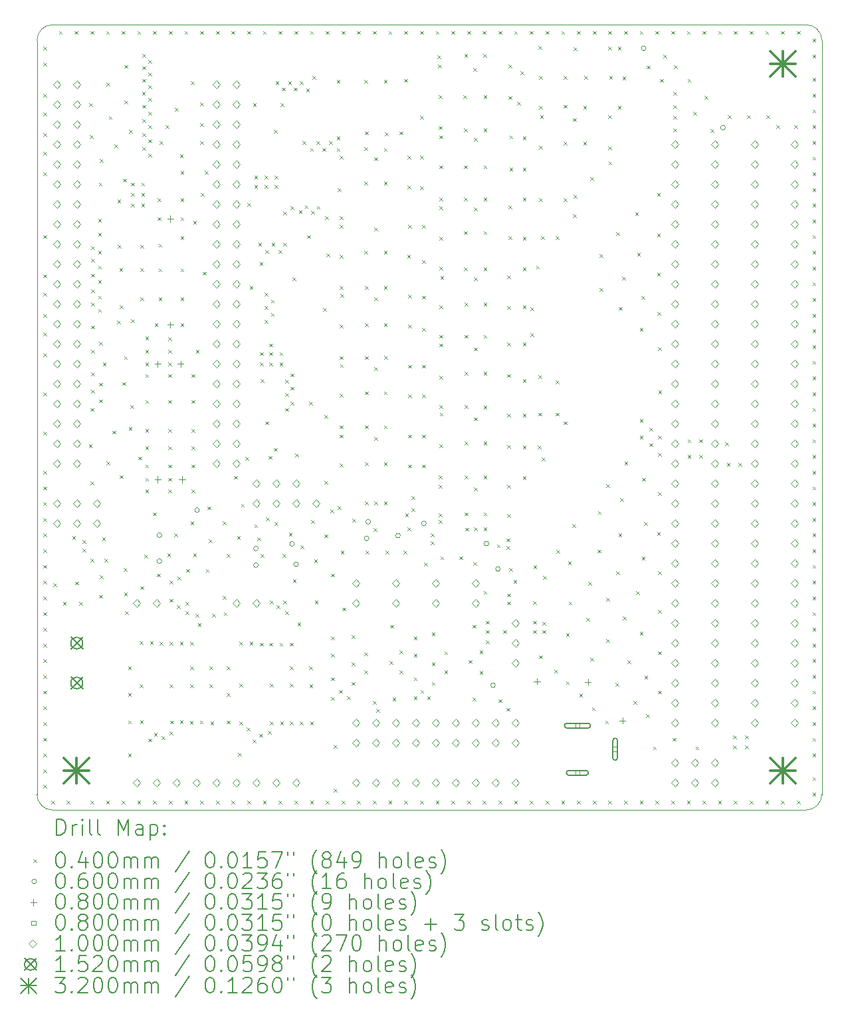
<source format=gbr>
%FSLAX45Y45*%
G04 Gerber Fmt 4.5, Leading zero omitted, Abs format (unit mm)*
G04 Created by KiCad (PCBNEW (6.0.2)) date 2022-03-02 03:30:43*
%MOMM*%
%LPD*%
G01*
G04 APERTURE LIST*
%TA.AperFunction,Profile*%
%ADD10C,0.100000*%
%TD*%
%ADD11C,0.200000*%
%ADD12C,0.040000*%
%ADD13C,0.060000*%
%ADD14C,0.080000*%
%ADD15C,0.100000*%
%ADD16C,0.152000*%
%ADD17C,0.320000*%
G04 APERTURE END LIST*
D10*
X7112000Y-4318000D02*
X7164000Y-4318000D01*
X14064000Y-4518000D02*
X14064000Y-14118000D01*
X13864000Y-4318000D02*
X7164000Y-4318000D01*
X4064000Y-4518000D02*
X4064000Y-14118000D01*
X4264000Y-4318000D02*
G75*
G03*
X4064000Y-4518000I0J-200000D01*
G01*
X14064000Y-4518000D02*
G75*
G03*
X13864000Y-4318000I-200000J0D01*
G01*
X13864000Y-14318000D02*
G75*
G03*
X14064000Y-14118000I0J200000D01*
G01*
X7112000Y-4318000D02*
X4264000Y-4318000D01*
X13864000Y-14318000D02*
X4264000Y-14318000D01*
X4064000Y-14118000D02*
G75*
G03*
X4264000Y-14318000I200000J0D01*
G01*
D11*
D12*
X4144000Y-4598000D02*
X4184000Y-4638000D01*
X4184000Y-4598000D02*
X4144000Y-4638000D01*
X4144000Y-4798000D02*
X4184000Y-4838000D01*
X4184000Y-4798000D02*
X4144000Y-4838000D01*
X4144000Y-5198000D02*
X4184000Y-5238000D01*
X4184000Y-5198000D02*
X4144000Y-5238000D01*
X4144000Y-5438000D02*
X4184000Y-5478000D01*
X4184000Y-5438000D02*
X4144000Y-5478000D01*
X4144000Y-5698000D02*
X4184000Y-5738000D01*
X4184000Y-5698000D02*
X4144000Y-5738000D01*
X4144000Y-5938000D02*
X4184000Y-5978000D01*
X4184000Y-5938000D02*
X4144000Y-5978000D01*
X4144000Y-6198000D02*
X4184000Y-6238000D01*
X4184000Y-6198000D02*
X4144000Y-6238000D01*
X4144000Y-6998000D02*
X4184000Y-7038000D01*
X4184000Y-6998000D02*
X4144000Y-7038000D01*
X4144000Y-7498000D02*
X4184000Y-7538000D01*
X4184000Y-7498000D02*
X4144000Y-7538000D01*
X4144000Y-7728000D02*
X4184000Y-7768000D01*
X4184000Y-7728000D02*
X4144000Y-7768000D01*
X4144000Y-7998000D02*
X4184000Y-8038000D01*
X4184000Y-7998000D02*
X4144000Y-8038000D01*
X4144000Y-8238000D02*
X4184000Y-8278000D01*
X4184000Y-8238000D02*
X4144000Y-8278000D01*
X4144000Y-8498000D02*
X4184000Y-8538000D01*
X4184000Y-8498000D02*
X4144000Y-8538000D01*
X4144000Y-8998000D02*
X4184000Y-9038000D01*
X4184000Y-8998000D02*
X4144000Y-9038000D01*
X4144000Y-9498000D02*
X4184000Y-9538000D01*
X4184000Y-9498000D02*
X4144000Y-9538000D01*
X4144000Y-9998000D02*
X4184000Y-10038000D01*
X4184000Y-9998000D02*
X4144000Y-10038000D01*
X4144000Y-10198000D02*
X4184000Y-10238000D01*
X4184000Y-10198000D02*
X4144000Y-10238000D01*
X4144000Y-10398000D02*
X4184000Y-10438000D01*
X4184000Y-10398000D02*
X4144000Y-10438000D01*
X4144000Y-10598000D02*
X4184000Y-10638000D01*
X4184000Y-10598000D02*
X4144000Y-10638000D01*
X4144000Y-10798000D02*
X4184000Y-10838000D01*
X4184000Y-10798000D02*
X4144000Y-10838000D01*
X4144000Y-10998000D02*
X4184000Y-11038000D01*
X4184000Y-10998000D02*
X4144000Y-11038000D01*
X4144000Y-11198000D02*
X4184000Y-11238000D01*
X4184000Y-11198000D02*
X4144000Y-11238000D01*
X4144000Y-11398000D02*
X4184000Y-11438000D01*
X4184000Y-11398000D02*
X4144000Y-11438000D01*
X4144000Y-11598000D02*
X4184000Y-11638000D01*
X4184000Y-11598000D02*
X4144000Y-11638000D01*
X4144000Y-11798000D02*
X4184000Y-11838000D01*
X4184000Y-11798000D02*
X4144000Y-11838000D01*
X4144000Y-11998000D02*
X4184000Y-12038000D01*
X4184000Y-11998000D02*
X4144000Y-12038000D01*
X4144000Y-12198000D02*
X4184000Y-12238000D01*
X4184000Y-12198000D02*
X4144000Y-12238000D01*
X4144000Y-12398000D02*
X4184000Y-12438000D01*
X4184000Y-12398000D02*
X4144000Y-12438000D01*
X4144000Y-12598000D02*
X4184000Y-12638000D01*
X4184000Y-12598000D02*
X4144000Y-12638000D01*
X4144000Y-12798000D02*
X4184000Y-12838000D01*
X4184000Y-12798000D02*
X4144000Y-12838000D01*
X4144000Y-12998000D02*
X4184000Y-13038000D01*
X4184000Y-12998000D02*
X4144000Y-13038000D01*
X4144000Y-13198000D02*
X4184000Y-13238000D01*
X4184000Y-13198000D02*
X4144000Y-13238000D01*
X4144000Y-13398000D02*
X4184000Y-13438000D01*
X4184000Y-13398000D02*
X4144000Y-13438000D01*
X4144000Y-13598000D02*
X4184000Y-13638000D01*
X4184000Y-13598000D02*
X4144000Y-13638000D01*
X4144000Y-13798000D02*
X4184000Y-13838000D01*
X4184000Y-13798000D02*
X4144000Y-13838000D01*
X4144000Y-13998000D02*
X4184000Y-14038000D01*
X4184000Y-13998000D02*
X4144000Y-14038000D01*
X4244000Y-14198000D02*
X4284000Y-14238000D01*
X4284000Y-14198000D02*
X4244000Y-14238000D01*
X4274000Y-11428000D02*
X4314000Y-11468000D01*
X4314000Y-11428000D02*
X4274000Y-11468000D01*
X4344000Y-4398000D02*
X4384000Y-4438000D01*
X4384000Y-4398000D02*
X4344000Y-4438000D01*
X4394000Y-11668000D02*
X4434000Y-11708000D01*
X4434000Y-11668000D02*
X4394000Y-11708000D01*
X4444000Y-14198000D02*
X4484000Y-14238000D01*
X4484000Y-14198000D02*
X4444000Y-14238000D01*
X4514000Y-10828000D02*
X4554000Y-10868000D01*
X4554000Y-10828000D02*
X4514000Y-10868000D01*
X4544000Y-4398000D02*
X4584000Y-4438000D01*
X4584000Y-4398000D02*
X4544000Y-4438000D01*
X4554000Y-11408000D02*
X4594000Y-11448000D01*
X4594000Y-11408000D02*
X4554000Y-11448000D01*
X4604000Y-11668000D02*
X4644000Y-11708000D01*
X4644000Y-11668000D02*
X4604000Y-11708000D01*
X4644000Y-10878000D02*
X4684000Y-10918000D01*
X4684000Y-10878000D02*
X4644000Y-10918000D01*
X4644000Y-10988000D02*
X4684000Y-11028000D01*
X4684000Y-10988000D02*
X4644000Y-11028000D01*
X4724000Y-9658000D02*
X4764000Y-9698000D01*
X4764000Y-9658000D02*
X4724000Y-9698000D01*
X4731540Y-5315540D02*
X4771540Y-5355540D01*
X4771540Y-5315540D02*
X4731540Y-5355540D01*
X4738168Y-5723833D02*
X4778168Y-5763833D01*
X4778168Y-5723833D02*
X4738168Y-5763833D01*
X4744000Y-4398000D02*
X4784000Y-4438000D01*
X4784000Y-4398000D02*
X4744000Y-4438000D01*
X4744000Y-9198000D02*
X4784000Y-9238000D01*
X4784000Y-9198000D02*
X4744000Y-9238000D01*
X4744000Y-11118000D02*
X4784000Y-11158000D01*
X4784000Y-11118000D02*
X4744000Y-11158000D01*
X4744000Y-14198000D02*
X4784000Y-14238000D01*
X4784000Y-14198000D02*
X4744000Y-14238000D01*
X4749000Y-10133000D02*
X4789000Y-10173000D01*
X4789000Y-10133000D02*
X4749000Y-10173000D01*
X4754000Y-7138000D02*
X4794000Y-7178000D01*
X4794000Y-7138000D02*
X4754000Y-7178000D01*
X4754000Y-7298000D02*
X4794000Y-7338000D01*
X4794000Y-7298000D02*
X4754000Y-7338000D01*
X4754000Y-7488000D02*
X4794000Y-7528000D01*
X4794000Y-7488000D02*
X4754000Y-7528000D01*
X4754000Y-7688000D02*
X4794000Y-7728000D01*
X4794000Y-7688000D02*
X4754000Y-7728000D01*
X4754000Y-7858000D02*
X4794000Y-7898000D01*
X4794000Y-7858000D02*
X4754000Y-7898000D01*
X4754000Y-8148000D02*
X4794000Y-8188000D01*
X4794000Y-8148000D02*
X4754000Y-8188000D01*
X4754000Y-8458000D02*
X4794000Y-8498000D01*
X4794000Y-8458000D02*
X4754000Y-8498000D01*
X4754000Y-8748000D02*
X4794000Y-8788000D01*
X4794000Y-8748000D02*
X4754000Y-8788000D01*
X4754000Y-8968000D02*
X4794000Y-9008000D01*
X4794000Y-8968000D02*
X4754000Y-9008000D01*
X4844000Y-6788000D02*
X4884000Y-6828000D01*
X4884000Y-6788000D02*
X4844000Y-6828000D01*
X4844000Y-6968000D02*
X4884000Y-7008000D01*
X4884000Y-6968000D02*
X4844000Y-7008000D01*
X4844000Y-7198000D02*
X4884000Y-7238000D01*
X4884000Y-7198000D02*
X4844000Y-7238000D01*
X4844000Y-7388000D02*
X4884000Y-7428000D01*
X4884000Y-7388000D02*
X4844000Y-7428000D01*
X4844000Y-7568000D02*
X4884000Y-7608000D01*
X4884000Y-7568000D02*
X4844000Y-7608000D01*
X4844000Y-7768000D02*
X4884000Y-7808000D01*
X4884000Y-7768000D02*
X4844000Y-7808000D01*
X4844000Y-7938000D02*
X4884000Y-7978000D01*
X4884000Y-7938000D02*
X4844000Y-7978000D01*
X4851550Y-6328188D02*
X4891550Y-6368188D01*
X4891550Y-6328188D02*
X4851550Y-6368188D01*
X4854000Y-8358000D02*
X4894000Y-8398000D01*
X4894000Y-8358000D02*
X4854000Y-8398000D01*
X4854000Y-8878000D02*
X4894000Y-8918000D01*
X4894000Y-8878000D02*
X4854000Y-8918000D01*
X4854000Y-9088000D02*
X4894000Y-9128000D01*
X4894000Y-9088000D02*
X4854000Y-9128000D01*
X4854000Y-11578000D02*
X4894000Y-11618000D01*
X4894000Y-11578000D02*
X4854000Y-11618000D01*
X4864000Y-6028000D02*
X4904000Y-6068000D01*
X4904000Y-6028000D02*
X4864000Y-6068000D01*
X4865230Y-11329230D02*
X4905230Y-11369230D01*
X4905230Y-11329230D02*
X4865230Y-11369230D01*
X4894000Y-10848000D02*
X4934000Y-10888000D01*
X4934000Y-10848000D02*
X4894000Y-10888000D01*
X4902000Y-8616000D02*
X4942000Y-8656000D01*
X4942000Y-8616000D02*
X4902000Y-8656000D01*
X4924000Y-11118000D02*
X4964000Y-11158000D01*
X4964000Y-11118000D02*
X4924000Y-11158000D01*
X4944000Y-4398000D02*
X4984000Y-4438000D01*
X4984000Y-4398000D02*
X4944000Y-4438000D01*
X4944000Y-14198000D02*
X4984000Y-14238000D01*
X4984000Y-14198000D02*
X4944000Y-14238000D01*
X4949000Y-9883000D02*
X4989000Y-9923000D01*
X4989000Y-9883000D02*
X4949000Y-9923000D01*
X4950785Y-5054785D02*
X4990785Y-5094785D01*
X4990785Y-5054785D02*
X4950785Y-5094785D01*
X4979000Y-5483000D02*
X5019000Y-5523000D01*
X5019000Y-5483000D02*
X4979000Y-5523000D01*
X5024000Y-9488000D02*
X5064000Y-9528000D01*
X5064000Y-9488000D02*
X5024000Y-9528000D01*
X5049000Y-5843000D02*
X5089000Y-5883000D01*
X5089000Y-5843000D02*
X5049000Y-5883000D01*
X5084000Y-8088000D02*
X5124000Y-8128000D01*
X5124000Y-8088000D02*
X5084000Y-8128000D01*
X5089000Y-6543000D02*
X5129000Y-6583000D01*
X5129000Y-6543000D02*
X5089000Y-6583000D01*
X5094000Y-7118000D02*
X5134000Y-7158000D01*
X5134000Y-7118000D02*
X5094000Y-7158000D01*
X5114000Y-7418000D02*
X5154000Y-7458000D01*
X5154000Y-7418000D02*
X5114000Y-7458000D01*
X5119000Y-7893000D02*
X5159000Y-7933000D01*
X5159000Y-7893000D02*
X5119000Y-7933000D01*
X5119000Y-10053000D02*
X5159000Y-10093000D01*
X5159000Y-10053000D02*
X5119000Y-10093000D01*
X5144000Y-4398000D02*
X5184000Y-4438000D01*
X5184000Y-4398000D02*
X5144000Y-4438000D01*
X5144000Y-14198000D02*
X5184000Y-14238000D01*
X5184000Y-14198000D02*
X5144000Y-14238000D01*
X5154000Y-8868000D02*
X5194000Y-8908000D01*
X5194000Y-8868000D02*
X5154000Y-8908000D01*
X5164000Y-6278000D02*
X5204000Y-6318000D01*
X5204000Y-6278000D02*
X5164000Y-6318000D01*
X5167770Y-11234230D02*
X5207770Y-11274230D01*
X5207770Y-11234230D02*
X5167770Y-11274230D01*
X5174000Y-8538000D02*
X5214000Y-8578000D01*
X5214000Y-8538000D02*
X5174000Y-8578000D01*
X5174000Y-11548000D02*
X5214000Y-11588000D01*
X5214000Y-11548000D02*
X5174000Y-11588000D01*
X5175785Y-4829785D02*
X5215785Y-4869785D01*
X5215785Y-4829785D02*
X5175785Y-4869785D01*
X5179000Y-5283000D02*
X5219000Y-5323000D01*
X5219000Y-5283000D02*
X5179000Y-5323000D01*
X5184000Y-11788000D02*
X5224000Y-11828000D01*
X5224000Y-11788000D02*
X5184000Y-11828000D01*
X5224000Y-12488000D02*
X5264000Y-12528000D01*
X5264000Y-12488000D02*
X5224000Y-12528000D01*
X5224000Y-12828000D02*
X5264000Y-12868000D01*
X5264000Y-12828000D02*
X5224000Y-12868000D01*
X5224000Y-13178000D02*
X5264000Y-13218000D01*
X5264000Y-13178000D02*
X5224000Y-13218000D01*
X5224000Y-13598000D02*
X5264000Y-13638000D01*
X5264000Y-13598000D02*
X5224000Y-13638000D01*
X5234000Y-9438000D02*
X5274000Y-9478000D01*
X5274000Y-9438000D02*
X5234000Y-9478000D01*
X5239000Y-5653000D02*
X5279000Y-5693000D01*
X5279000Y-5653000D02*
X5239000Y-5693000D01*
X5254000Y-9158000D02*
X5294000Y-9198000D01*
X5294000Y-9158000D02*
X5254000Y-9198000D01*
X5264000Y-6328000D02*
X5304000Y-6368000D01*
X5304000Y-6328000D02*
X5264000Y-6368000D01*
X5264000Y-6458000D02*
X5304000Y-6498000D01*
X5304000Y-6458000D02*
X5264000Y-6498000D01*
X5264000Y-6598000D02*
X5304000Y-6638000D01*
X5304000Y-6598000D02*
X5264000Y-6638000D01*
X5264000Y-8068000D02*
X5304000Y-8108000D01*
X5304000Y-8068000D02*
X5264000Y-8108000D01*
X5344000Y-4398000D02*
X5384000Y-4438000D01*
X5384000Y-4398000D02*
X5344000Y-4438000D01*
X5344000Y-14198000D02*
X5384000Y-14238000D01*
X5384000Y-14198000D02*
X5344000Y-14238000D01*
X5354000Y-9818000D02*
X5394000Y-9858000D01*
X5394000Y-9818000D02*
X5354000Y-9858000D01*
X5374000Y-12168000D02*
X5414000Y-12208000D01*
X5414000Y-12168000D02*
X5374000Y-12208000D01*
X5374000Y-12718000D02*
X5414000Y-12758000D01*
X5414000Y-12718000D02*
X5374000Y-12758000D01*
X5377500Y-13174500D02*
X5417500Y-13214500D01*
X5417500Y-13174500D02*
X5377500Y-13214500D01*
X5384000Y-7118000D02*
X5424000Y-7158000D01*
X5424000Y-7118000D02*
X5384000Y-7158000D01*
X5384000Y-7418000D02*
X5424000Y-7458000D01*
X5424000Y-7418000D02*
X5384000Y-7458000D01*
X5384000Y-7788000D02*
X5424000Y-7828000D01*
X5424000Y-7788000D02*
X5384000Y-7828000D01*
X5384000Y-11468000D02*
X5424000Y-11508000D01*
X5424000Y-11468000D02*
X5384000Y-11508000D01*
X5394000Y-6328000D02*
X5434000Y-6368000D01*
X5434000Y-6328000D02*
X5394000Y-6368000D01*
X5394000Y-6458000D02*
X5434000Y-6498000D01*
X5434000Y-6458000D02*
X5394000Y-6498000D01*
X5394000Y-6598000D02*
X5434000Y-6638000D01*
X5434000Y-6598000D02*
X5394000Y-6638000D01*
X5402406Y-5175550D02*
X5442406Y-5215550D01*
X5442406Y-5175550D02*
X5402406Y-5215550D01*
X5404000Y-4848000D02*
X5444000Y-4888000D01*
X5444000Y-4848000D02*
X5404000Y-4888000D01*
X5404000Y-5008000D02*
X5444000Y-5048000D01*
X5444000Y-5008000D02*
X5404000Y-5048000D01*
X5404000Y-5338000D02*
X5444000Y-5378000D01*
X5444000Y-5338000D02*
X5404000Y-5378000D01*
X5404000Y-5518000D02*
X5444000Y-5558000D01*
X5444000Y-5518000D02*
X5404000Y-5558000D01*
X5404000Y-5878000D02*
X5444000Y-5918000D01*
X5444000Y-5878000D02*
X5404000Y-5918000D01*
X5404753Y-4692535D02*
X5444753Y-4732535D01*
X5444753Y-4692535D02*
X5404753Y-4732535D01*
X5405230Y-5699230D02*
X5445230Y-5739230D01*
X5445230Y-5699230D02*
X5405230Y-5739230D01*
X5434000Y-11068000D02*
X5474000Y-11108000D01*
X5474000Y-11068000D02*
X5434000Y-11108000D01*
X5444000Y-8288000D02*
X5484000Y-8328000D01*
X5484000Y-8288000D02*
X5444000Y-8328000D01*
X5444000Y-8460450D02*
X5484000Y-8500450D01*
X5484000Y-8460450D02*
X5444000Y-8500450D01*
X5444000Y-8618000D02*
X5484000Y-8658000D01*
X5484000Y-8618000D02*
X5444000Y-8658000D01*
X5444000Y-8768000D02*
X5484000Y-8808000D01*
X5484000Y-8768000D02*
X5444000Y-8808000D01*
X5444000Y-9098000D02*
X5484000Y-9138000D01*
X5484000Y-9098000D02*
X5444000Y-9138000D01*
X5444000Y-9468000D02*
X5484000Y-9508000D01*
X5484000Y-9468000D02*
X5444000Y-9508000D01*
X5444000Y-9688000D02*
X5484000Y-9728000D01*
X5484000Y-9688000D02*
X5444000Y-9728000D01*
X5444000Y-9918000D02*
X5484000Y-9958000D01*
X5484000Y-9918000D02*
X5444000Y-9958000D01*
X5444000Y-10088000D02*
X5484000Y-10128000D01*
X5484000Y-10088000D02*
X5444000Y-10128000D01*
X5444000Y-10238000D02*
X5484000Y-10278000D01*
X5484000Y-10238000D02*
X5444000Y-10278000D01*
X5480985Y-4764985D02*
X5520985Y-4804985D01*
X5520985Y-4764985D02*
X5480985Y-4804985D01*
X5481550Y-13407794D02*
X5521550Y-13447794D01*
X5521550Y-13407794D02*
X5481550Y-13447794D01*
X5482723Y-5426817D02*
X5522723Y-5466817D01*
X5522723Y-5426817D02*
X5482723Y-5466817D01*
X5484000Y-4928000D02*
X5524000Y-4968000D01*
X5524000Y-4928000D02*
X5484000Y-4968000D01*
X5484000Y-5088000D02*
X5524000Y-5128000D01*
X5524000Y-5088000D02*
X5484000Y-5128000D01*
X5484000Y-5248000D02*
X5524000Y-5288000D01*
X5524000Y-5248000D02*
X5484000Y-5288000D01*
X5484000Y-5598000D02*
X5524000Y-5638000D01*
X5524000Y-5598000D02*
X5484000Y-5638000D01*
X5484000Y-5778000D02*
X5524000Y-5818000D01*
X5524000Y-5778000D02*
X5484000Y-5818000D01*
X5484000Y-5958000D02*
X5524000Y-5998000D01*
X5524000Y-5958000D02*
X5484000Y-5998000D01*
X5504000Y-12168000D02*
X5544000Y-12208000D01*
X5544000Y-12168000D02*
X5504000Y-12208000D01*
X5544000Y-4398000D02*
X5584000Y-4438000D01*
X5584000Y-4398000D02*
X5544000Y-4438000D01*
X5544000Y-10528000D02*
X5584000Y-10568000D01*
X5584000Y-10528000D02*
X5544000Y-10568000D01*
X5544000Y-14198000D02*
X5584000Y-14238000D01*
X5584000Y-14198000D02*
X5544000Y-14238000D01*
X5554090Y-13335154D02*
X5594090Y-13375154D01*
X5594090Y-13335154D02*
X5554090Y-13375154D01*
X5564000Y-8118000D02*
X5604000Y-8158000D01*
X5604000Y-8118000D02*
X5564000Y-8158000D01*
X5594000Y-11308000D02*
X5634000Y-11348000D01*
X5634000Y-11308000D02*
X5594000Y-11348000D01*
X5604000Y-6528000D02*
X5644000Y-6568000D01*
X5644000Y-6528000D02*
X5604000Y-6568000D01*
X5604000Y-6768000D02*
X5644000Y-6808000D01*
X5644000Y-6768000D02*
X5604000Y-6808000D01*
X5614000Y-7108000D02*
X5654000Y-7148000D01*
X5654000Y-7108000D02*
X5614000Y-7148000D01*
X5614000Y-7420450D02*
X5654000Y-7460450D01*
X5654000Y-7420450D02*
X5614000Y-7460450D01*
X5614000Y-7788000D02*
X5654000Y-7828000D01*
X5654000Y-7788000D02*
X5614000Y-7828000D01*
X5624000Y-5798000D02*
X5664000Y-5838000D01*
X5664000Y-5798000D02*
X5624000Y-5838000D01*
X5624000Y-12178000D02*
X5664000Y-12218000D01*
X5664000Y-12178000D02*
X5624000Y-12218000D01*
X5654000Y-13378000D02*
X5694000Y-13418000D01*
X5694000Y-13378000D02*
X5654000Y-13418000D01*
X5704000Y-5598000D02*
X5744000Y-5638000D01*
X5744000Y-5598000D02*
X5704000Y-5638000D01*
X5724000Y-11048000D02*
X5764000Y-11088000D01*
X5764000Y-11048000D02*
X5724000Y-11088000D01*
X5734000Y-8298000D02*
X5774000Y-8338000D01*
X5774000Y-8298000D02*
X5734000Y-8338000D01*
X5734000Y-8460450D02*
X5774000Y-8500450D01*
X5774000Y-8460450D02*
X5734000Y-8500450D01*
X5734000Y-8618000D02*
X5774000Y-8658000D01*
X5774000Y-8618000D02*
X5734000Y-8658000D01*
X5734000Y-8768000D02*
X5774000Y-8808000D01*
X5774000Y-8768000D02*
X5734000Y-8808000D01*
X5734000Y-9098000D02*
X5774000Y-9138000D01*
X5774000Y-9098000D02*
X5734000Y-9138000D01*
X5734000Y-9468000D02*
X5774000Y-9508000D01*
X5774000Y-9468000D02*
X5734000Y-9508000D01*
X5734000Y-9688000D02*
X5774000Y-9728000D01*
X5774000Y-9688000D02*
X5734000Y-9728000D01*
X5734000Y-9918000D02*
X5774000Y-9958000D01*
X5774000Y-9918000D02*
X5734000Y-9958000D01*
X5734000Y-10088000D02*
X5774000Y-10128000D01*
X5774000Y-10088000D02*
X5734000Y-10128000D01*
X5734000Y-10238000D02*
X5774000Y-10278000D01*
X5774000Y-10238000D02*
X5734000Y-10278000D01*
X5744000Y-4398000D02*
X5784000Y-4438000D01*
X5784000Y-4398000D02*
X5744000Y-4438000D01*
X5744000Y-14198000D02*
X5784000Y-14238000D01*
X5784000Y-14198000D02*
X5744000Y-14238000D01*
X5754000Y-11398000D02*
X5794000Y-11438000D01*
X5794000Y-11398000D02*
X5754000Y-11438000D01*
X5754000Y-11628000D02*
X5794000Y-11668000D01*
X5794000Y-11628000D02*
X5754000Y-11668000D01*
X5754000Y-12178000D02*
X5794000Y-12218000D01*
X5794000Y-12178000D02*
X5754000Y-12218000D01*
X5754000Y-12718000D02*
X5794000Y-12758000D01*
X5794000Y-12718000D02*
X5754000Y-12758000D01*
X5754000Y-13318000D02*
X5794000Y-13358000D01*
X5794000Y-13318000D02*
X5754000Y-13358000D01*
X5764000Y-13178000D02*
X5804000Y-13218000D01*
X5804000Y-13178000D02*
X5764000Y-13218000D01*
X5814000Y-10798000D02*
X5854000Y-10838000D01*
X5854000Y-10798000D02*
X5814000Y-10838000D01*
X5824000Y-5378000D02*
X5864000Y-5418000D01*
X5864000Y-5378000D02*
X5824000Y-5418000D01*
X5844000Y-11708000D02*
X5884000Y-11748000D01*
X5884000Y-11708000D02*
X5844000Y-11748000D01*
X5854000Y-11348000D02*
X5894000Y-11388000D01*
X5894000Y-11348000D02*
X5854000Y-11388000D01*
X5884000Y-5968000D02*
X5924000Y-6008000D01*
X5924000Y-5968000D02*
X5884000Y-6008000D01*
X5884000Y-12178000D02*
X5924000Y-12218000D01*
X5924000Y-12178000D02*
X5884000Y-12218000D01*
X5885500Y-13176500D02*
X5925500Y-13216500D01*
X5925500Y-13176500D02*
X5885500Y-13216500D01*
X5894000Y-6178000D02*
X5934000Y-6218000D01*
X5934000Y-6178000D02*
X5894000Y-6218000D01*
X5894000Y-6528000D02*
X5934000Y-6568000D01*
X5934000Y-6528000D02*
X5894000Y-6568000D01*
X5894000Y-6768000D02*
X5934000Y-6808000D01*
X5934000Y-6768000D02*
X5894000Y-6808000D01*
X5894000Y-7008000D02*
X5934000Y-7048000D01*
X5934000Y-7008000D02*
X5894000Y-7048000D01*
X5894000Y-7420450D02*
X5934000Y-7460450D01*
X5934000Y-7420450D02*
X5894000Y-7460450D01*
X5894000Y-7788000D02*
X5934000Y-7828000D01*
X5934000Y-7788000D02*
X5894000Y-7828000D01*
X5894000Y-8118000D02*
X5934000Y-8158000D01*
X5934000Y-8118000D02*
X5894000Y-8158000D01*
X5944000Y-4398000D02*
X5984000Y-4438000D01*
X5984000Y-4398000D02*
X5944000Y-4438000D01*
X5944000Y-14198000D02*
X5984000Y-14238000D01*
X5984000Y-14198000D02*
X5944000Y-14238000D01*
X5954000Y-11668000D02*
X5994000Y-11708000D01*
X5994000Y-11668000D02*
X5954000Y-11708000D01*
X5954000Y-11788000D02*
X5994000Y-11828000D01*
X5994000Y-11788000D02*
X5954000Y-11828000D01*
X5964000Y-11248000D02*
X6004000Y-11288000D01*
X6004000Y-11248000D02*
X5964000Y-11288000D01*
X6012500Y-13179500D02*
X6052500Y-13219500D01*
X6052500Y-13179500D02*
X6012500Y-13219500D01*
X6014000Y-12178000D02*
X6054000Y-12218000D01*
X6054000Y-12178000D02*
X6014000Y-12218000D01*
X6014000Y-12488000D02*
X6054000Y-12528000D01*
X6054000Y-12488000D02*
X6014000Y-12528000D01*
X6014000Y-12718000D02*
X6054000Y-12758000D01*
X6054000Y-12718000D02*
X6014000Y-12758000D01*
X6021254Y-10640746D02*
X6061254Y-10680746D01*
X6061254Y-10640746D02*
X6021254Y-10680746D01*
X6024000Y-5038000D02*
X6064000Y-5078000D01*
X6064000Y-5038000D02*
X6024000Y-5078000D01*
X6034000Y-8768000D02*
X6074000Y-8808000D01*
X6074000Y-8768000D02*
X6034000Y-8808000D01*
X6034000Y-9098000D02*
X6074000Y-9138000D01*
X6074000Y-9098000D02*
X6034000Y-9138000D01*
X6034000Y-9468000D02*
X6074000Y-9508000D01*
X6074000Y-9468000D02*
X6034000Y-9508000D01*
X6034000Y-9688000D02*
X6074000Y-9728000D01*
X6074000Y-9688000D02*
X6034000Y-9728000D01*
X6034000Y-9918000D02*
X6074000Y-9958000D01*
X6074000Y-9918000D02*
X6034000Y-9958000D01*
X6034000Y-10238000D02*
X6074000Y-10278000D01*
X6074000Y-10238000D02*
X6034000Y-10278000D01*
X6054000Y-6818000D02*
X6094000Y-6858000D01*
X6094000Y-6818000D02*
X6054000Y-6858000D01*
X6054000Y-11048000D02*
X6094000Y-11088000D01*
X6094000Y-11048000D02*
X6054000Y-11088000D01*
X6084000Y-11818000D02*
X6124000Y-11858000D01*
X6124000Y-11818000D02*
X6084000Y-11858000D01*
X6088600Y-8458146D02*
X6128600Y-8498146D01*
X6128600Y-8458146D02*
X6088600Y-8498146D01*
X6114000Y-11938000D02*
X6154000Y-11978000D01*
X6154000Y-11938000D02*
X6114000Y-11978000D01*
X6139500Y-13178000D02*
X6179500Y-13218000D01*
X6179500Y-13178000D02*
X6139500Y-13218000D01*
X6144000Y-4398000D02*
X6184000Y-4438000D01*
X6184000Y-4398000D02*
X6144000Y-4438000D01*
X6144000Y-5308000D02*
X6184000Y-5348000D01*
X6184000Y-5308000D02*
X6144000Y-5348000D01*
X6144000Y-5568000D02*
X6184000Y-5608000D01*
X6184000Y-5568000D02*
X6144000Y-5608000D01*
X6144000Y-5798000D02*
X6184000Y-5838000D01*
X6184000Y-5798000D02*
X6144000Y-5838000D01*
X6144000Y-14198000D02*
X6184000Y-14238000D01*
X6184000Y-14198000D02*
X6144000Y-14238000D01*
X6154000Y-6458000D02*
X6194000Y-6498000D01*
X6194000Y-6458000D02*
X6154000Y-6498000D01*
X6179451Y-7463451D02*
X6219451Y-7503451D01*
X6219451Y-7463451D02*
X6179451Y-7503451D01*
X6204000Y-6178000D02*
X6244000Y-6218000D01*
X6244000Y-6178000D02*
X6204000Y-6218000D01*
X6214000Y-11248000D02*
X6254000Y-11288000D01*
X6254000Y-11248000D02*
X6214000Y-11288000D01*
X6239000Y-10453000D02*
X6279000Y-10493000D01*
X6279000Y-10453000D02*
X6239000Y-10493000D01*
X6251254Y-10870746D02*
X6291254Y-10910746D01*
X6291254Y-10870746D02*
X6251254Y-10910746D01*
X6264000Y-12488000D02*
X6304000Y-12528000D01*
X6304000Y-12488000D02*
X6264000Y-12528000D01*
X6264000Y-12718000D02*
X6304000Y-12758000D01*
X6304000Y-12718000D02*
X6264000Y-12758000D01*
X6274000Y-13188000D02*
X6314000Y-13228000D01*
X6314000Y-13188000D02*
X6274000Y-13228000D01*
X6294000Y-11818000D02*
X6334000Y-11858000D01*
X6334000Y-11818000D02*
X6294000Y-11858000D01*
X6344000Y-4398000D02*
X6384000Y-4438000D01*
X6384000Y-4398000D02*
X6344000Y-4438000D01*
X6344000Y-14198000D02*
X6384000Y-14238000D01*
X6384000Y-14198000D02*
X6344000Y-14238000D01*
X6429000Y-10643000D02*
X6469000Y-10683000D01*
X6469000Y-10643000D02*
X6429000Y-10683000D01*
X6434000Y-11588000D02*
X6474000Y-11628000D01*
X6474000Y-11588000D02*
X6434000Y-11628000D01*
X6444000Y-11798000D02*
X6484000Y-11838000D01*
X6484000Y-11798000D02*
X6444000Y-11838000D01*
X6479847Y-11060450D02*
X6519847Y-11100450D01*
X6519847Y-11060450D02*
X6479847Y-11100450D01*
X6484000Y-12488000D02*
X6524000Y-12528000D01*
X6524000Y-12488000D02*
X6484000Y-12528000D01*
X6484000Y-12828000D02*
X6524000Y-12868000D01*
X6524000Y-12828000D02*
X6484000Y-12868000D01*
X6484000Y-13178000D02*
X6524000Y-13218000D01*
X6524000Y-13178000D02*
X6484000Y-13218000D01*
X6544000Y-4398000D02*
X6584000Y-4438000D01*
X6584000Y-4398000D02*
X6544000Y-4438000D01*
X6544000Y-14198000D02*
X6584000Y-14238000D01*
X6584000Y-14198000D02*
X6544000Y-14238000D01*
X6574000Y-10063050D02*
X6614000Y-10103050D01*
X6614000Y-10063050D02*
X6574000Y-10103050D01*
X6614000Y-10828000D02*
X6654000Y-10868000D01*
X6654000Y-10828000D02*
X6614000Y-10868000D01*
X6624000Y-13588000D02*
X6664000Y-13628000D01*
X6664000Y-13588000D02*
X6624000Y-13628000D01*
X6644000Y-12178000D02*
X6684000Y-12218000D01*
X6684000Y-12178000D02*
X6644000Y-12218000D01*
X6644000Y-12708000D02*
X6684000Y-12748000D01*
X6684000Y-12708000D02*
X6644000Y-12748000D01*
X6644000Y-13188000D02*
X6684000Y-13228000D01*
X6684000Y-13188000D02*
X6644000Y-13228000D01*
X6664000Y-10418000D02*
X6704000Y-10458000D01*
X6704000Y-10418000D02*
X6664000Y-10458000D01*
X6720985Y-9821015D02*
X6760985Y-9861015D01*
X6760985Y-9821015D02*
X6720985Y-9861015D01*
X6734000Y-13268000D02*
X6774000Y-13308000D01*
X6774000Y-13268000D02*
X6734000Y-13308000D01*
X6744000Y-4398000D02*
X6784000Y-4438000D01*
X6784000Y-4398000D02*
X6744000Y-4438000D01*
X6744000Y-6588000D02*
X6784000Y-6628000D01*
X6784000Y-6588000D02*
X6744000Y-6628000D01*
X6744000Y-14198000D02*
X6784000Y-14238000D01*
X6784000Y-14198000D02*
X6744000Y-14238000D01*
X6774000Y-7648000D02*
X6814000Y-7688000D01*
X6814000Y-7648000D02*
X6774000Y-7688000D01*
X6774000Y-12178000D02*
X6814000Y-12218000D01*
X6814000Y-12178000D02*
X6774000Y-12218000D01*
X6814000Y-13418000D02*
X6854000Y-13458000D01*
X6854000Y-13418000D02*
X6814000Y-13458000D01*
X6816450Y-5318000D02*
X6856450Y-5358000D01*
X6856450Y-5318000D02*
X6816450Y-5358000D01*
X6834000Y-6238000D02*
X6874000Y-6278000D01*
X6874000Y-6238000D02*
X6834000Y-6278000D01*
X6834000Y-6358000D02*
X6874000Y-6398000D01*
X6874000Y-6358000D02*
X6834000Y-6398000D01*
X6834000Y-10680352D02*
X6874000Y-10720352D01*
X6874000Y-10680352D02*
X6834000Y-10720352D01*
X6869000Y-10843000D02*
X6909000Y-10883000D01*
X6909000Y-10843000D02*
X6869000Y-10883000D01*
X6884000Y-7098000D02*
X6924000Y-7138000D01*
X6924000Y-7098000D02*
X6884000Y-7138000D01*
X6894000Y-13348000D02*
X6934000Y-13388000D01*
X6934000Y-13348000D02*
X6894000Y-13388000D01*
X6901360Y-7341323D02*
X6941360Y-7381323D01*
X6941360Y-7341323D02*
X6901360Y-7381323D01*
X6904000Y-8488000D02*
X6944000Y-8528000D01*
X6944000Y-8488000D02*
X6904000Y-8528000D01*
X6904000Y-12188000D02*
X6944000Y-12228000D01*
X6944000Y-12188000D02*
X6904000Y-12228000D01*
X6906000Y-8616000D02*
X6946000Y-8656000D01*
X6946000Y-8616000D02*
X6906000Y-8656000D01*
X6914000Y-8828000D02*
X6954000Y-8868000D01*
X6954000Y-8828000D02*
X6914000Y-8868000D01*
X6914000Y-11058000D02*
X6954000Y-11098000D01*
X6954000Y-11058000D02*
X6914000Y-11098000D01*
X6944000Y-4398000D02*
X6984000Y-4438000D01*
X6984000Y-4398000D02*
X6944000Y-4438000D01*
X6944000Y-14198000D02*
X6984000Y-14238000D01*
X6984000Y-14198000D02*
X6944000Y-14238000D01*
X6964000Y-6238000D02*
X7004000Y-6278000D01*
X7004000Y-6238000D02*
X6964000Y-6278000D01*
X6964000Y-6358000D02*
X7004000Y-6398000D01*
X7004000Y-6358000D02*
X6964000Y-6398000D01*
X6964000Y-7728000D02*
X7004000Y-7768000D01*
X7004000Y-7728000D02*
X6964000Y-7768000D01*
X6964000Y-7898000D02*
X7004000Y-7938000D01*
X7004000Y-7898000D02*
X6964000Y-7938000D01*
X6964000Y-8078000D02*
X7004000Y-8118000D01*
X7004000Y-8078000D02*
X6964000Y-8118000D01*
X6974000Y-7188000D02*
X7014000Y-7228000D01*
X7014000Y-7188000D02*
X6974000Y-7228000D01*
X6974000Y-9368000D02*
X7014000Y-9408000D01*
X7014000Y-9368000D02*
X6974000Y-9408000D01*
X6981660Y-10593940D02*
X7021660Y-10633940D01*
X7021660Y-10593940D02*
X6981660Y-10633940D01*
X7004000Y-13308000D02*
X7044000Y-13348000D01*
X7044000Y-13308000D02*
X7004000Y-13348000D01*
X7014000Y-9808000D02*
X7054000Y-9848000D01*
X7054000Y-9808000D02*
X7014000Y-9848000D01*
X7024000Y-8378000D02*
X7064000Y-8418000D01*
X7064000Y-8378000D02*
X7024000Y-8418000D01*
X7024000Y-8488000D02*
X7064000Y-8528000D01*
X7064000Y-8488000D02*
X7024000Y-8528000D01*
X7024000Y-8618000D02*
X7064000Y-8658000D01*
X7064000Y-8618000D02*
X7024000Y-8658000D01*
X7024000Y-12188000D02*
X7064000Y-12228000D01*
X7064000Y-12188000D02*
X7024000Y-12228000D01*
X7034000Y-11648000D02*
X7074000Y-11688000D01*
X7074000Y-11648000D02*
X7034000Y-11688000D01*
X7034000Y-12708000D02*
X7074000Y-12748000D01*
X7074000Y-12708000D02*
X7034000Y-12748000D01*
X7034000Y-13188000D02*
X7074000Y-13228000D01*
X7074000Y-13188000D02*
X7034000Y-13228000D01*
X7044000Y-7818000D02*
X7084000Y-7858000D01*
X7084000Y-7818000D02*
X7044000Y-7858000D01*
X7044000Y-7988000D02*
X7084000Y-8028000D01*
X7084000Y-7988000D02*
X7044000Y-8028000D01*
X7054000Y-7098000D02*
X7094000Y-7138000D01*
X7094000Y-7098000D02*
X7054000Y-7138000D01*
X7084000Y-5658000D02*
X7124000Y-5698000D01*
X7124000Y-5658000D02*
X7084000Y-5698000D01*
X7084000Y-9708000D02*
X7124000Y-9748000D01*
X7124000Y-9708000D02*
X7084000Y-9748000D01*
X7094000Y-6238000D02*
X7134000Y-6278000D01*
X7134000Y-6238000D02*
X7094000Y-6278000D01*
X7094000Y-6358000D02*
X7134000Y-6398000D01*
X7134000Y-6358000D02*
X7094000Y-6398000D01*
X7094000Y-10648000D02*
X7134000Y-10688000D01*
X7134000Y-10648000D02*
X7094000Y-10688000D01*
X7104000Y-5038000D02*
X7144000Y-5078000D01*
X7144000Y-5038000D02*
X7104000Y-5078000D01*
X7114000Y-11708000D02*
X7154000Y-11748000D01*
X7154000Y-11708000D02*
X7114000Y-11748000D01*
X7144000Y-4398000D02*
X7184000Y-4438000D01*
X7184000Y-4398000D02*
X7144000Y-4438000D01*
X7144000Y-7188000D02*
X7184000Y-7228000D01*
X7184000Y-7188000D02*
X7144000Y-7228000D01*
X7144000Y-14198000D02*
X7184000Y-14238000D01*
X7184000Y-14198000D02*
X7144000Y-14238000D01*
X7154000Y-8488000D02*
X7194000Y-8528000D01*
X7194000Y-8488000D02*
X7154000Y-8528000D01*
X7154000Y-8618000D02*
X7194000Y-8658000D01*
X7194000Y-8618000D02*
X7154000Y-8658000D01*
X7154000Y-12188000D02*
X7194000Y-12228000D01*
X7194000Y-12188000D02*
X7154000Y-12228000D01*
X7164000Y-13188000D02*
X7204000Y-13228000D01*
X7204000Y-13188000D02*
X7164000Y-13228000D01*
X7165585Y-5316415D02*
X7205585Y-5356415D01*
X7205585Y-5316415D02*
X7165585Y-5356415D01*
X7183324Y-5118676D02*
X7223324Y-5158676D01*
X7223324Y-5118676D02*
X7183324Y-5158676D01*
X7194000Y-11058000D02*
X7234000Y-11098000D01*
X7234000Y-11058000D02*
X7194000Y-11098000D01*
X7200629Y-11651371D02*
X7240629Y-11691371D01*
X7240629Y-11651371D02*
X7200629Y-11691371D01*
X7204000Y-6698000D02*
X7244000Y-6738000D01*
X7244000Y-6698000D02*
X7204000Y-6738000D01*
X7204000Y-7098000D02*
X7244000Y-7138000D01*
X7244000Y-7098000D02*
X7204000Y-7138000D01*
X7224000Y-8838000D02*
X7264000Y-8878000D01*
X7264000Y-8838000D02*
X7224000Y-8878000D01*
X7224000Y-9008000D02*
X7264000Y-9048000D01*
X7264000Y-9008000D02*
X7224000Y-9048000D01*
X7224000Y-9198000D02*
X7264000Y-9238000D01*
X7264000Y-9198000D02*
X7224000Y-9238000D01*
X7224000Y-11788000D02*
X7264000Y-11828000D01*
X7264000Y-11788000D02*
X7224000Y-11828000D01*
X7264000Y-5039090D02*
X7304000Y-5079090D01*
X7304000Y-5039090D02*
X7264000Y-5079090D01*
X7274000Y-10788000D02*
X7314000Y-10828000D01*
X7314000Y-10788000D02*
X7274000Y-10828000D01*
X7284000Y-12188000D02*
X7324000Y-12228000D01*
X7324000Y-12188000D02*
X7284000Y-12228000D01*
X7284000Y-12488000D02*
X7324000Y-12528000D01*
X7324000Y-12488000D02*
X7284000Y-12528000D01*
X7284000Y-12708000D02*
X7324000Y-12748000D01*
X7324000Y-12708000D02*
X7284000Y-12748000D01*
X7284000Y-13188000D02*
X7324000Y-13228000D01*
X7324000Y-13188000D02*
X7284000Y-13228000D01*
X7294000Y-6630450D02*
X7334000Y-6670450D01*
X7334000Y-6630450D02*
X7294000Y-6670450D01*
X7294000Y-8758000D02*
X7334000Y-8798000D01*
X7334000Y-8758000D02*
X7294000Y-8798000D01*
X7294000Y-8928000D02*
X7334000Y-8968000D01*
X7334000Y-8928000D02*
X7294000Y-8968000D01*
X7294000Y-9118000D02*
X7334000Y-9158000D01*
X7334000Y-9118000D02*
X7294000Y-9158000D01*
X7319000Y-7533000D02*
X7359000Y-7573000D01*
X7359000Y-7533000D02*
X7319000Y-7573000D01*
X7324000Y-11378000D02*
X7364000Y-11418000D01*
X7364000Y-11378000D02*
X7324000Y-11418000D01*
X7338900Y-5118000D02*
X7378900Y-5158000D01*
X7378900Y-5118000D02*
X7338900Y-5158000D01*
X7344000Y-4398000D02*
X7384000Y-4438000D01*
X7384000Y-4398000D02*
X7344000Y-4438000D01*
X7344000Y-14198000D02*
X7384000Y-14238000D01*
X7384000Y-14198000D02*
X7344000Y-14238000D01*
X7354000Y-9778000D02*
X7394000Y-9818000D01*
X7394000Y-9778000D02*
X7354000Y-9818000D01*
X7384000Y-11928000D02*
X7424000Y-11968000D01*
X7424000Y-11928000D02*
X7384000Y-11968000D01*
X7400230Y-6681770D02*
X7440230Y-6721770D01*
X7440230Y-6681770D02*
X7400230Y-6721770D01*
X7412770Y-5039230D02*
X7452770Y-5079230D01*
X7452770Y-5039230D02*
X7412770Y-5079230D01*
X7414000Y-13188000D02*
X7454000Y-13228000D01*
X7454000Y-13188000D02*
X7414000Y-13228000D01*
X7424000Y-10948000D02*
X7464000Y-10988000D01*
X7464000Y-10948000D02*
X7424000Y-10988000D01*
X7444000Y-5798000D02*
X7484000Y-5838000D01*
X7484000Y-5798000D02*
X7444000Y-5838000D01*
X7476588Y-6617276D02*
X7516588Y-6657276D01*
X7516588Y-6617276D02*
X7476588Y-6657276D01*
X7494000Y-5128000D02*
X7534000Y-5168000D01*
X7534000Y-5128000D02*
X7494000Y-5168000D01*
X7504000Y-6998000D02*
X7544000Y-7038000D01*
X7544000Y-6998000D02*
X7504000Y-7038000D01*
X7534000Y-9118000D02*
X7574000Y-9158000D01*
X7574000Y-9118000D02*
X7534000Y-9158000D01*
X7534000Y-12488000D02*
X7574000Y-12528000D01*
X7574000Y-12488000D02*
X7534000Y-12528000D01*
X7536500Y-12715500D02*
X7576500Y-12755500D01*
X7576500Y-12715500D02*
X7536500Y-12755500D01*
X7544000Y-4398000D02*
X7584000Y-4438000D01*
X7584000Y-4398000D02*
X7544000Y-4438000D01*
X7544000Y-5888000D02*
X7584000Y-5928000D01*
X7584000Y-5888000D02*
X7544000Y-5928000D01*
X7544000Y-13188000D02*
X7584000Y-13228000D01*
X7584000Y-13188000D02*
X7544000Y-13228000D01*
X7544000Y-14198000D02*
X7584000Y-14238000D01*
X7584000Y-14198000D02*
X7544000Y-14238000D01*
X7554000Y-10628000D02*
X7594000Y-10668000D01*
X7594000Y-10628000D02*
X7554000Y-10668000D01*
X7554704Y-6690859D02*
X7594704Y-6730859D01*
X7594704Y-6690859D02*
X7554704Y-6730859D01*
X7574000Y-4968000D02*
X7614000Y-5008000D01*
X7614000Y-4968000D02*
X7574000Y-5008000D01*
X7594000Y-11128000D02*
X7634000Y-11168000D01*
X7634000Y-11128000D02*
X7594000Y-11168000D01*
X7604000Y-11648000D02*
X7644000Y-11688000D01*
X7644000Y-11648000D02*
X7604000Y-11688000D01*
X7624000Y-5798000D02*
X7664000Y-5838000D01*
X7664000Y-5798000D02*
X7624000Y-5838000D01*
X7629963Y-6625085D02*
X7669963Y-6665085D01*
X7669963Y-6625085D02*
X7629963Y-6665085D01*
X7704000Y-5888000D02*
X7744000Y-5928000D01*
X7744000Y-5888000D02*
X7704000Y-5928000D01*
X7709000Y-7923000D02*
X7749000Y-7963000D01*
X7749000Y-7923000D02*
X7709000Y-7963000D01*
X7724000Y-9288000D02*
X7764000Y-9328000D01*
X7764000Y-9288000D02*
X7724000Y-9328000D01*
X7724000Y-10128000D02*
X7764000Y-10168000D01*
X7764000Y-10128000D02*
X7724000Y-10168000D01*
X7724000Y-10808000D02*
X7764000Y-10848000D01*
X7764000Y-10808000D02*
X7724000Y-10848000D01*
X7734000Y-6758000D02*
X7774000Y-6798000D01*
X7774000Y-6758000D02*
X7734000Y-6798000D01*
X7744000Y-4398000D02*
X7784000Y-4438000D01*
X7784000Y-4398000D02*
X7744000Y-4438000D01*
X7744000Y-14198000D02*
X7784000Y-14238000D01*
X7784000Y-14198000D02*
X7744000Y-14238000D01*
X7754000Y-7228000D02*
X7794000Y-7268000D01*
X7794000Y-7228000D02*
X7754000Y-7268000D01*
X7784000Y-5798000D02*
X7824000Y-5838000D01*
X7824000Y-5798000D02*
X7784000Y-5838000D01*
X7800381Y-10493123D02*
X7840381Y-10533123D01*
X7840381Y-10493123D02*
X7800381Y-10533123D01*
X7814000Y-11308000D02*
X7854000Y-11348000D01*
X7854000Y-11308000D02*
X7814000Y-11348000D01*
X7814000Y-12108000D02*
X7854000Y-12148000D01*
X7854000Y-12108000D02*
X7814000Y-12148000D01*
X7814000Y-12328000D02*
X7854000Y-12368000D01*
X7854000Y-12328000D02*
X7814000Y-12368000D01*
X7814000Y-12628000D02*
X7854000Y-12668000D01*
X7854000Y-12628000D02*
X7814000Y-12668000D01*
X7814000Y-12878000D02*
X7854000Y-12918000D01*
X7854000Y-12878000D02*
X7814000Y-12918000D01*
X7844000Y-13488000D02*
X7884000Y-13528000D01*
X7884000Y-13488000D02*
X7844000Y-13528000D01*
X7844000Y-14048000D02*
X7884000Y-14088000D01*
X7884000Y-14048000D02*
X7844000Y-14088000D01*
X7884000Y-5018000D02*
X7924000Y-5058000D01*
X7924000Y-5018000D02*
X7884000Y-5058000D01*
X7884000Y-5738000D02*
X7924000Y-5778000D01*
X7924000Y-5738000D02*
X7884000Y-5778000D01*
X7884000Y-5888000D02*
X7924000Y-5928000D01*
X7924000Y-5888000D02*
X7884000Y-5928000D01*
X7894000Y-6398000D02*
X7934000Y-6438000D01*
X7934000Y-6398000D02*
X7894000Y-6438000D01*
X7894000Y-10448000D02*
X7934000Y-10488000D01*
X7934000Y-10448000D02*
X7894000Y-10488000D01*
X7914000Y-12788000D02*
X7954000Y-12828000D01*
X7954000Y-12788000D02*
X7914000Y-12828000D01*
X7924000Y-5988000D02*
X7964000Y-6028000D01*
X7964000Y-5988000D02*
X7924000Y-6028000D01*
X7924000Y-6758000D02*
X7964000Y-6798000D01*
X7964000Y-6758000D02*
X7924000Y-6798000D01*
X7924000Y-6868000D02*
X7964000Y-6908000D01*
X7964000Y-6868000D02*
X7924000Y-6908000D01*
X7924000Y-7248000D02*
X7964000Y-7288000D01*
X7964000Y-7248000D02*
X7924000Y-7288000D01*
X7924000Y-7648000D02*
X7964000Y-7688000D01*
X7964000Y-7648000D02*
X7924000Y-7688000D01*
X7924000Y-8138000D02*
X7964000Y-8178000D01*
X7964000Y-8138000D02*
X7924000Y-8178000D01*
X7924000Y-8538000D02*
X7964000Y-8578000D01*
X7964000Y-8538000D02*
X7924000Y-8578000D01*
X7924000Y-9018000D02*
X7964000Y-9058000D01*
X7964000Y-9018000D02*
X7924000Y-9058000D01*
X7924000Y-9418000D02*
X7964000Y-9458000D01*
X7964000Y-9418000D02*
X7924000Y-9458000D01*
X7924000Y-9538000D02*
X7964000Y-9578000D01*
X7964000Y-9538000D02*
X7924000Y-9578000D01*
X7924000Y-9908000D02*
X7964000Y-9948000D01*
X7964000Y-9908000D02*
X7924000Y-9948000D01*
X7925230Y-8639230D02*
X7965230Y-8679230D01*
X7965230Y-8639230D02*
X7925230Y-8679230D01*
X7932371Y-7749629D02*
X7972371Y-7789629D01*
X7972371Y-7749629D02*
X7932371Y-7789629D01*
X7934000Y-11018000D02*
X7974000Y-11058000D01*
X7974000Y-11018000D02*
X7934000Y-11058000D01*
X7944000Y-4398000D02*
X7984000Y-4438000D01*
X7984000Y-4398000D02*
X7944000Y-4438000D01*
X7944000Y-14198000D02*
X7984000Y-14238000D01*
X7984000Y-14198000D02*
X7944000Y-14238000D01*
X7954000Y-11738000D02*
X7994000Y-11778000D01*
X7994000Y-11738000D02*
X7954000Y-11778000D01*
X8014000Y-12868000D02*
X8054000Y-12908000D01*
X8054000Y-12868000D02*
X8014000Y-12908000D01*
X8074000Y-12088000D02*
X8114000Y-12128000D01*
X8114000Y-12088000D02*
X8074000Y-12128000D01*
X8074000Y-12438000D02*
X8114000Y-12478000D01*
X8114000Y-12438000D02*
X8074000Y-12478000D01*
X8074000Y-12688000D02*
X8114000Y-12728000D01*
X8114000Y-12688000D02*
X8074000Y-12728000D01*
X8084000Y-10608000D02*
X8124000Y-10648000D01*
X8124000Y-10608000D02*
X8084000Y-10648000D01*
X8144000Y-4398000D02*
X8184000Y-4438000D01*
X8184000Y-4398000D02*
X8144000Y-4438000D01*
X8144000Y-14198000D02*
X8184000Y-14238000D01*
X8184000Y-14198000D02*
X8144000Y-14238000D01*
X8234000Y-5018000D02*
X8274000Y-5058000D01*
X8274000Y-5018000D02*
X8234000Y-5058000D01*
X8234000Y-6318000D02*
X8274000Y-6358000D01*
X8274000Y-6318000D02*
X8234000Y-6358000D01*
X8234000Y-7198000D02*
X8274000Y-7238000D01*
X8274000Y-7198000D02*
X8234000Y-7238000D01*
X8234000Y-12308000D02*
X8274000Y-12348000D01*
X8274000Y-12308000D02*
X8234000Y-12348000D01*
X8234000Y-12538000D02*
X8274000Y-12578000D01*
X8274000Y-12538000D02*
X8234000Y-12578000D01*
X8236500Y-5875500D02*
X8276500Y-5915500D01*
X8276500Y-5875500D02*
X8236500Y-5915500D01*
X8240250Y-7644250D02*
X8280250Y-7684250D01*
X8280250Y-7644250D02*
X8240250Y-7684250D01*
X8244000Y-5678000D02*
X8284000Y-5718000D01*
X8284000Y-5678000D02*
X8244000Y-5718000D01*
X8244000Y-8118000D02*
X8284000Y-8158000D01*
X8284000Y-8118000D02*
X8244000Y-8158000D01*
X8244000Y-8538000D02*
X8284000Y-8578000D01*
X8284000Y-8538000D02*
X8244000Y-8578000D01*
X8244000Y-8988000D02*
X8284000Y-9028000D01*
X8284000Y-8988000D02*
X8244000Y-9028000D01*
X8244000Y-9418000D02*
X8284000Y-9458000D01*
X8284000Y-9418000D02*
X8244000Y-9458000D01*
X8244000Y-9888000D02*
X8284000Y-9928000D01*
X8284000Y-9888000D02*
X8244000Y-9928000D01*
X8244000Y-10388000D02*
X8284000Y-10428000D01*
X8284000Y-10388000D02*
X8244000Y-10428000D01*
X8254000Y-11018000D02*
X8294000Y-11058000D01*
X8294000Y-11018000D02*
X8254000Y-11058000D01*
X8344000Y-4398000D02*
X8384000Y-4438000D01*
X8384000Y-4398000D02*
X8344000Y-4438000D01*
X8344000Y-12928000D02*
X8384000Y-12968000D01*
X8384000Y-12928000D02*
X8344000Y-12968000D01*
X8344000Y-14198000D02*
X8384000Y-14238000D01*
X8384000Y-14198000D02*
X8344000Y-14238000D01*
X8354000Y-10728000D02*
X8394000Y-10768000D01*
X8394000Y-10728000D02*
X8354000Y-10768000D01*
X8364000Y-6008000D02*
X8404000Y-6048000D01*
X8404000Y-6008000D02*
X8364000Y-6048000D01*
X8364000Y-6898000D02*
X8404000Y-6938000D01*
X8404000Y-6898000D02*
X8364000Y-6938000D01*
X8364000Y-7788000D02*
X8404000Y-7828000D01*
X8404000Y-7788000D02*
X8364000Y-7828000D01*
X8364000Y-8678000D02*
X8404000Y-8718000D01*
X8404000Y-8678000D02*
X8364000Y-8718000D01*
X8364000Y-9568000D02*
X8404000Y-9608000D01*
X8404000Y-9568000D02*
X8364000Y-9608000D01*
X8364000Y-10388000D02*
X8404000Y-10428000D01*
X8404000Y-10388000D02*
X8364000Y-10428000D01*
X8384000Y-13028000D02*
X8424000Y-13068000D01*
X8424000Y-13028000D02*
X8384000Y-13068000D01*
X8484000Y-5018000D02*
X8524000Y-5058000D01*
X8524000Y-5018000D02*
X8484000Y-5058000D01*
X8484000Y-5888000D02*
X8524000Y-5928000D01*
X8524000Y-5888000D02*
X8484000Y-5928000D01*
X8484000Y-6318000D02*
X8524000Y-6358000D01*
X8524000Y-6318000D02*
X8484000Y-6358000D01*
X8484000Y-7198000D02*
X8524000Y-7238000D01*
X8524000Y-7198000D02*
X8484000Y-7238000D01*
X8484000Y-7648000D02*
X8524000Y-7688000D01*
X8524000Y-7648000D02*
X8484000Y-7688000D01*
X8484000Y-8118000D02*
X8524000Y-8158000D01*
X8524000Y-8118000D02*
X8484000Y-8158000D01*
X8484000Y-8988000D02*
X8524000Y-9028000D01*
X8524000Y-8988000D02*
X8484000Y-9028000D01*
X8484000Y-9418000D02*
X8524000Y-9458000D01*
X8524000Y-9418000D02*
X8484000Y-9458000D01*
X8484000Y-9888000D02*
X8524000Y-9928000D01*
X8524000Y-9888000D02*
X8484000Y-9928000D01*
X8484000Y-10388000D02*
X8524000Y-10428000D01*
X8524000Y-10388000D02*
X8484000Y-10428000D01*
X8487750Y-8531750D02*
X8527750Y-8571750D01*
X8527750Y-8531750D02*
X8487750Y-8571750D01*
X8494000Y-5688000D02*
X8534000Y-5728000D01*
X8534000Y-5688000D02*
X8494000Y-5728000D01*
X8504000Y-11018000D02*
X8544000Y-11058000D01*
X8544000Y-11018000D02*
X8504000Y-11058000D01*
X8544000Y-4398000D02*
X8584000Y-4438000D01*
X8584000Y-4398000D02*
X8544000Y-4438000D01*
X8544000Y-14198000D02*
X8584000Y-14238000D01*
X8584000Y-14198000D02*
X8544000Y-14238000D01*
X8554000Y-12418000D02*
X8594000Y-12458000D01*
X8594000Y-12418000D02*
X8554000Y-12458000D01*
X8564000Y-11958000D02*
X8604000Y-11998000D01*
X8604000Y-11958000D02*
X8564000Y-11998000D01*
X8594000Y-12888000D02*
X8634000Y-12928000D01*
X8634000Y-12888000D02*
X8594000Y-12928000D01*
X8684000Y-5678000D02*
X8724000Y-5718000D01*
X8724000Y-5678000D02*
X8684000Y-5718000D01*
X8684000Y-12288000D02*
X8724000Y-12328000D01*
X8724000Y-12288000D02*
X8684000Y-12328000D01*
X8684000Y-12538000D02*
X8724000Y-12578000D01*
X8724000Y-12538000D02*
X8684000Y-12578000D01*
X8734000Y-11018000D02*
X8774000Y-11058000D01*
X8774000Y-11018000D02*
X8734000Y-11058000D01*
X8744000Y-4398000D02*
X8784000Y-4438000D01*
X8784000Y-4398000D02*
X8744000Y-4438000D01*
X8744000Y-5008000D02*
X8784000Y-5048000D01*
X8784000Y-5008000D02*
X8744000Y-5048000D01*
X8744000Y-14198000D02*
X8784000Y-14238000D01*
X8784000Y-14198000D02*
X8744000Y-14238000D01*
X8754000Y-10543050D02*
X8794000Y-10583050D01*
X8794000Y-10543050D02*
X8754000Y-10583050D01*
X8781419Y-7249159D02*
X8821419Y-7289159D01*
X8821419Y-7249159D02*
X8781419Y-7289159D01*
X8784000Y-5988000D02*
X8824000Y-6028000D01*
X8824000Y-5988000D02*
X8784000Y-6028000D01*
X8784000Y-6368000D02*
X8824000Y-6408000D01*
X8824000Y-6368000D02*
X8784000Y-6408000D01*
X8784000Y-10718000D02*
X8824000Y-10758000D01*
X8824000Y-10718000D02*
X8784000Y-10758000D01*
X8794000Y-6868000D02*
X8834000Y-6908000D01*
X8834000Y-6868000D02*
X8794000Y-6908000D01*
X8794000Y-7758000D02*
X8834000Y-7798000D01*
X8834000Y-7758000D02*
X8794000Y-7798000D01*
X8794000Y-8138000D02*
X8834000Y-8178000D01*
X8834000Y-8138000D02*
X8794000Y-8178000D01*
X8794000Y-8648000D02*
X8834000Y-8688000D01*
X8834000Y-8648000D02*
X8794000Y-8688000D01*
X8794000Y-9028000D02*
X8834000Y-9068000D01*
X8834000Y-9028000D02*
X8794000Y-9068000D01*
X8794000Y-9538000D02*
X8834000Y-9578000D01*
X8834000Y-9538000D02*
X8794000Y-9578000D01*
X8794000Y-9918000D02*
X8834000Y-9958000D01*
X8834000Y-9918000D02*
X8794000Y-9958000D01*
X8834000Y-10318000D02*
X8874000Y-10358000D01*
X8874000Y-10318000D02*
X8834000Y-10358000D01*
X8834000Y-10470600D02*
X8874000Y-10510600D01*
X8874000Y-10470600D02*
X8834000Y-10510600D01*
X8864000Y-12108000D02*
X8904000Y-12148000D01*
X8904000Y-12108000D02*
X8864000Y-12148000D01*
X8864000Y-12328000D02*
X8904000Y-12368000D01*
X8904000Y-12328000D02*
X8864000Y-12368000D01*
X8864000Y-12628000D02*
X8904000Y-12668000D01*
X8904000Y-12628000D02*
X8864000Y-12668000D01*
X8864000Y-12868000D02*
X8904000Y-12908000D01*
X8904000Y-12868000D02*
X8864000Y-12908000D01*
X8944000Y-4398000D02*
X8984000Y-4438000D01*
X8984000Y-4398000D02*
X8944000Y-4438000D01*
X8944000Y-5478000D02*
X8984000Y-5518000D01*
X8984000Y-5478000D02*
X8944000Y-5518000D01*
X8944000Y-5988000D02*
X8984000Y-6028000D01*
X8984000Y-5988000D02*
X8944000Y-6028000D01*
X8944000Y-6378000D02*
X8984000Y-6418000D01*
X8984000Y-6378000D02*
X8944000Y-6418000D01*
X8944000Y-14198000D02*
X8984000Y-14238000D01*
X8984000Y-14198000D02*
X8944000Y-14238000D01*
X8949100Y-12788000D02*
X8989100Y-12828000D01*
X8989100Y-12788000D02*
X8949100Y-12828000D01*
X8974000Y-6868000D02*
X9014000Y-6908000D01*
X9014000Y-6868000D02*
X8974000Y-6908000D01*
X8974000Y-7318000D02*
X9014000Y-7358000D01*
X9014000Y-7318000D02*
X8974000Y-7358000D01*
X8974000Y-7768000D02*
X9014000Y-7808000D01*
X9014000Y-7768000D02*
X8974000Y-7808000D01*
X8974000Y-8178000D02*
X9014000Y-8218000D01*
X9014000Y-8178000D02*
X8974000Y-8218000D01*
X8974000Y-8648000D02*
X9014000Y-8688000D01*
X9014000Y-8648000D02*
X8974000Y-8688000D01*
X8974000Y-9028000D02*
X9014000Y-9068000D01*
X9014000Y-9028000D02*
X8974000Y-9068000D01*
X8974000Y-9538000D02*
X9014000Y-9578000D01*
X9014000Y-9538000D02*
X8974000Y-9578000D01*
X8974000Y-9918000D02*
X9014000Y-9958000D01*
X9014000Y-9918000D02*
X8974000Y-9958000D01*
X8994000Y-11168000D02*
X9034000Y-11208000D01*
X9034000Y-11168000D02*
X8994000Y-11208000D01*
X9034000Y-12868000D02*
X9074000Y-12908000D01*
X9074000Y-12868000D02*
X9034000Y-12908000D01*
X9084000Y-10798000D02*
X9124000Y-10838000D01*
X9124000Y-10798000D02*
X9084000Y-10838000D01*
X9084000Y-10898000D02*
X9124000Y-10938000D01*
X9124000Y-10898000D02*
X9084000Y-10938000D01*
X9094000Y-12055303D02*
X9134000Y-12095303D01*
X9134000Y-12055303D02*
X9094000Y-12095303D01*
X9094000Y-12438000D02*
X9134000Y-12478000D01*
X9134000Y-12438000D02*
X9094000Y-12478000D01*
X9094000Y-12688000D02*
X9134000Y-12728000D01*
X9134000Y-12688000D02*
X9094000Y-12728000D01*
X9144000Y-4398000D02*
X9184000Y-4438000D01*
X9184000Y-4398000D02*
X9144000Y-4438000D01*
X9144000Y-14198000D02*
X9184000Y-14238000D01*
X9184000Y-14198000D02*
X9144000Y-14238000D01*
X9164000Y-4708000D02*
X9204000Y-4748000D01*
X9204000Y-4708000D02*
X9164000Y-4748000D01*
X9174000Y-4828000D02*
X9214000Y-4868000D01*
X9214000Y-4828000D02*
X9174000Y-4868000D01*
X9184000Y-5218000D02*
X9224000Y-5258000D01*
X9224000Y-5218000D02*
X9184000Y-5258000D01*
X9184000Y-5608000D02*
X9224000Y-5648000D01*
X9224000Y-5608000D02*
X9184000Y-5648000D01*
X9184000Y-10058000D02*
X9224000Y-10098000D01*
X9224000Y-10058000D02*
X9184000Y-10098000D01*
X9184000Y-10178000D02*
X9224000Y-10218000D01*
X9224000Y-10178000D02*
X9184000Y-10218000D01*
X9184000Y-10538000D02*
X9224000Y-10578000D01*
X9224000Y-10538000D02*
X9184000Y-10578000D01*
X9184000Y-10625649D02*
X9224000Y-10665649D01*
X9224000Y-10625649D02*
X9184000Y-10665649D01*
X9194000Y-5728000D02*
X9234000Y-5768000D01*
X9234000Y-5728000D02*
X9194000Y-5768000D01*
X9194000Y-6108000D02*
X9234000Y-6148000D01*
X9234000Y-6108000D02*
X9194000Y-6148000D01*
X9194000Y-6518000D02*
X9234000Y-6558000D01*
X9234000Y-6518000D02*
X9194000Y-6558000D01*
X9194000Y-6628000D02*
X9234000Y-6668000D01*
X9234000Y-6628000D02*
X9194000Y-6668000D01*
X9194000Y-7018000D02*
X9234000Y-7058000D01*
X9234000Y-7018000D02*
X9194000Y-7058000D01*
X9194000Y-7398000D02*
X9234000Y-7438000D01*
X9234000Y-7398000D02*
X9194000Y-7438000D01*
X9194000Y-7888000D02*
X9234000Y-7928000D01*
X9234000Y-7888000D02*
X9194000Y-7928000D01*
X9194000Y-8268000D02*
X9234000Y-8308000D01*
X9234000Y-8268000D02*
X9194000Y-8308000D01*
X9194000Y-8378000D02*
X9234000Y-8418000D01*
X9234000Y-8378000D02*
X9194000Y-8418000D01*
X9194000Y-8788000D02*
X9234000Y-8828000D01*
X9234000Y-8788000D02*
X9194000Y-8828000D01*
X9194000Y-9158000D02*
X9234000Y-9198000D01*
X9234000Y-9158000D02*
X9194000Y-9198000D01*
X9194000Y-9658000D02*
X9234000Y-9698000D01*
X9234000Y-9658000D02*
X9194000Y-9698000D01*
X9195230Y-9259230D02*
X9235230Y-9299230D01*
X9235230Y-9259230D02*
X9195230Y-9299230D01*
X9204000Y-7518000D02*
X9244000Y-7558000D01*
X9244000Y-7518000D02*
X9204000Y-7558000D01*
X9204000Y-11088000D02*
X9244000Y-11128000D01*
X9244000Y-11088000D02*
X9204000Y-11128000D01*
X9254000Y-12298000D02*
X9294000Y-12338000D01*
X9294000Y-12298000D02*
X9254000Y-12338000D01*
X9254000Y-12538000D02*
X9294000Y-12578000D01*
X9294000Y-12538000D02*
X9254000Y-12578000D01*
X9344000Y-4398000D02*
X9384000Y-4438000D01*
X9384000Y-4398000D02*
X9344000Y-4438000D01*
X9344000Y-14198000D02*
X9384000Y-14238000D01*
X9384000Y-14198000D02*
X9344000Y-14238000D01*
X9444000Y-11088000D02*
X9484000Y-11128000D01*
X9484000Y-11088000D02*
X9444000Y-11128000D01*
X9494000Y-5218000D02*
X9534000Y-5258000D01*
X9534000Y-5218000D02*
X9494000Y-5258000D01*
X9504000Y-5638000D02*
X9544000Y-5678000D01*
X9544000Y-5638000D02*
X9504000Y-5678000D01*
X9504000Y-6108000D02*
X9544000Y-6148000D01*
X9544000Y-6108000D02*
X9504000Y-6148000D01*
X9504000Y-6518000D02*
X9544000Y-6558000D01*
X9544000Y-6518000D02*
X9504000Y-6558000D01*
X9504000Y-6948000D02*
X9544000Y-6988000D01*
X9544000Y-6948000D02*
X9504000Y-6988000D01*
X9504000Y-7408000D02*
X9544000Y-7448000D01*
X9544000Y-7408000D02*
X9504000Y-7448000D01*
X9509465Y-4692535D02*
X9549465Y-4732535D01*
X9549465Y-4692535D02*
X9509465Y-4732535D01*
X9514000Y-7858000D02*
X9554000Y-7898000D01*
X9554000Y-7858000D02*
X9514000Y-7898000D01*
X9514000Y-8268000D02*
X9554000Y-8308000D01*
X9554000Y-8268000D02*
X9514000Y-8308000D01*
X9514000Y-8738000D02*
X9554000Y-8778000D01*
X9554000Y-8738000D02*
X9514000Y-8778000D01*
X9514000Y-9158000D02*
X9554000Y-9198000D01*
X9554000Y-9158000D02*
X9514000Y-9198000D01*
X9514000Y-9628000D02*
X9554000Y-9668000D01*
X9554000Y-9628000D02*
X9514000Y-9668000D01*
X9514000Y-10058000D02*
X9554000Y-10098000D01*
X9554000Y-10058000D02*
X9514000Y-10098000D01*
X9514000Y-10528000D02*
X9554000Y-10568000D01*
X9554000Y-10528000D02*
X9514000Y-10568000D01*
X9519693Y-10722307D02*
X9559693Y-10762307D01*
X9559693Y-10722307D02*
X9519693Y-10762307D01*
X9544000Y-4398000D02*
X9584000Y-4438000D01*
X9584000Y-4398000D02*
X9544000Y-4438000D01*
X9544000Y-14198000D02*
X9584000Y-14238000D01*
X9584000Y-14198000D02*
X9544000Y-14238000D01*
X9564000Y-12408000D02*
X9604000Y-12448000D01*
X9604000Y-12408000D02*
X9564000Y-12448000D01*
X9614000Y-11958000D02*
X9654000Y-11998000D01*
X9654000Y-11958000D02*
X9614000Y-11998000D01*
X9614000Y-12888000D02*
X9654000Y-12928000D01*
X9654000Y-12888000D02*
X9614000Y-12928000D01*
X9624000Y-4868000D02*
X9664000Y-4908000D01*
X9664000Y-4868000D02*
X9624000Y-4908000D01*
X9624000Y-11158000D02*
X9664000Y-11198000D01*
X9664000Y-11158000D02*
X9624000Y-11198000D01*
X9634000Y-5758000D02*
X9674000Y-5798000D01*
X9674000Y-5758000D02*
X9634000Y-5798000D01*
X9634000Y-6648000D02*
X9674000Y-6688000D01*
X9674000Y-6648000D02*
X9634000Y-6688000D01*
X9634000Y-7538000D02*
X9674000Y-7578000D01*
X9674000Y-7538000D02*
X9634000Y-7578000D01*
X9634000Y-8428000D02*
X9674000Y-8468000D01*
X9674000Y-8428000D02*
X9634000Y-8468000D01*
X9634000Y-9318000D02*
X9674000Y-9358000D01*
X9674000Y-9318000D02*
X9634000Y-9358000D01*
X9634000Y-10208000D02*
X9674000Y-10248000D01*
X9674000Y-10208000D02*
X9634000Y-10248000D01*
X9634000Y-10718000D02*
X9674000Y-10758000D01*
X9674000Y-10718000D02*
X9634000Y-10758000D01*
X9704000Y-12288000D02*
X9744000Y-12328000D01*
X9744000Y-12288000D02*
X9704000Y-12328000D01*
X9704000Y-12548000D02*
X9744000Y-12588000D01*
X9744000Y-12548000D02*
X9704000Y-12588000D01*
X9744000Y-4398000D02*
X9784000Y-4438000D01*
X9784000Y-4398000D02*
X9744000Y-4438000D01*
X9744000Y-14198000D02*
X9784000Y-14238000D01*
X9784000Y-14198000D02*
X9744000Y-14238000D01*
X9748535Y-4692535D02*
X9788535Y-4732535D01*
X9788535Y-4692535D02*
X9748535Y-4732535D01*
X9754000Y-5218000D02*
X9794000Y-5258000D01*
X9794000Y-5218000D02*
X9754000Y-5258000D01*
X9754000Y-5638000D02*
X9794000Y-5678000D01*
X9794000Y-5638000D02*
X9754000Y-5678000D01*
X9754000Y-6108000D02*
X9794000Y-6148000D01*
X9794000Y-6108000D02*
X9754000Y-6148000D01*
X9754000Y-6518000D02*
X9794000Y-6558000D01*
X9794000Y-6518000D02*
X9754000Y-6558000D01*
X9754000Y-6948000D02*
X9794000Y-6988000D01*
X9794000Y-6948000D02*
X9754000Y-6988000D01*
X9754000Y-7408000D02*
X9794000Y-7448000D01*
X9794000Y-7408000D02*
X9754000Y-7448000D01*
X9754000Y-7858000D02*
X9794000Y-7898000D01*
X9794000Y-7858000D02*
X9754000Y-7898000D01*
X9754000Y-8268000D02*
X9794000Y-8308000D01*
X9794000Y-8268000D02*
X9754000Y-8308000D01*
X9754000Y-8738000D02*
X9794000Y-8778000D01*
X9794000Y-8738000D02*
X9754000Y-8778000D01*
X9754000Y-9168000D02*
X9794000Y-9208000D01*
X9794000Y-9168000D02*
X9754000Y-9208000D01*
X9754000Y-9628000D02*
X9794000Y-9668000D01*
X9794000Y-9628000D02*
X9754000Y-9668000D01*
X9754000Y-10058000D02*
X9794000Y-10098000D01*
X9794000Y-10058000D02*
X9754000Y-10098000D01*
X9754000Y-10528000D02*
X9794000Y-10568000D01*
X9794000Y-10528000D02*
X9754000Y-10568000D01*
X9754000Y-10718000D02*
X9794000Y-10758000D01*
X9794000Y-10718000D02*
X9754000Y-10758000D01*
X9754347Y-11528347D02*
X9794347Y-11568347D01*
X9794347Y-11528347D02*
X9754347Y-11568347D01*
X9784000Y-11908000D02*
X9824000Y-11948000D01*
X9824000Y-11908000D02*
X9784000Y-11948000D01*
X9784000Y-12028000D02*
X9824000Y-12068000D01*
X9824000Y-12028000D02*
X9784000Y-12068000D01*
X9784000Y-12158000D02*
X9824000Y-12198000D01*
X9824000Y-12158000D02*
X9784000Y-12198000D01*
X9924257Y-10935550D02*
X9964257Y-10975550D01*
X9964257Y-10935550D02*
X9924257Y-10975550D01*
X9944000Y-4398000D02*
X9984000Y-4438000D01*
X9984000Y-4398000D02*
X9944000Y-4438000D01*
X9944000Y-12908000D02*
X9984000Y-12948000D01*
X9984000Y-12908000D02*
X9944000Y-12948000D01*
X9944000Y-14198000D02*
X9984000Y-14238000D01*
X9984000Y-14198000D02*
X9944000Y-14238000D01*
X10004000Y-12028000D02*
X10044000Y-12068000D01*
X10044000Y-12028000D02*
X10004000Y-12068000D01*
X10044000Y-10858000D02*
X10084000Y-10898000D01*
X10084000Y-10858000D02*
X10044000Y-10898000D01*
X10044000Y-13018000D02*
X10084000Y-13058000D01*
X10084000Y-13018000D02*
X10044000Y-13058000D01*
X10046631Y-10955465D02*
X10086631Y-10995465D01*
X10086631Y-10955465D02*
X10046631Y-10995465D01*
X10053963Y-11662896D02*
X10093963Y-11702896D01*
X10093963Y-11662896D02*
X10053963Y-11702896D01*
X10054000Y-7508000D02*
X10094000Y-7548000D01*
X10094000Y-7508000D02*
X10054000Y-7548000D01*
X10054000Y-7898000D02*
X10094000Y-7938000D01*
X10094000Y-7898000D02*
X10054000Y-7938000D01*
X10054000Y-8368000D02*
X10094000Y-8408000D01*
X10094000Y-8368000D02*
X10054000Y-8408000D01*
X10054000Y-8768000D02*
X10094000Y-8808000D01*
X10094000Y-8768000D02*
X10054000Y-8808000D01*
X10054000Y-9268000D02*
X10094000Y-9308000D01*
X10094000Y-9268000D02*
X10054000Y-9308000D01*
X10054000Y-9668000D02*
X10094000Y-9708000D01*
X10094000Y-9668000D02*
X10054000Y-9708000D01*
X10054000Y-10178000D02*
X10094000Y-10218000D01*
X10094000Y-10178000D02*
X10054000Y-10218000D01*
X10054000Y-10548000D02*
X10094000Y-10588000D01*
X10094000Y-10548000D02*
X10054000Y-10588000D01*
X10055662Y-11562135D02*
X10095662Y-11602135D01*
X10095662Y-11562135D02*
X10055662Y-11602135D01*
X10074000Y-4828000D02*
X10114000Y-4868000D01*
X10114000Y-4828000D02*
X10074000Y-4868000D01*
X10074000Y-5228000D02*
X10114000Y-5268000D01*
X10114000Y-5228000D02*
X10074000Y-5268000D01*
X10074000Y-6618000D02*
X10114000Y-6658000D01*
X10114000Y-6618000D02*
X10074000Y-6658000D01*
X10074000Y-7008000D02*
X10114000Y-7048000D01*
X10114000Y-7008000D02*
X10074000Y-7048000D01*
X10081648Y-11234821D02*
X10121648Y-11274821D01*
X10121648Y-11234821D02*
X10081648Y-11274821D01*
X10084000Y-5728000D02*
X10124000Y-5768000D01*
X10124000Y-5728000D02*
X10084000Y-5768000D01*
X10084000Y-6138000D02*
X10124000Y-6178000D01*
X10124000Y-6138000D02*
X10084000Y-6178000D01*
X10134000Y-11388000D02*
X10174000Y-11428000D01*
X10174000Y-11388000D02*
X10134000Y-11428000D01*
X10144000Y-4398000D02*
X10184000Y-4438000D01*
X10184000Y-4398000D02*
X10144000Y-4438000D01*
X10144000Y-14198000D02*
X10184000Y-14238000D01*
X10184000Y-14198000D02*
X10144000Y-14238000D01*
X10184000Y-5298000D02*
X10224000Y-5338000D01*
X10224000Y-5298000D02*
X10184000Y-5338000D01*
X10224000Y-4908000D02*
X10264000Y-4948000D01*
X10264000Y-4908000D02*
X10224000Y-4948000D01*
X10254000Y-5738000D02*
X10294000Y-5778000D01*
X10294000Y-5738000D02*
X10254000Y-5778000D01*
X10254000Y-6138000D02*
X10294000Y-6178000D01*
X10294000Y-6138000D02*
X10254000Y-6178000D01*
X10254000Y-6518000D02*
X10294000Y-6558000D01*
X10294000Y-6518000D02*
X10254000Y-6558000D01*
X10254000Y-7018000D02*
X10294000Y-7058000D01*
X10294000Y-7018000D02*
X10254000Y-7058000D01*
X10254000Y-7408000D02*
X10294000Y-7448000D01*
X10294000Y-7408000D02*
X10254000Y-7448000D01*
X10254000Y-7888000D02*
X10294000Y-7928000D01*
X10294000Y-7888000D02*
X10254000Y-7928000D01*
X10254000Y-8368000D02*
X10294000Y-8408000D01*
X10294000Y-8368000D02*
X10254000Y-8408000D01*
X10254000Y-8828000D02*
X10294000Y-8868000D01*
X10294000Y-8828000D02*
X10254000Y-8868000D01*
X10254000Y-9268000D02*
X10294000Y-9308000D01*
X10294000Y-9268000D02*
X10254000Y-9308000D01*
X10254000Y-9678000D02*
X10294000Y-9718000D01*
X10294000Y-9678000D02*
X10254000Y-9718000D01*
X10254000Y-10068000D02*
X10294000Y-10108000D01*
X10294000Y-10068000D02*
X10254000Y-10108000D01*
X10344000Y-4398000D02*
X10384000Y-4438000D01*
X10384000Y-4398000D02*
X10344000Y-4438000D01*
X10344000Y-14198000D02*
X10384000Y-14238000D01*
X10384000Y-14198000D02*
X10344000Y-14238000D01*
X10354000Y-7918000D02*
X10394000Y-7958000D01*
X10394000Y-7918000D02*
X10354000Y-7958000D01*
X10354000Y-8248000D02*
X10394000Y-8288000D01*
X10394000Y-8248000D02*
X10354000Y-8288000D01*
X10384000Y-11658000D02*
X10424000Y-11698000D01*
X10424000Y-11658000D02*
X10384000Y-11698000D01*
X10384000Y-11908000D02*
X10424000Y-11948000D01*
X10424000Y-11908000D02*
X10384000Y-11948000D01*
X10384000Y-12028000D02*
X10424000Y-12068000D01*
X10424000Y-12028000D02*
X10384000Y-12068000D01*
X10389738Y-11203000D02*
X10429738Y-11243000D01*
X10429738Y-11203000D02*
X10389738Y-11243000D01*
X10424000Y-7388000D02*
X10464000Y-7428000D01*
X10464000Y-7388000D02*
X10424000Y-7428000D01*
X10444000Y-9678000D02*
X10484000Y-9718000D01*
X10484000Y-9678000D02*
X10444000Y-9718000D01*
X10454000Y-4588000D02*
X10494000Y-4628000D01*
X10494000Y-4588000D02*
X10454000Y-4628000D01*
X10454000Y-8778000D02*
X10494000Y-8818000D01*
X10494000Y-8778000D02*
X10454000Y-8818000D01*
X10454000Y-9258000D02*
X10494000Y-9298000D01*
X10494000Y-9258000D02*
X10454000Y-9298000D01*
X10464000Y-4968000D02*
X10504000Y-5008000D01*
X10504000Y-4968000D02*
X10464000Y-5008000D01*
X10464000Y-5348000D02*
X10504000Y-5388000D01*
X10504000Y-5348000D02*
X10464000Y-5388000D01*
X10464000Y-5858000D02*
X10504000Y-5898000D01*
X10504000Y-5858000D02*
X10464000Y-5898000D01*
X10464000Y-6528000D02*
X10504000Y-6568000D01*
X10504000Y-6528000D02*
X10464000Y-6568000D01*
X10464000Y-12348000D02*
X10504000Y-12388000D01*
X10504000Y-12348000D02*
X10464000Y-12388000D01*
X10474000Y-5468000D02*
X10514000Y-5508000D01*
X10514000Y-5468000D02*
X10474000Y-5508000D01*
X10484000Y-7008000D02*
X10524000Y-7048000D01*
X10524000Y-7008000D02*
X10484000Y-7048000D01*
X10494000Y-9828000D02*
X10534000Y-9868000D01*
X10534000Y-9828000D02*
X10494000Y-9868000D01*
X10504000Y-11918000D02*
X10544000Y-11958000D01*
X10544000Y-11918000D02*
X10504000Y-11958000D01*
X10504000Y-12028000D02*
X10544000Y-12068000D01*
X10544000Y-12028000D02*
X10504000Y-12068000D01*
X10514000Y-11338000D02*
X10554000Y-11378000D01*
X10554000Y-11338000D02*
X10514000Y-11378000D01*
X10544000Y-4398000D02*
X10584000Y-4438000D01*
X10584000Y-4398000D02*
X10544000Y-4438000D01*
X10544000Y-14198000D02*
X10584000Y-14238000D01*
X10584000Y-14198000D02*
X10544000Y-14238000D01*
X10654000Y-12528000D02*
X10694000Y-12568000D01*
X10694000Y-12528000D02*
X10654000Y-12568000D01*
X10674000Y-7008000D02*
X10714000Y-7048000D01*
X10714000Y-7008000D02*
X10674000Y-7048000D01*
X10674000Y-8848000D02*
X10714000Y-8888000D01*
X10714000Y-8848000D02*
X10674000Y-8888000D01*
X10674000Y-9258000D02*
X10714000Y-9298000D01*
X10714000Y-9258000D02*
X10674000Y-9298000D01*
X10684000Y-11008000D02*
X10724000Y-11048000D01*
X10724000Y-11008000D02*
X10684000Y-11048000D01*
X10744000Y-4398000D02*
X10784000Y-4438000D01*
X10784000Y-4398000D02*
X10744000Y-4438000D01*
X10744000Y-14198000D02*
X10784000Y-14238000D01*
X10784000Y-14198000D02*
X10744000Y-14238000D01*
X10774000Y-4968000D02*
X10814000Y-5008000D01*
X10814000Y-4968000D02*
X10774000Y-5008000D01*
X10774000Y-5338000D02*
X10814000Y-5378000D01*
X10814000Y-5338000D02*
X10774000Y-5378000D01*
X10774000Y-5808000D02*
X10814000Y-5848000D01*
X10814000Y-5808000D02*
X10774000Y-5848000D01*
X10774000Y-6528000D02*
X10814000Y-6568000D01*
X10814000Y-6528000D02*
X10774000Y-6568000D01*
X10774000Y-9368000D02*
X10814000Y-9408000D01*
X10814000Y-9368000D02*
X10774000Y-9408000D01*
X10804000Y-12068000D02*
X10844000Y-12108000D01*
X10844000Y-12068000D02*
X10804000Y-12108000D01*
X10804000Y-12678000D02*
X10844000Y-12718000D01*
X10844000Y-12678000D02*
X10804000Y-12718000D01*
X10829000Y-11153000D02*
X10869000Y-11193000D01*
X10869000Y-11153000D02*
X10829000Y-11193000D01*
X10839000Y-11663000D02*
X10879000Y-11703000D01*
X10879000Y-11663000D02*
X10839000Y-11703000D01*
X10884000Y-10678000D02*
X10924000Y-10718000D01*
X10924000Y-10678000D02*
X10884000Y-10718000D01*
X10894000Y-5508000D02*
X10934000Y-5548000D01*
X10934000Y-5508000D02*
X10894000Y-5548000D01*
X10894000Y-6728000D02*
X10934000Y-6768000D01*
X10934000Y-6728000D02*
X10894000Y-6768000D01*
X10904000Y-4608000D02*
X10944000Y-4648000D01*
X10944000Y-4608000D02*
X10904000Y-4648000D01*
X10904000Y-6488000D02*
X10944000Y-6528000D01*
X10944000Y-6488000D02*
X10904000Y-6528000D01*
X10944000Y-4398000D02*
X10984000Y-4438000D01*
X10984000Y-4398000D02*
X10944000Y-4438000D01*
X10944000Y-14198000D02*
X10984000Y-14238000D01*
X10984000Y-14198000D02*
X10944000Y-14238000D01*
X10974000Y-12838000D02*
X11014000Y-12878000D01*
X11014000Y-12838000D02*
X10974000Y-12878000D01*
X11024000Y-5348000D02*
X11064000Y-5388000D01*
X11064000Y-5348000D02*
X11024000Y-5388000D01*
X11024000Y-5808000D02*
X11064000Y-5848000D01*
X11064000Y-5808000D02*
X11024000Y-5848000D01*
X11034000Y-4968000D02*
X11074000Y-5008000D01*
X11074000Y-4968000D02*
X11034000Y-5008000D01*
X11064000Y-11868000D02*
X11104000Y-11908000D01*
X11104000Y-11868000D02*
X11064000Y-11908000D01*
X11089000Y-11413000D02*
X11129000Y-11453000D01*
X11129000Y-11413000D02*
X11089000Y-11453000D01*
X11111550Y-6258265D02*
X11151550Y-6298265D01*
X11151550Y-6258265D02*
X11111550Y-6298265D01*
X11114000Y-12378000D02*
X11154000Y-12418000D01*
X11154000Y-12378000D02*
X11114000Y-12418000D01*
X11134000Y-13008000D02*
X11174000Y-13048000D01*
X11174000Y-13008000D02*
X11134000Y-13048000D01*
X11144000Y-4398000D02*
X11184000Y-4438000D01*
X11184000Y-4398000D02*
X11144000Y-4438000D01*
X11144000Y-14198000D02*
X11184000Y-14238000D01*
X11184000Y-14198000D02*
X11144000Y-14238000D01*
X11209000Y-11003000D02*
X11249000Y-11043000D01*
X11249000Y-11003000D02*
X11209000Y-11043000D01*
X11210230Y-10511770D02*
X11250230Y-10551770D01*
X11250230Y-10511770D02*
X11210230Y-10551770D01*
X11232015Y-7239985D02*
X11272015Y-7279985D01*
X11272015Y-7239985D02*
X11232015Y-7279985D01*
X11234000Y-7668000D02*
X11274000Y-7708000D01*
X11274000Y-7668000D02*
X11234000Y-7708000D01*
X11304000Y-13178000D02*
X11344000Y-13218000D01*
X11344000Y-13178000D02*
X11304000Y-13218000D01*
X11314000Y-10168000D02*
X11354000Y-10208000D01*
X11354000Y-10168000D02*
X11314000Y-10208000D01*
X11314000Y-11618000D02*
X11354000Y-11658000D01*
X11354000Y-11618000D02*
X11314000Y-11658000D01*
X11319000Y-12143000D02*
X11359000Y-12183000D01*
X11359000Y-12143000D02*
X11319000Y-12183000D01*
X11344000Y-4398000D02*
X11384000Y-4438000D01*
X11384000Y-4398000D02*
X11344000Y-4438000D01*
X11344000Y-4598000D02*
X11384000Y-4638000D01*
X11384000Y-4598000D02*
X11344000Y-4638000D01*
X11344000Y-5468000D02*
X11384000Y-5508000D01*
X11384000Y-5468000D02*
X11344000Y-5508000D01*
X11344000Y-5868000D02*
X11384000Y-5908000D01*
X11384000Y-5868000D02*
X11344000Y-5908000D01*
X11344000Y-14198000D02*
X11384000Y-14238000D01*
X11384000Y-14198000D02*
X11344000Y-14238000D01*
X11345277Y-6056817D02*
X11385277Y-6096817D01*
X11385277Y-6056817D02*
X11345277Y-6096817D01*
X11354000Y-4968000D02*
X11394000Y-5008000D01*
X11394000Y-4968000D02*
X11354000Y-5008000D01*
X11434000Y-12698000D02*
X11474000Y-12738000D01*
X11474000Y-12698000D02*
X11434000Y-12738000D01*
X11444000Y-6958000D02*
X11484000Y-6998000D01*
X11484000Y-6958000D02*
X11444000Y-6998000D01*
X11444000Y-11278000D02*
X11484000Y-11318000D01*
X11484000Y-11278000D02*
X11444000Y-11318000D01*
X11464000Y-4598000D02*
X11504000Y-4638000D01*
X11504000Y-4598000D02*
X11464000Y-4638000D01*
X11464000Y-5348000D02*
X11504000Y-5388000D01*
X11504000Y-5348000D02*
X11464000Y-5388000D01*
X11474000Y-10798000D02*
X11514000Y-10838000D01*
X11514000Y-10798000D02*
X11474000Y-10838000D01*
X11479000Y-7913000D02*
X11519000Y-7953000D01*
X11519000Y-7913000D02*
X11479000Y-7953000D01*
X11494000Y-10348000D02*
X11534000Y-10388000D01*
X11534000Y-10348000D02*
X11494000Y-10388000D01*
X11517015Y-7524985D02*
X11557015Y-7564985D01*
X11557015Y-7524985D02*
X11517015Y-7564985D01*
X11524000Y-4978000D02*
X11564000Y-5018000D01*
X11564000Y-4978000D02*
X11524000Y-5018000D01*
X11529000Y-11853000D02*
X11569000Y-11893000D01*
X11569000Y-11853000D02*
X11529000Y-11893000D01*
X11544000Y-4398000D02*
X11584000Y-4438000D01*
X11584000Y-4398000D02*
X11544000Y-4438000D01*
X11544000Y-14198000D02*
X11584000Y-14238000D01*
X11584000Y-14198000D02*
X11544000Y-14238000D01*
X11549000Y-9883000D02*
X11589000Y-9923000D01*
X11589000Y-9883000D02*
X11549000Y-9923000D01*
X11589000Y-12413000D02*
X11629000Y-12453000D01*
X11629000Y-12413000D02*
X11589000Y-12453000D01*
X11664000Y-12928000D02*
X11704000Y-12968000D01*
X11704000Y-12928000D02*
X11664000Y-12968000D01*
X11684000Y-6708000D02*
X11724000Y-6748000D01*
X11724000Y-6708000D02*
X11684000Y-6748000D01*
X11699000Y-11533000D02*
X11739000Y-11573000D01*
X11739000Y-11533000D02*
X11699000Y-11573000D01*
X11709000Y-7223000D02*
X11749000Y-7263000D01*
X11749000Y-7223000D02*
X11709000Y-7263000D01*
X11744000Y-4398000D02*
X11784000Y-4438000D01*
X11784000Y-4398000D02*
X11744000Y-4438000D01*
X11744000Y-8178000D02*
X11784000Y-8218000D01*
X11784000Y-8178000D02*
X11744000Y-8218000D01*
X11744000Y-9338000D02*
X11784000Y-9378000D01*
X11784000Y-9338000D02*
X11744000Y-9378000D01*
X11744000Y-9548000D02*
X11784000Y-9588000D01*
X11784000Y-9548000D02*
X11744000Y-9588000D01*
X11744000Y-12048000D02*
X11784000Y-12088000D01*
X11784000Y-12048000D02*
X11744000Y-12088000D01*
X11744000Y-14198000D02*
X11784000Y-14238000D01*
X11784000Y-14198000D02*
X11744000Y-14238000D01*
X11767015Y-7774985D02*
X11807015Y-7814985D01*
X11807015Y-7774985D02*
X11767015Y-7814985D01*
X11769000Y-11093000D02*
X11809000Y-11133000D01*
X11809000Y-11093000D02*
X11769000Y-11133000D01*
X11774000Y-10088000D02*
X11814000Y-10128000D01*
X11814000Y-10088000D02*
X11774000Y-10128000D01*
X11799000Y-10653000D02*
X11839000Y-10693000D01*
X11839000Y-10653000D02*
X11799000Y-10693000D01*
X11804000Y-12608000D02*
X11844000Y-12648000D01*
X11844000Y-12608000D02*
X11804000Y-12648000D01*
X11824000Y-13098000D02*
X11864000Y-13138000D01*
X11864000Y-13098000D02*
X11824000Y-13138000D01*
X11834000Y-4838000D02*
X11874000Y-4878000D01*
X11874000Y-4838000D02*
X11834000Y-4878000D01*
X11864000Y-9448000D02*
X11904000Y-9488000D01*
X11904000Y-9448000D02*
X11864000Y-9488000D01*
X11864000Y-9648000D02*
X11904000Y-9688000D01*
X11904000Y-9648000D02*
X11864000Y-9688000D01*
X11914000Y-13508000D02*
X11954000Y-13548000D01*
X11954000Y-13508000D02*
X11914000Y-13548000D01*
X11944000Y-4398000D02*
X11984000Y-4438000D01*
X11984000Y-4398000D02*
X11944000Y-4438000D01*
X11944000Y-14198000D02*
X11984000Y-14238000D01*
X11984000Y-14198000D02*
X11944000Y-14238000D01*
X11962770Y-10779230D02*
X12002770Y-10819230D01*
X12002770Y-10779230D02*
X11962770Y-10819230D01*
X11964000Y-6458000D02*
X12004000Y-6498000D01*
X12004000Y-6458000D02*
X11964000Y-6498000D01*
X11964000Y-6978000D02*
X12004000Y-7018000D01*
X12004000Y-6978000D02*
X11964000Y-7018000D01*
X11964000Y-7478000D02*
X12004000Y-7518000D01*
X12004000Y-7478000D02*
X11964000Y-7518000D01*
X11967015Y-7974985D02*
X12007015Y-8014985D01*
X12007015Y-7974985D02*
X11967015Y-8014985D01*
X11974000Y-9768000D02*
X12014000Y-9808000D01*
X12014000Y-9768000D02*
X11974000Y-9808000D01*
X11974000Y-10268000D02*
X12014000Y-10308000D01*
X12014000Y-10268000D02*
X11974000Y-10308000D01*
X11974000Y-11768000D02*
X12014000Y-11808000D01*
X12014000Y-11768000D02*
X11974000Y-11808000D01*
X11974000Y-12298000D02*
X12014000Y-12338000D01*
X12014000Y-12298000D02*
X11974000Y-12338000D01*
X11974000Y-12798000D02*
X12014000Y-12838000D01*
X12014000Y-12798000D02*
X11974000Y-12838000D01*
X11975230Y-11276770D02*
X12015230Y-11316770D01*
X12015230Y-11276770D02*
X11975230Y-11316770D01*
X11977371Y-8424629D02*
X12017371Y-8464629D01*
X12017371Y-8424629D02*
X11977371Y-8464629D01*
X11979000Y-9548000D02*
X12019000Y-9588000D01*
X12019000Y-9548000D02*
X11979000Y-9588000D01*
X11979920Y-8976380D02*
X12019920Y-9016380D01*
X12019920Y-8976380D02*
X11979920Y-9016380D01*
X12004000Y-5008000D02*
X12044000Y-5048000D01*
X12044000Y-5008000D02*
X12004000Y-5048000D01*
X12044000Y-4698000D02*
X12084000Y-4738000D01*
X12084000Y-4698000D02*
X12044000Y-4738000D01*
X12144000Y-4398000D02*
X12184000Y-4438000D01*
X12184000Y-4398000D02*
X12144000Y-4438000D01*
X12144000Y-14198000D02*
X12184000Y-14238000D01*
X12184000Y-14198000D02*
X12144000Y-14238000D01*
X12164000Y-13398000D02*
X12204000Y-13438000D01*
X12204000Y-13398000D02*
X12164000Y-13438000D01*
X12172000Y-5176000D02*
X12212000Y-5216000D01*
X12212000Y-5176000D02*
X12172000Y-5216000D01*
X12172000Y-5340000D02*
X12212000Y-5380000D01*
X12212000Y-5340000D02*
X12172000Y-5380000D01*
X12172000Y-5480000D02*
X12212000Y-5520000D01*
X12212000Y-5480000D02*
X12172000Y-5520000D01*
X12172000Y-5636000D02*
X12212000Y-5676000D01*
X12212000Y-5636000D02*
X12172000Y-5676000D01*
X12179000Y-4833000D02*
X12219000Y-4873000D01*
X12219000Y-4833000D02*
X12179000Y-4873000D01*
X12344000Y-4398000D02*
X12384000Y-4438000D01*
X12384000Y-4398000D02*
X12344000Y-4438000D01*
X12344000Y-14198000D02*
X12384000Y-14238000D01*
X12384000Y-14198000D02*
X12344000Y-14238000D01*
X12354000Y-5008000D02*
X12394000Y-5048000D01*
X12394000Y-5008000D02*
X12354000Y-5048000D01*
X12354000Y-9598000D02*
X12394000Y-9638000D01*
X12394000Y-9598000D02*
X12354000Y-9638000D01*
X12354000Y-9798000D02*
X12394000Y-9838000D01*
X12394000Y-9798000D02*
X12354000Y-9838000D01*
X12424000Y-5428000D02*
X12464000Y-5468000D01*
X12464000Y-5428000D02*
X12424000Y-5468000D01*
X12454000Y-13508000D02*
X12494000Y-13548000D01*
X12494000Y-13508000D02*
X12454000Y-13548000D01*
X12504000Y-9598000D02*
X12544000Y-9638000D01*
X12544000Y-9598000D02*
X12504000Y-9638000D01*
X12504000Y-9798000D02*
X12544000Y-9838000D01*
X12544000Y-9798000D02*
X12504000Y-9838000D01*
X12544000Y-4398000D02*
X12584000Y-4438000D01*
X12584000Y-4398000D02*
X12544000Y-4438000D01*
X12544000Y-14198000D02*
X12584000Y-14238000D01*
X12584000Y-14198000D02*
X12544000Y-14238000D01*
X12569000Y-5223000D02*
X12609000Y-5263000D01*
X12609000Y-5223000D02*
X12569000Y-5263000D01*
X12644000Y-5648000D02*
X12684000Y-5688000D01*
X12684000Y-5648000D02*
X12644000Y-5688000D01*
X12744000Y-4398000D02*
X12784000Y-4438000D01*
X12784000Y-4398000D02*
X12744000Y-4438000D01*
X12744000Y-14198000D02*
X12784000Y-14238000D01*
X12784000Y-14198000D02*
X12744000Y-14238000D01*
X12830000Y-9632000D02*
X12870000Y-9672000D01*
X12870000Y-9632000D02*
X12830000Y-9672000D01*
X12854000Y-9898000D02*
X12894000Y-9938000D01*
X12894000Y-9898000D02*
X12854000Y-9938000D01*
X12864000Y-5468000D02*
X12904000Y-5508000D01*
X12904000Y-5468000D02*
X12864000Y-5508000D01*
X12934000Y-13368000D02*
X12974000Y-13408000D01*
X12974000Y-13368000D02*
X12934000Y-13408000D01*
X12934000Y-13498000D02*
X12974000Y-13538000D01*
X12974000Y-13498000D02*
X12934000Y-13538000D01*
X12944000Y-4398000D02*
X12984000Y-4438000D01*
X12984000Y-4398000D02*
X12944000Y-4438000D01*
X12944000Y-14198000D02*
X12984000Y-14238000D01*
X12984000Y-14198000D02*
X12944000Y-14238000D01*
X13004000Y-9898000D02*
X13044000Y-9938000D01*
X13044000Y-9898000D02*
X13004000Y-9938000D01*
X13084000Y-13368000D02*
X13124000Y-13408000D01*
X13124000Y-13368000D02*
X13084000Y-13408000D01*
X13084000Y-13498000D02*
X13124000Y-13538000D01*
X13124000Y-13498000D02*
X13084000Y-13538000D01*
X13114000Y-5468000D02*
X13154000Y-5508000D01*
X13154000Y-5468000D02*
X13114000Y-5508000D01*
X13144000Y-4398000D02*
X13184000Y-4438000D01*
X13184000Y-4398000D02*
X13144000Y-4438000D01*
X13144000Y-14198000D02*
X13184000Y-14238000D01*
X13184000Y-14198000D02*
X13144000Y-14238000D01*
X13344000Y-4398000D02*
X13384000Y-4438000D01*
X13384000Y-4398000D02*
X13344000Y-4438000D01*
X13344000Y-14198000D02*
X13384000Y-14238000D01*
X13384000Y-14198000D02*
X13344000Y-14238000D01*
X13354000Y-5468000D02*
X13394000Y-5508000D01*
X13394000Y-5468000D02*
X13354000Y-5508000D01*
X13484000Y-5598000D02*
X13524000Y-5638000D01*
X13524000Y-5598000D02*
X13484000Y-5638000D01*
X13544000Y-4398000D02*
X13584000Y-4438000D01*
X13584000Y-4398000D02*
X13544000Y-4438000D01*
X13544000Y-14198000D02*
X13584000Y-14238000D01*
X13584000Y-14198000D02*
X13544000Y-14238000D01*
X13714000Y-5598000D02*
X13754000Y-5638000D01*
X13754000Y-5598000D02*
X13714000Y-5638000D01*
X13744000Y-4398000D02*
X13784000Y-4438000D01*
X13784000Y-4398000D02*
X13744000Y-4438000D01*
X13744000Y-14198000D02*
X13784000Y-14238000D01*
X13784000Y-14198000D02*
X13744000Y-14238000D01*
X13944000Y-4498000D02*
X13984000Y-4538000D01*
X13984000Y-4498000D02*
X13944000Y-4538000D01*
X13944000Y-4698000D02*
X13984000Y-4738000D01*
X13984000Y-4698000D02*
X13944000Y-4738000D01*
X13944000Y-4998000D02*
X13984000Y-5038000D01*
X13984000Y-4998000D02*
X13944000Y-5038000D01*
X13944000Y-5198000D02*
X13984000Y-5238000D01*
X13984000Y-5198000D02*
X13944000Y-5238000D01*
X13944000Y-5398000D02*
X13984000Y-5438000D01*
X13984000Y-5398000D02*
X13944000Y-5438000D01*
X13944000Y-5598000D02*
X13984000Y-5638000D01*
X13984000Y-5598000D02*
X13944000Y-5638000D01*
X13944000Y-5798000D02*
X13984000Y-5838000D01*
X13984000Y-5798000D02*
X13944000Y-5838000D01*
X13944000Y-5998000D02*
X13984000Y-6038000D01*
X13984000Y-5998000D02*
X13944000Y-6038000D01*
X13944000Y-6198000D02*
X13984000Y-6238000D01*
X13984000Y-6198000D02*
X13944000Y-6238000D01*
X13944000Y-6398000D02*
X13984000Y-6438000D01*
X13984000Y-6398000D02*
X13944000Y-6438000D01*
X13944000Y-6598000D02*
X13984000Y-6638000D01*
X13984000Y-6598000D02*
X13944000Y-6638000D01*
X13944000Y-6798000D02*
X13984000Y-6838000D01*
X13984000Y-6798000D02*
X13944000Y-6838000D01*
X13944000Y-6998000D02*
X13984000Y-7038000D01*
X13984000Y-6998000D02*
X13944000Y-7038000D01*
X13944000Y-7198000D02*
X13984000Y-7238000D01*
X13984000Y-7198000D02*
X13944000Y-7238000D01*
X13944000Y-7398000D02*
X13984000Y-7438000D01*
X13984000Y-7398000D02*
X13944000Y-7438000D01*
X13944000Y-7598000D02*
X13984000Y-7638000D01*
X13984000Y-7598000D02*
X13944000Y-7638000D01*
X13944000Y-7798000D02*
X13984000Y-7838000D01*
X13984000Y-7798000D02*
X13944000Y-7838000D01*
X13944000Y-7998000D02*
X13984000Y-8038000D01*
X13984000Y-7998000D02*
X13944000Y-8038000D01*
X13944000Y-8198000D02*
X13984000Y-8238000D01*
X13984000Y-8198000D02*
X13944000Y-8238000D01*
X13944000Y-8398000D02*
X13984000Y-8438000D01*
X13984000Y-8398000D02*
X13944000Y-8438000D01*
X13944000Y-8598000D02*
X13984000Y-8638000D01*
X13984000Y-8598000D02*
X13944000Y-8638000D01*
X13944000Y-8798000D02*
X13984000Y-8838000D01*
X13984000Y-8798000D02*
X13944000Y-8838000D01*
X13944000Y-8998000D02*
X13984000Y-9038000D01*
X13984000Y-8998000D02*
X13944000Y-9038000D01*
X13944000Y-9198000D02*
X13984000Y-9238000D01*
X13984000Y-9198000D02*
X13944000Y-9238000D01*
X13944000Y-9398000D02*
X13984000Y-9438000D01*
X13984000Y-9398000D02*
X13944000Y-9438000D01*
X13944000Y-9598000D02*
X13984000Y-9638000D01*
X13984000Y-9598000D02*
X13944000Y-9638000D01*
X13944000Y-9798000D02*
X13984000Y-9838000D01*
X13984000Y-9798000D02*
X13944000Y-9838000D01*
X13944000Y-9998000D02*
X13984000Y-10038000D01*
X13984000Y-9998000D02*
X13944000Y-10038000D01*
X13944000Y-10198000D02*
X13984000Y-10238000D01*
X13984000Y-10198000D02*
X13944000Y-10238000D01*
X13944000Y-10398000D02*
X13984000Y-10438000D01*
X13984000Y-10398000D02*
X13944000Y-10438000D01*
X13944000Y-10598000D02*
X13984000Y-10638000D01*
X13984000Y-10598000D02*
X13944000Y-10638000D01*
X13944000Y-10798000D02*
X13984000Y-10838000D01*
X13984000Y-10798000D02*
X13944000Y-10838000D01*
X13944000Y-10998000D02*
X13984000Y-11038000D01*
X13984000Y-10998000D02*
X13944000Y-11038000D01*
X13944000Y-11198000D02*
X13984000Y-11238000D01*
X13984000Y-11198000D02*
X13944000Y-11238000D01*
X13944000Y-11398000D02*
X13984000Y-11438000D01*
X13984000Y-11398000D02*
X13944000Y-11438000D01*
X13944000Y-11598000D02*
X13984000Y-11638000D01*
X13984000Y-11598000D02*
X13944000Y-11638000D01*
X13944000Y-11798000D02*
X13984000Y-11838000D01*
X13984000Y-11798000D02*
X13944000Y-11838000D01*
X13944000Y-11998000D02*
X13984000Y-12038000D01*
X13984000Y-11998000D02*
X13944000Y-12038000D01*
X13944000Y-12198000D02*
X13984000Y-12238000D01*
X13984000Y-12198000D02*
X13944000Y-12238000D01*
X13944000Y-12398000D02*
X13984000Y-12438000D01*
X13984000Y-12398000D02*
X13944000Y-12438000D01*
X13944000Y-12598000D02*
X13984000Y-12638000D01*
X13984000Y-12598000D02*
X13944000Y-12638000D01*
X13944000Y-12798000D02*
X13984000Y-12838000D01*
X13984000Y-12798000D02*
X13944000Y-12838000D01*
X13944000Y-12998000D02*
X13984000Y-13038000D01*
X13984000Y-12998000D02*
X13944000Y-13038000D01*
X13944000Y-13198000D02*
X13984000Y-13238000D01*
X13984000Y-13198000D02*
X13944000Y-13238000D01*
X13944000Y-13398000D02*
X13984000Y-13438000D01*
X13984000Y-13398000D02*
X13944000Y-13438000D01*
X13944000Y-13598000D02*
X13984000Y-13638000D01*
X13984000Y-13598000D02*
X13944000Y-13638000D01*
X13944000Y-13898000D02*
X13984000Y-13938000D01*
X13984000Y-13898000D02*
X13944000Y-13938000D01*
X13944000Y-14098000D02*
X13984000Y-14138000D01*
X13984000Y-14098000D02*
X13944000Y-14138000D01*
D13*
X5654000Y-10818000D02*
G75*
G03*
X5654000Y-10818000I-30000J0D01*
G01*
X5654000Y-11148000D02*
G75*
G03*
X5654000Y-11148000I-30000J0D01*
G01*
X6134000Y-10498000D02*
G75*
G03*
X6134000Y-10498000I-30000J0D01*
G01*
X6884000Y-10988000D02*
G75*
G03*
X6884000Y-10988000I-30000J0D01*
G01*
X6884000Y-11198000D02*
G75*
G03*
X6884000Y-11198000I-30000J0D01*
G01*
X7344000Y-10928000D02*
G75*
G03*
X7344000Y-10928000I-30000J0D01*
G01*
X7394000Y-11188000D02*
G75*
G03*
X7394000Y-11188000I-30000J0D01*
G01*
X8294000Y-10858000D02*
G75*
G03*
X8294000Y-10858000I-30000J0D01*
G01*
X8314000Y-10648000D02*
G75*
G03*
X8314000Y-10648000I-30000J0D01*
G01*
X8694000Y-10823050D02*
G75*
G03*
X8694000Y-10823050I-30000J0D01*
G01*
X9024000Y-10668000D02*
G75*
G03*
X9024000Y-10668000I-30000J0D01*
G01*
X9820347Y-10925550D02*
G75*
G03*
X9820347Y-10925550I-30000J0D01*
G01*
X9904000Y-12728000D02*
G75*
G03*
X9904000Y-12728000I-30000J0D01*
G01*
X9966748Y-11247901D02*
G75*
G03*
X9966748Y-11247901I-30000J0D01*
G01*
X11824000Y-4618000D02*
G75*
G03*
X11824000Y-4618000I-30000J0D01*
G01*
X12834000Y-5628000D02*
G75*
G03*
X12834000Y-5628000I-30000J0D01*
G01*
D14*
X5604000Y-8598000D02*
X5604000Y-8678000D01*
X5564000Y-8638000D02*
X5644000Y-8638000D01*
X5604000Y-10068000D02*
X5604000Y-10148000D01*
X5564000Y-10108000D02*
X5644000Y-10108000D01*
X5764000Y-6748000D02*
X5764000Y-6828000D01*
X5724000Y-6788000D02*
X5804000Y-6788000D01*
X5764000Y-8098000D02*
X5764000Y-8178000D01*
X5724000Y-8138000D02*
X5804000Y-8138000D01*
X5894000Y-8598000D02*
X5894000Y-8678000D01*
X5854000Y-8638000D02*
X5934000Y-8638000D01*
X5914000Y-10068000D02*
X5914000Y-10148000D01*
X5874000Y-10108000D02*
X5954000Y-10108000D01*
X10434000Y-12638000D02*
X10434000Y-12718000D01*
X10394000Y-12678000D02*
X10474000Y-12678000D01*
X11084000Y-12648000D02*
X11084000Y-12728000D01*
X11044000Y-12688000D02*
X11124000Y-12688000D01*
X11524000Y-13138000D02*
X11524000Y-13218000D01*
X11484000Y-13178000D02*
X11564000Y-13178000D01*
X10978285Y-13271284D02*
X10978285Y-13214715D01*
X10921716Y-13214715D01*
X10921716Y-13271284D01*
X10978285Y-13271284D01*
D11*
X11085000Y-13213000D02*
X10815000Y-13213000D01*
X11085000Y-13273000D02*
X10815000Y-13273000D01*
X10815000Y-13213000D02*
G75*
G03*
X10815000Y-13273000I0J-30000D01*
G01*
X11085000Y-13273000D02*
G75*
G03*
X11085000Y-13213000I0J30000D01*
G01*
D14*
X10978285Y-13871284D02*
X10978285Y-13814715D01*
X10921716Y-13814715D01*
X10921716Y-13871284D01*
X10978285Y-13871284D01*
D11*
X11060000Y-13813000D02*
X10840000Y-13813000D01*
X11060000Y-13873000D02*
X10840000Y-13873000D01*
X10840000Y-13813000D02*
G75*
G03*
X10840000Y-13873000I0J-30000D01*
G01*
X11060000Y-13873000D02*
G75*
G03*
X11060000Y-13813000I0J30000D01*
G01*
D14*
X11458284Y-13571284D02*
X11458284Y-13514715D01*
X11401715Y-13514715D01*
X11401715Y-13571284D01*
X11458284Y-13571284D01*
D11*
X11400000Y-13433000D02*
X11400000Y-13653000D01*
X11460000Y-13433000D02*
X11460000Y-13653000D01*
X11400000Y-13653000D02*
G75*
G03*
X11460000Y-13653000I30000J0D01*
G01*
X11460000Y-13433000D02*
G75*
G03*
X11400000Y-13433000I-30000J0D01*
G01*
D15*
X4318000Y-5130000D02*
X4368000Y-5080000D01*
X4318000Y-5030000D01*
X4268000Y-5080000D01*
X4318000Y-5130000D01*
X4318000Y-5384000D02*
X4368000Y-5334000D01*
X4318000Y-5284000D01*
X4268000Y-5334000D01*
X4318000Y-5384000D01*
X4318000Y-5638000D02*
X4368000Y-5588000D01*
X4318000Y-5538000D01*
X4268000Y-5588000D01*
X4318000Y-5638000D01*
X4318000Y-5892000D02*
X4368000Y-5842000D01*
X4318000Y-5792000D01*
X4268000Y-5842000D01*
X4318000Y-5892000D01*
X4318000Y-6146000D02*
X4368000Y-6096000D01*
X4318000Y-6046000D01*
X4268000Y-6096000D01*
X4318000Y-6146000D01*
X4318000Y-6400000D02*
X4368000Y-6350000D01*
X4318000Y-6300000D01*
X4268000Y-6350000D01*
X4318000Y-6400000D01*
X4318000Y-6654000D02*
X4368000Y-6604000D01*
X4318000Y-6554000D01*
X4268000Y-6604000D01*
X4318000Y-6654000D01*
X4318000Y-6908000D02*
X4368000Y-6858000D01*
X4318000Y-6808000D01*
X4268000Y-6858000D01*
X4318000Y-6908000D01*
X4318000Y-7162000D02*
X4368000Y-7112000D01*
X4318000Y-7062000D01*
X4268000Y-7112000D01*
X4318000Y-7162000D01*
X4318000Y-7416000D02*
X4368000Y-7366000D01*
X4318000Y-7316000D01*
X4268000Y-7366000D01*
X4318000Y-7416000D01*
X4318000Y-7670000D02*
X4368000Y-7620000D01*
X4318000Y-7570000D01*
X4268000Y-7620000D01*
X4318000Y-7670000D01*
X4318000Y-7924000D02*
X4368000Y-7874000D01*
X4318000Y-7824000D01*
X4268000Y-7874000D01*
X4318000Y-7924000D01*
X4318000Y-8178000D02*
X4368000Y-8128000D01*
X4318000Y-8078000D01*
X4268000Y-8128000D01*
X4318000Y-8178000D01*
X4318000Y-8432000D02*
X4368000Y-8382000D01*
X4318000Y-8332000D01*
X4268000Y-8382000D01*
X4318000Y-8432000D01*
X4318000Y-8686000D02*
X4368000Y-8636000D01*
X4318000Y-8586000D01*
X4268000Y-8636000D01*
X4318000Y-8686000D01*
X4318000Y-8940000D02*
X4368000Y-8890000D01*
X4318000Y-8840000D01*
X4268000Y-8890000D01*
X4318000Y-8940000D01*
X4318000Y-9194000D02*
X4368000Y-9144000D01*
X4318000Y-9094000D01*
X4268000Y-9144000D01*
X4318000Y-9194000D01*
X4318000Y-9448000D02*
X4368000Y-9398000D01*
X4318000Y-9348000D01*
X4268000Y-9398000D01*
X4318000Y-9448000D01*
X4318000Y-9702000D02*
X4368000Y-9652000D01*
X4318000Y-9602000D01*
X4268000Y-9652000D01*
X4318000Y-9702000D01*
X4318000Y-9956000D02*
X4368000Y-9906000D01*
X4318000Y-9856000D01*
X4268000Y-9906000D01*
X4318000Y-9956000D01*
X4318000Y-10464000D02*
X4368000Y-10414000D01*
X4318000Y-10364000D01*
X4268000Y-10414000D01*
X4318000Y-10464000D01*
X4318000Y-10718000D02*
X4368000Y-10668000D01*
X4318000Y-10618000D01*
X4268000Y-10668000D01*
X4318000Y-10718000D01*
X4572000Y-5130000D02*
X4622000Y-5080000D01*
X4572000Y-5030000D01*
X4522000Y-5080000D01*
X4572000Y-5130000D01*
X4572000Y-5384000D02*
X4622000Y-5334000D01*
X4572000Y-5284000D01*
X4522000Y-5334000D01*
X4572000Y-5384000D01*
X4572000Y-5638000D02*
X4622000Y-5588000D01*
X4572000Y-5538000D01*
X4522000Y-5588000D01*
X4572000Y-5638000D01*
X4572000Y-5892000D02*
X4622000Y-5842000D01*
X4572000Y-5792000D01*
X4522000Y-5842000D01*
X4572000Y-5892000D01*
X4572000Y-6146000D02*
X4622000Y-6096000D01*
X4572000Y-6046000D01*
X4522000Y-6096000D01*
X4572000Y-6146000D01*
X4572000Y-6400000D02*
X4622000Y-6350000D01*
X4572000Y-6300000D01*
X4522000Y-6350000D01*
X4572000Y-6400000D01*
X4572000Y-6654000D02*
X4622000Y-6604000D01*
X4572000Y-6554000D01*
X4522000Y-6604000D01*
X4572000Y-6654000D01*
X4572000Y-6908000D02*
X4622000Y-6858000D01*
X4572000Y-6808000D01*
X4522000Y-6858000D01*
X4572000Y-6908000D01*
X4572000Y-7162000D02*
X4622000Y-7112000D01*
X4572000Y-7062000D01*
X4522000Y-7112000D01*
X4572000Y-7162000D01*
X4572000Y-7416000D02*
X4622000Y-7366000D01*
X4572000Y-7316000D01*
X4522000Y-7366000D01*
X4572000Y-7416000D01*
X4572000Y-7670000D02*
X4622000Y-7620000D01*
X4572000Y-7570000D01*
X4522000Y-7620000D01*
X4572000Y-7670000D01*
X4572000Y-7924000D02*
X4622000Y-7874000D01*
X4572000Y-7824000D01*
X4522000Y-7874000D01*
X4572000Y-7924000D01*
X4572000Y-8178000D02*
X4622000Y-8128000D01*
X4572000Y-8078000D01*
X4522000Y-8128000D01*
X4572000Y-8178000D01*
X4572000Y-8432000D02*
X4622000Y-8382000D01*
X4572000Y-8332000D01*
X4522000Y-8382000D01*
X4572000Y-8432000D01*
X4572000Y-8686000D02*
X4622000Y-8636000D01*
X4572000Y-8586000D01*
X4522000Y-8636000D01*
X4572000Y-8686000D01*
X4572000Y-8940000D02*
X4622000Y-8890000D01*
X4572000Y-8840000D01*
X4522000Y-8890000D01*
X4572000Y-8940000D01*
X4572000Y-9194000D02*
X4622000Y-9144000D01*
X4572000Y-9094000D01*
X4522000Y-9144000D01*
X4572000Y-9194000D01*
X4572000Y-9448000D02*
X4622000Y-9398000D01*
X4572000Y-9348000D01*
X4522000Y-9398000D01*
X4572000Y-9448000D01*
X4572000Y-9702000D02*
X4622000Y-9652000D01*
X4572000Y-9602000D01*
X4522000Y-9652000D01*
X4572000Y-9702000D01*
X4572000Y-9956000D02*
X4622000Y-9906000D01*
X4572000Y-9856000D01*
X4522000Y-9906000D01*
X4572000Y-9956000D01*
X4572000Y-10464000D02*
X4622000Y-10414000D01*
X4572000Y-10364000D01*
X4522000Y-10414000D01*
X4572000Y-10464000D01*
X4572000Y-10718000D02*
X4622000Y-10668000D01*
X4572000Y-10618000D01*
X4522000Y-10668000D01*
X4572000Y-10718000D01*
X4826000Y-10464000D02*
X4876000Y-10414000D01*
X4826000Y-10364000D01*
X4776000Y-10414000D01*
X4826000Y-10464000D01*
X4826000Y-10718000D02*
X4876000Y-10668000D01*
X4826000Y-10618000D01*
X4776000Y-10668000D01*
X4826000Y-10718000D01*
X5334000Y-11734000D02*
X5384000Y-11684000D01*
X5334000Y-11634000D01*
X5284000Y-11684000D01*
X5334000Y-11734000D01*
X5334000Y-14020000D02*
X5384000Y-13970000D01*
X5334000Y-13920000D01*
X5284000Y-13970000D01*
X5334000Y-14020000D01*
X5588000Y-11734000D02*
X5638000Y-11684000D01*
X5588000Y-11634000D01*
X5538000Y-11684000D01*
X5588000Y-11734000D01*
X5588000Y-14020000D02*
X5638000Y-13970000D01*
X5588000Y-13920000D01*
X5538000Y-13970000D01*
X5588000Y-14020000D01*
X5842000Y-14020000D02*
X5892000Y-13970000D01*
X5842000Y-13920000D01*
X5792000Y-13970000D01*
X5842000Y-14020000D01*
X6096000Y-14020000D02*
X6146000Y-13970000D01*
X6096000Y-13920000D01*
X6046000Y-13970000D01*
X6096000Y-14020000D01*
X6350000Y-5130000D02*
X6400000Y-5080000D01*
X6350000Y-5030000D01*
X6300000Y-5080000D01*
X6350000Y-5130000D01*
X6350000Y-5384000D02*
X6400000Y-5334000D01*
X6350000Y-5284000D01*
X6300000Y-5334000D01*
X6350000Y-5384000D01*
X6350000Y-5638000D02*
X6400000Y-5588000D01*
X6350000Y-5538000D01*
X6300000Y-5588000D01*
X6350000Y-5638000D01*
X6350000Y-5892000D02*
X6400000Y-5842000D01*
X6350000Y-5792000D01*
X6300000Y-5842000D01*
X6350000Y-5892000D01*
X6350000Y-6146000D02*
X6400000Y-6096000D01*
X6350000Y-6046000D01*
X6300000Y-6096000D01*
X6350000Y-6146000D01*
X6350000Y-6400000D02*
X6400000Y-6350000D01*
X6350000Y-6300000D01*
X6300000Y-6350000D01*
X6350000Y-6400000D01*
X6350000Y-6654000D02*
X6400000Y-6604000D01*
X6350000Y-6554000D01*
X6300000Y-6604000D01*
X6350000Y-6654000D01*
X6350000Y-6908000D02*
X6400000Y-6858000D01*
X6350000Y-6808000D01*
X6300000Y-6858000D01*
X6350000Y-6908000D01*
X6350000Y-7162000D02*
X6400000Y-7112000D01*
X6350000Y-7062000D01*
X6300000Y-7112000D01*
X6350000Y-7162000D01*
X6350000Y-7416000D02*
X6400000Y-7366000D01*
X6350000Y-7316000D01*
X6300000Y-7366000D01*
X6350000Y-7416000D01*
X6350000Y-7670000D02*
X6400000Y-7620000D01*
X6350000Y-7570000D01*
X6300000Y-7620000D01*
X6350000Y-7670000D01*
X6350000Y-7924000D02*
X6400000Y-7874000D01*
X6350000Y-7824000D01*
X6300000Y-7874000D01*
X6350000Y-7924000D01*
X6350000Y-8178000D02*
X6400000Y-8128000D01*
X6350000Y-8078000D01*
X6300000Y-8128000D01*
X6350000Y-8178000D01*
X6350000Y-8432000D02*
X6400000Y-8382000D01*
X6350000Y-8332000D01*
X6300000Y-8382000D01*
X6350000Y-8432000D01*
X6350000Y-8686000D02*
X6400000Y-8636000D01*
X6350000Y-8586000D01*
X6300000Y-8636000D01*
X6350000Y-8686000D01*
X6350000Y-8940000D02*
X6400000Y-8890000D01*
X6350000Y-8840000D01*
X6300000Y-8890000D01*
X6350000Y-8940000D01*
X6350000Y-9194000D02*
X6400000Y-9144000D01*
X6350000Y-9094000D01*
X6300000Y-9144000D01*
X6350000Y-9194000D01*
X6350000Y-9448000D02*
X6400000Y-9398000D01*
X6350000Y-9348000D01*
X6300000Y-9398000D01*
X6350000Y-9448000D01*
X6350000Y-9702000D02*
X6400000Y-9652000D01*
X6350000Y-9602000D01*
X6300000Y-9652000D01*
X6350000Y-9702000D01*
X6350000Y-9956000D02*
X6400000Y-9906000D01*
X6350000Y-9856000D01*
X6300000Y-9906000D01*
X6350000Y-9956000D01*
X6350000Y-14020000D02*
X6400000Y-13970000D01*
X6350000Y-13920000D01*
X6300000Y-13970000D01*
X6350000Y-14020000D01*
X6604000Y-5130000D02*
X6654000Y-5080000D01*
X6604000Y-5030000D01*
X6554000Y-5080000D01*
X6604000Y-5130000D01*
X6604000Y-5384000D02*
X6654000Y-5334000D01*
X6604000Y-5284000D01*
X6554000Y-5334000D01*
X6604000Y-5384000D01*
X6604000Y-5638000D02*
X6654000Y-5588000D01*
X6604000Y-5538000D01*
X6554000Y-5588000D01*
X6604000Y-5638000D01*
X6604000Y-5892000D02*
X6654000Y-5842000D01*
X6604000Y-5792000D01*
X6554000Y-5842000D01*
X6604000Y-5892000D01*
X6604000Y-6146000D02*
X6654000Y-6096000D01*
X6604000Y-6046000D01*
X6554000Y-6096000D01*
X6604000Y-6146000D01*
X6604000Y-6400000D02*
X6654000Y-6350000D01*
X6604000Y-6300000D01*
X6554000Y-6350000D01*
X6604000Y-6400000D01*
X6604000Y-6654000D02*
X6654000Y-6604000D01*
X6604000Y-6554000D01*
X6554000Y-6604000D01*
X6604000Y-6654000D01*
X6604000Y-6908000D02*
X6654000Y-6858000D01*
X6604000Y-6808000D01*
X6554000Y-6858000D01*
X6604000Y-6908000D01*
X6604000Y-7162000D02*
X6654000Y-7112000D01*
X6604000Y-7062000D01*
X6554000Y-7112000D01*
X6604000Y-7162000D01*
X6604000Y-7416000D02*
X6654000Y-7366000D01*
X6604000Y-7316000D01*
X6554000Y-7366000D01*
X6604000Y-7416000D01*
X6604000Y-7670000D02*
X6654000Y-7620000D01*
X6604000Y-7570000D01*
X6554000Y-7620000D01*
X6604000Y-7670000D01*
X6604000Y-7924000D02*
X6654000Y-7874000D01*
X6604000Y-7824000D01*
X6554000Y-7874000D01*
X6604000Y-7924000D01*
X6604000Y-8178000D02*
X6654000Y-8128000D01*
X6604000Y-8078000D01*
X6554000Y-8128000D01*
X6604000Y-8178000D01*
X6604000Y-8432000D02*
X6654000Y-8382000D01*
X6604000Y-8332000D01*
X6554000Y-8382000D01*
X6604000Y-8432000D01*
X6604000Y-8686000D02*
X6654000Y-8636000D01*
X6604000Y-8586000D01*
X6554000Y-8636000D01*
X6604000Y-8686000D01*
X6604000Y-8940000D02*
X6654000Y-8890000D01*
X6604000Y-8840000D01*
X6554000Y-8890000D01*
X6604000Y-8940000D01*
X6604000Y-9194000D02*
X6654000Y-9144000D01*
X6604000Y-9094000D01*
X6554000Y-9144000D01*
X6604000Y-9194000D01*
X6604000Y-9448000D02*
X6654000Y-9398000D01*
X6604000Y-9348000D01*
X6554000Y-9398000D01*
X6604000Y-9448000D01*
X6604000Y-9702000D02*
X6654000Y-9652000D01*
X6604000Y-9602000D01*
X6554000Y-9652000D01*
X6604000Y-9702000D01*
X6604000Y-9956000D02*
X6654000Y-9906000D01*
X6604000Y-9856000D01*
X6554000Y-9906000D01*
X6604000Y-9956000D01*
X6604000Y-11734000D02*
X6654000Y-11684000D01*
X6604000Y-11634000D01*
X6554000Y-11684000D01*
X6604000Y-11734000D01*
X6604000Y-14020000D02*
X6654000Y-13970000D01*
X6604000Y-13920000D01*
X6554000Y-13970000D01*
X6604000Y-14020000D01*
X6858000Y-10210000D02*
X6908000Y-10160000D01*
X6858000Y-10110000D01*
X6808000Y-10160000D01*
X6858000Y-10210000D01*
X6858000Y-10464000D02*
X6908000Y-10414000D01*
X6858000Y-10364000D01*
X6808000Y-10414000D01*
X6858000Y-10464000D01*
X6858000Y-11734000D02*
X6908000Y-11684000D01*
X6858000Y-11634000D01*
X6808000Y-11684000D01*
X6858000Y-11734000D01*
X6858000Y-14020000D02*
X6908000Y-13970000D01*
X6858000Y-13920000D01*
X6808000Y-13970000D01*
X6858000Y-14020000D01*
X7112000Y-10210000D02*
X7162000Y-10160000D01*
X7112000Y-10110000D01*
X7062000Y-10160000D01*
X7112000Y-10210000D01*
X7112000Y-10464000D02*
X7162000Y-10414000D01*
X7112000Y-10364000D01*
X7062000Y-10414000D01*
X7112000Y-10464000D01*
X7112000Y-14020000D02*
X7162000Y-13970000D01*
X7112000Y-13920000D01*
X7062000Y-13970000D01*
X7112000Y-14020000D01*
X7366000Y-10210000D02*
X7416000Y-10160000D01*
X7366000Y-10110000D01*
X7316000Y-10160000D01*
X7366000Y-10210000D01*
X7366000Y-10464000D02*
X7416000Y-10414000D01*
X7366000Y-10364000D01*
X7316000Y-10414000D01*
X7366000Y-10464000D01*
X7366000Y-14020000D02*
X7416000Y-13970000D01*
X7366000Y-13920000D01*
X7316000Y-13970000D01*
X7366000Y-14020000D01*
X7620000Y-10464000D02*
X7670000Y-10414000D01*
X7620000Y-10364000D01*
X7570000Y-10414000D01*
X7620000Y-10464000D01*
X8128000Y-11480000D02*
X8178000Y-11430000D01*
X8128000Y-11380000D01*
X8078000Y-11430000D01*
X8128000Y-11480000D01*
X8128000Y-11734000D02*
X8178000Y-11684000D01*
X8128000Y-11634000D01*
X8078000Y-11684000D01*
X8128000Y-11734000D01*
X8128000Y-13258000D02*
X8178000Y-13208000D01*
X8128000Y-13158000D01*
X8078000Y-13208000D01*
X8128000Y-13258000D01*
X8128000Y-13512000D02*
X8178000Y-13462000D01*
X8128000Y-13412000D01*
X8078000Y-13462000D01*
X8128000Y-13512000D01*
X8128000Y-14020000D02*
X8178000Y-13970000D01*
X8128000Y-13920000D01*
X8078000Y-13970000D01*
X8128000Y-14020000D01*
X8382000Y-13258000D02*
X8432000Y-13208000D01*
X8382000Y-13158000D01*
X8332000Y-13208000D01*
X8382000Y-13258000D01*
X8382000Y-13512000D02*
X8432000Y-13462000D01*
X8382000Y-13412000D01*
X8332000Y-13462000D01*
X8382000Y-13512000D01*
X8382000Y-14020000D02*
X8432000Y-13970000D01*
X8382000Y-13920000D01*
X8332000Y-13970000D01*
X8382000Y-14020000D01*
X8636000Y-11480000D02*
X8686000Y-11430000D01*
X8636000Y-11380000D01*
X8586000Y-11430000D01*
X8636000Y-11480000D01*
X8636000Y-11734000D02*
X8686000Y-11684000D01*
X8636000Y-11634000D01*
X8586000Y-11684000D01*
X8636000Y-11734000D01*
X8636000Y-13258000D02*
X8686000Y-13208000D01*
X8636000Y-13158000D01*
X8586000Y-13208000D01*
X8636000Y-13258000D01*
X8636000Y-13512000D02*
X8686000Y-13462000D01*
X8636000Y-13412000D01*
X8586000Y-13462000D01*
X8636000Y-13512000D01*
X8636000Y-14020000D02*
X8686000Y-13970000D01*
X8636000Y-13920000D01*
X8586000Y-13970000D01*
X8636000Y-14020000D01*
X8890000Y-13258000D02*
X8940000Y-13208000D01*
X8890000Y-13158000D01*
X8840000Y-13208000D01*
X8890000Y-13258000D01*
X8890000Y-13512000D02*
X8940000Y-13462000D01*
X8890000Y-13412000D01*
X8840000Y-13462000D01*
X8890000Y-13512000D01*
X8890000Y-14020000D02*
X8940000Y-13970000D01*
X8890000Y-13920000D01*
X8840000Y-13970000D01*
X8890000Y-14020000D01*
X9144000Y-11480000D02*
X9194000Y-11430000D01*
X9144000Y-11380000D01*
X9094000Y-11430000D01*
X9144000Y-11480000D01*
X9144000Y-11734000D02*
X9194000Y-11684000D01*
X9144000Y-11634000D01*
X9094000Y-11684000D01*
X9144000Y-11734000D01*
X9144000Y-13258000D02*
X9194000Y-13208000D01*
X9144000Y-13158000D01*
X9094000Y-13208000D01*
X9144000Y-13258000D01*
X9144000Y-13512000D02*
X9194000Y-13462000D01*
X9144000Y-13412000D01*
X9094000Y-13462000D01*
X9144000Y-13512000D01*
X9144000Y-14020000D02*
X9194000Y-13970000D01*
X9144000Y-13920000D01*
X9094000Y-13970000D01*
X9144000Y-14020000D01*
X9398000Y-13258000D02*
X9448000Y-13208000D01*
X9398000Y-13158000D01*
X9348000Y-13208000D01*
X9398000Y-13258000D01*
X9398000Y-13512000D02*
X9448000Y-13462000D01*
X9398000Y-13412000D01*
X9348000Y-13462000D01*
X9398000Y-13512000D01*
X9398000Y-14020000D02*
X9448000Y-13970000D01*
X9398000Y-13920000D01*
X9348000Y-13970000D01*
X9398000Y-14020000D01*
X9652000Y-11480000D02*
X9702000Y-11430000D01*
X9652000Y-11380000D01*
X9602000Y-11430000D01*
X9652000Y-11480000D01*
X9652000Y-11734000D02*
X9702000Y-11684000D01*
X9652000Y-11634000D01*
X9602000Y-11684000D01*
X9652000Y-11734000D01*
X9652000Y-13258000D02*
X9702000Y-13208000D01*
X9652000Y-13158000D01*
X9602000Y-13208000D01*
X9652000Y-13258000D01*
X9652000Y-13512000D02*
X9702000Y-13462000D01*
X9652000Y-13412000D01*
X9602000Y-13462000D01*
X9652000Y-13512000D01*
X9652000Y-14020000D02*
X9702000Y-13970000D01*
X9652000Y-13920000D01*
X9602000Y-13970000D01*
X9652000Y-14020000D01*
X9906000Y-13258000D02*
X9956000Y-13208000D01*
X9906000Y-13158000D01*
X9856000Y-13208000D01*
X9906000Y-13258000D01*
X9906000Y-13512000D02*
X9956000Y-13462000D01*
X9906000Y-13412000D01*
X9856000Y-13462000D01*
X9906000Y-13512000D01*
X9906000Y-14020000D02*
X9956000Y-13970000D01*
X9906000Y-13920000D01*
X9856000Y-13970000D01*
X9906000Y-14020000D01*
X10160000Y-11988000D02*
X10210000Y-11938000D01*
X10160000Y-11888000D01*
X10110000Y-11938000D01*
X10160000Y-11988000D01*
X10160000Y-12242000D02*
X10210000Y-12192000D01*
X10160000Y-12142000D01*
X10110000Y-12192000D01*
X10160000Y-12242000D01*
X10160000Y-12496000D02*
X10210000Y-12446000D01*
X10160000Y-12396000D01*
X10110000Y-12446000D01*
X10160000Y-12496000D01*
X10160000Y-13258000D02*
X10210000Y-13208000D01*
X10160000Y-13158000D01*
X10110000Y-13208000D01*
X10160000Y-13258000D01*
X10160000Y-13512000D02*
X10210000Y-13462000D01*
X10160000Y-13412000D01*
X10110000Y-13462000D01*
X10160000Y-13512000D01*
X10160000Y-14020000D02*
X10210000Y-13970000D01*
X10160000Y-13920000D01*
X10110000Y-13970000D01*
X10160000Y-14020000D01*
X12192000Y-5892000D02*
X12242000Y-5842000D01*
X12192000Y-5792000D01*
X12142000Y-5842000D01*
X12192000Y-5892000D01*
X12192000Y-6146000D02*
X12242000Y-6096000D01*
X12192000Y-6046000D01*
X12142000Y-6096000D01*
X12192000Y-6146000D01*
X12192000Y-6400000D02*
X12242000Y-6350000D01*
X12192000Y-6300000D01*
X12142000Y-6350000D01*
X12192000Y-6400000D01*
X12192000Y-6654000D02*
X12242000Y-6604000D01*
X12192000Y-6554000D01*
X12142000Y-6604000D01*
X12192000Y-6654000D01*
X12192000Y-6908000D02*
X12242000Y-6858000D01*
X12192000Y-6808000D01*
X12142000Y-6858000D01*
X12192000Y-6908000D01*
X12192000Y-7162000D02*
X12242000Y-7112000D01*
X12192000Y-7062000D01*
X12142000Y-7112000D01*
X12192000Y-7162000D01*
X12192000Y-7416000D02*
X12242000Y-7366000D01*
X12192000Y-7316000D01*
X12142000Y-7366000D01*
X12192000Y-7416000D01*
X12192000Y-7670000D02*
X12242000Y-7620000D01*
X12192000Y-7570000D01*
X12142000Y-7620000D01*
X12192000Y-7670000D01*
X12192000Y-7924000D02*
X12242000Y-7874000D01*
X12192000Y-7824000D01*
X12142000Y-7874000D01*
X12192000Y-7924000D01*
X12192000Y-8178000D02*
X12242000Y-8128000D01*
X12192000Y-8078000D01*
X12142000Y-8128000D01*
X12192000Y-8178000D01*
X12192000Y-8432000D02*
X12242000Y-8382000D01*
X12192000Y-8332000D01*
X12142000Y-8382000D01*
X12192000Y-8432000D01*
X12192000Y-8686000D02*
X12242000Y-8636000D01*
X12192000Y-8586000D01*
X12142000Y-8636000D01*
X12192000Y-8686000D01*
X12192000Y-8940000D02*
X12242000Y-8890000D01*
X12192000Y-8840000D01*
X12142000Y-8890000D01*
X12192000Y-8940000D01*
X12192000Y-9194000D02*
X12242000Y-9144000D01*
X12192000Y-9094000D01*
X12142000Y-9144000D01*
X12192000Y-9194000D01*
X12192000Y-9448000D02*
X12242000Y-9398000D01*
X12192000Y-9348000D01*
X12142000Y-9398000D01*
X12192000Y-9448000D01*
X12192000Y-9702000D02*
X12242000Y-9652000D01*
X12192000Y-9602000D01*
X12142000Y-9652000D01*
X12192000Y-9702000D01*
X12192000Y-9956000D02*
X12242000Y-9906000D01*
X12192000Y-9856000D01*
X12142000Y-9906000D01*
X12192000Y-9956000D01*
X12192000Y-10210000D02*
X12242000Y-10160000D01*
X12192000Y-10110000D01*
X12142000Y-10160000D01*
X12192000Y-10210000D01*
X12192000Y-10464000D02*
X12242000Y-10414000D01*
X12192000Y-10364000D01*
X12142000Y-10414000D01*
X12192000Y-10464000D01*
X12192000Y-10718000D02*
X12242000Y-10668000D01*
X12192000Y-10618000D01*
X12142000Y-10668000D01*
X12192000Y-10718000D01*
X12192000Y-10972000D02*
X12242000Y-10922000D01*
X12192000Y-10872000D01*
X12142000Y-10922000D01*
X12192000Y-10972000D01*
X12192000Y-11226000D02*
X12242000Y-11176000D01*
X12192000Y-11126000D01*
X12142000Y-11176000D01*
X12192000Y-11226000D01*
X12192000Y-11480000D02*
X12242000Y-11430000D01*
X12192000Y-11380000D01*
X12142000Y-11430000D01*
X12192000Y-11480000D01*
X12192000Y-11734000D02*
X12242000Y-11684000D01*
X12192000Y-11634000D01*
X12142000Y-11684000D01*
X12192000Y-11734000D01*
X12192000Y-11988000D02*
X12242000Y-11938000D01*
X12192000Y-11888000D01*
X12142000Y-11938000D01*
X12192000Y-11988000D01*
X12192000Y-12242000D02*
X12242000Y-12192000D01*
X12192000Y-12142000D01*
X12142000Y-12192000D01*
X12192000Y-12242000D01*
X12192000Y-12496000D02*
X12242000Y-12446000D01*
X12192000Y-12396000D01*
X12142000Y-12446000D01*
X12192000Y-12496000D01*
X12192000Y-12750000D02*
X12242000Y-12700000D01*
X12192000Y-12650000D01*
X12142000Y-12700000D01*
X12192000Y-12750000D01*
X12192000Y-13004000D02*
X12242000Y-12954000D01*
X12192000Y-12904000D01*
X12142000Y-12954000D01*
X12192000Y-13004000D01*
X12192000Y-13258000D02*
X12242000Y-13208000D01*
X12192000Y-13158000D01*
X12142000Y-13208000D01*
X12192000Y-13258000D01*
X12192000Y-13766000D02*
X12242000Y-13716000D01*
X12192000Y-13666000D01*
X12142000Y-13716000D01*
X12192000Y-13766000D01*
X12192000Y-14020000D02*
X12242000Y-13970000D01*
X12192000Y-13920000D01*
X12142000Y-13970000D01*
X12192000Y-14020000D01*
X12446000Y-13766000D02*
X12496000Y-13716000D01*
X12446000Y-13666000D01*
X12396000Y-13716000D01*
X12446000Y-13766000D01*
X12446000Y-14020000D02*
X12496000Y-13970000D01*
X12446000Y-13920000D01*
X12396000Y-13970000D01*
X12446000Y-14020000D01*
X12700000Y-5892000D02*
X12750000Y-5842000D01*
X12700000Y-5792000D01*
X12650000Y-5842000D01*
X12700000Y-5892000D01*
X12700000Y-6146000D02*
X12750000Y-6096000D01*
X12700000Y-6046000D01*
X12650000Y-6096000D01*
X12700000Y-6146000D01*
X12700000Y-6400000D02*
X12750000Y-6350000D01*
X12700000Y-6300000D01*
X12650000Y-6350000D01*
X12700000Y-6400000D01*
X12700000Y-6654000D02*
X12750000Y-6604000D01*
X12700000Y-6554000D01*
X12650000Y-6604000D01*
X12700000Y-6654000D01*
X12700000Y-6908000D02*
X12750000Y-6858000D01*
X12700000Y-6808000D01*
X12650000Y-6858000D01*
X12700000Y-6908000D01*
X12700000Y-7162000D02*
X12750000Y-7112000D01*
X12700000Y-7062000D01*
X12650000Y-7112000D01*
X12700000Y-7162000D01*
X12700000Y-7416000D02*
X12750000Y-7366000D01*
X12700000Y-7316000D01*
X12650000Y-7366000D01*
X12700000Y-7416000D01*
X12700000Y-7670000D02*
X12750000Y-7620000D01*
X12700000Y-7570000D01*
X12650000Y-7620000D01*
X12700000Y-7670000D01*
X12700000Y-7924000D02*
X12750000Y-7874000D01*
X12700000Y-7824000D01*
X12650000Y-7874000D01*
X12700000Y-7924000D01*
X12700000Y-8178000D02*
X12750000Y-8128000D01*
X12700000Y-8078000D01*
X12650000Y-8128000D01*
X12700000Y-8178000D01*
X12700000Y-8432000D02*
X12750000Y-8382000D01*
X12700000Y-8332000D01*
X12650000Y-8382000D01*
X12700000Y-8432000D01*
X12700000Y-8686000D02*
X12750000Y-8636000D01*
X12700000Y-8586000D01*
X12650000Y-8636000D01*
X12700000Y-8686000D01*
X12700000Y-8940000D02*
X12750000Y-8890000D01*
X12700000Y-8840000D01*
X12650000Y-8890000D01*
X12700000Y-8940000D01*
X12700000Y-9194000D02*
X12750000Y-9144000D01*
X12700000Y-9094000D01*
X12650000Y-9144000D01*
X12700000Y-9194000D01*
X12700000Y-9448000D02*
X12750000Y-9398000D01*
X12700000Y-9348000D01*
X12650000Y-9398000D01*
X12700000Y-9448000D01*
X12700000Y-9702000D02*
X12750000Y-9652000D01*
X12700000Y-9602000D01*
X12650000Y-9652000D01*
X12700000Y-9702000D01*
X12700000Y-9956000D02*
X12750000Y-9906000D01*
X12700000Y-9856000D01*
X12650000Y-9906000D01*
X12700000Y-9956000D01*
X12700000Y-10210000D02*
X12750000Y-10160000D01*
X12700000Y-10110000D01*
X12650000Y-10160000D01*
X12700000Y-10210000D01*
X12700000Y-10464000D02*
X12750000Y-10414000D01*
X12700000Y-10364000D01*
X12650000Y-10414000D01*
X12700000Y-10464000D01*
X12700000Y-10718000D02*
X12750000Y-10668000D01*
X12700000Y-10618000D01*
X12650000Y-10668000D01*
X12700000Y-10718000D01*
X12700000Y-10972000D02*
X12750000Y-10922000D01*
X12700000Y-10872000D01*
X12650000Y-10922000D01*
X12700000Y-10972000D01*
X12700000Y-11226000D02*
X12750000Y-11176000D01*
X12700000Y-11126000D01*
X12650000Y-11176000D01*
X12700000Y-11226000D01*
X12700000Y-11480000D02*
X12750000Y-11430000D01*
X12700000Y-11380000D01*
X12650000Y-11430000D01*
X12700000Y-11480000D01*
X12700000Y-11734000D02*
X12750000Y-11684000D01*
X12700000Y-11634000D01*
X12650000Y-11684000D01*
X12700000Y-11734000D01*
X12700000Y-11988000D02*
X12750000Y-11938000D01*
X12700000Y-11888000D01*
X12650000Y-11938000D01*
X12700000Y-11988000D01*
X12700000Y-12242000D02*
X12750000Y-12192000D01*
X12700000Y-12142000D01*
X12650000Y-12192000D01*
X12700000Y-12242000D01*
X12700000Y-12496000D02*
X12750000Y-12446000D01*
X12700000Y-12396000D01*
X12650000Y-12446000D01*
X12700000Y-12496000D01*
X12700000Y-12750000D02*
X12750000Y-12700000D01*
X12700000Y-12650000D01*
X12650000Y-12700000D01*
X12700000Y-12750000D01*
X12700000Y-13004000D02*
X12750000Y-12954000D01*
X12700000Y-12904000D01*
X12650000Y-12954000D01*
X12700000Y-13004000D01*
X12700000Y-13258000D02*
X12750000Y-13208000D01*
X12700000Y-13158000D01*
X12650000Y-13208000D01*
X12700000Y-13258000D01*
X12700000Y-13766000D02*
X12750000Y-13716000D01*
X12700000Y-13666000D01*
X12650000Y-13716000D01*
X12700000Y-13766000D01*
X12700000Y-14020000D02*
X12750000Y-13970000D01*
X12700000Y-13920000D01*
X12650000Y-13970000D01*
X12700000Y-14020000D01*
X13208000Y-5892000D02*
X13258000Y-5842000D01*
X13208000Y-5792000D01*
X13158000Y-5842000D01*
X13208000Y-5892000D01*
X13208000Y-6146000D02*
X13258000Y-6096000D01*
X13208000Y-6046000D01*
X13158000Y-6096000D01*
X13208000Y-6146000D01*
X13208000Y-6400000D02*
X13258000Y-6350000D01*
X13208000Y-6300000D01*
X13158000Y-6350000D01*
X13208000Y-6400000D01*
X13208000Y-6654000D02*
X13258000Y-6604000D01*
X13208000Y-6554000D01*
X13158000Y-6604000D01*
X13208000Y-6654000D01*
X13208000Y-6908000D02*
X13258000Y-6858000D01*
X13208000Y-6808000D01*
X13158000Y-6858000D01*
X13208000Y-6908000D01*
X13208000Y-7162000D02*
X13258000Y-7112000D01*
X13208000Y-7062000D01*
X13158000Y-7112000D01*
X13208000Y-7162000D01*
X13208000Y-7416000D02*
X13258000Y-7366000D01*
X13208000Y-7316000D01*
X13158000Y-7366000D01*
X13208000Y-7416000D01*
X13208000Y-7670000D02*
X13258000Y-7620000D01*
X13208000Y-7570000D01*
X13158000Y-7620000D01*
X13208000Y-7670000D01*
X13208000Y-7924000D02*
X13258000Y-7874000D01*
X13208000Y-7824000D01*
X13158000Y-7874000D01*
X13208000Y-7924000D01*
X13208000Y-8178000D02*
X13258000Y-8128000D01*
X13208000Y-8078000D01*
X13158000Y-8128000D01*
X13208000Y-8178000D01*
X13208000Y-8432000D02*
X13258000Y-8382000D01*
X13208000Y-8332000D01*
X13158000Y-8382000D01*
X13208000Y-8432000D01*
X13208000Y-8686000D02*
X13258000Y-8636000D01*
X13208000Y-8586000D01*
X13158000Y-8636000D01*
X13208000Y-8686000D01*
X13208000Y-8940000D02*
X13258000Y-8890000D01*
X13208000Y-8840000D01*
X13158000Y-8890000D01*
X13208000Y-8940000D01*
X13208000Y-9194000D02*
X13258000Y-9144000D01*
X13208000Y-9094000D01*
X13158000Y-9144000D01*
X13208000Y-9194000D01*
X13208000Y-9448000D02*
X13258000Y-9398000D01*
X13208000Y-9348000D01*
X13158000Y-9398000D01*
X13208000Y-9448000D01*
X13208000Y-9702000D02*
X13258000Y-9652000D01*
X13208000Y-9602000D01*
X13158000Y-9652000D01*
X13208000Y-9702000D01*
X13208000Y-9956000D02*
X13258000Y-9906000D01*
X13208000Y-9856000D01*
X13158000Y-9906000D01*
X13208000Y-9956000D01*
X13208000Y-10210000D02*
X13258000Y-10160000D01*
X13208000Y-10110000D01*
X13158000Y-10160000D01*
X13208000Y-10210000D01*
X13208000Y-10464000D02*
X13258000Y-10414000D01*
X13208000Y-10364000D01*
X13158000Y-10414000D01*
X13208000Y-10464000D01*
X13208000Y-10718000D02*
X13258000Y-10668000D01*
X13208000Y-10618000D01*
X13158000Y-10668000D01*
X13208000Y-10718000D01*
X13208000Y-10972000D02*
X13258000Y-10922000D01*
X13208000Y-10872000D01*
X13158000Y-10922000D01*
X13208000Y-10972000D01*
X13208000Y-11226000D02*
X13258000Y-11176000D01*
X13208000Y-11126000D01*
X13158000Y-11176000D01*
X13208000Y-11226000D01*
X13208000Y-11480000D02*
X13258000Y-11430000D01*
X13208000Y-11380000D01*
X13158000Y-11430000D01*
X13208000Y-11480000D01*
X13208000Y-11734000D02*
X13258000Y-11684000D01*
X13208000Y-11634000D01*
X13158000Y-11684000D01*
X13208000Y-11734000D01*
X13208000Y-11988000D02*
X13258000Y-11938000D01*
X13208000Y-11888000D01*
X13158000Y-11938000D01*
X13208000Y-11988000D01*
X13208000Y-12242000D02*
X13258000Y-12192000D01*
X13208000Y-12142000D01*
X13158000Y-12192000D01*
X13208000Y-12242000D01*
X13208000Y-12496000D02*
X13258000Y-12446000D01*
X13208000Y-12396000D01*
X13158000Y-12446000D01*
X13208000Y-12496000D01*
X13208000Y-12750000D02*
X13258000Y-12700000D01*
X13208000Y-12650000D01*
X13158000Y-12700000D01*
X13208000Y-12750000D01*
X13208000Y-13004000D02*
X13258000Y-12954000D01*
X13208000Y-12904000D01*
X13158000Y-12954000D01*
X13208000Y-13004000D01*
X13208000Y-13258000D02*
X13258000Y-13208000D01*
X13208000Y-13158000D01*
X13158000Y-13208000D01*
X13208000Y-13258000D01*
X13716000Y-5892000D02*
X13766000Y-5842000D01*
X13716000Y-5792000D01*
X13666000Y-5842000D01*
X13716000Y-5892000D01*
X13716000Y-6146000D02*
X13766000Y-6096000D01*
X13716000Y-6046000D01*
X13666000Y-6096000D01*
X13716000Y-6146000D01*
X13716000Y-6400000D02*
X13766000Y-6350000D01*
X13716000Y-6300000D01*
X13666000Y-6350000D01*
X13716000Y-6400000D01*
X13716000Y-6654000D02*
X13766000Y-6604000D01*
X13716000Y-6554000D01*
X13666000Y-6604000D01*
X13716000Y-6654000D01*
X13716000Y-6908000D02*
X13766000Y-6858000D01*
X13716000Y-6808000D01*
X13666000Y-6858000D01*
X13716000Y-6908000D01*
X13716000Y-7162000D02*
X13766000Y-7112000D01*
X13716000Y-7062000D01*
X13666000Y-7112000D01*
X13716000Y-7162000D01*
X13716000Y-7416000D02*
X13766000Y-7366000D01*
X13716000Y-7316000D01*
X13666000Y-7366000D01*
X13716000Y-7416000D01*
X13716000Y-7670000D02*
X13766000Y-7620000D01*
X13716000Y-7570000D01*
X13666000Y-7620000D01*
X13716000Y-7670000D01*
X13716000Y-7924000D02*
X13766000Y-7874000D01*
X13716000Y-7824000D01*
X13666000Y-7874000D01*
X13716000Y-7924000D01*
X13716000Y-8178000D02*
X13766000Y-8128000D01*
X13716000Y-8078000D01*
X13666000Y-8128000D01*
X13716000Y-8178000D01*
X13716000Y-8432000D02*
X13766000Y-8382000D01*
X13716000Y-8332000D01*
X13666000Y-8382000D01*
X13716000Y-8432000D01*
X13716000Y-8686000D02*
X13766000Y-8636000D01*
X13716000Y-8586000D01*
X13666000Y-8636000D01*
X13716000Y-8686000D01*
X13716000Y-8940000D02*
X13766000Y-8890000D01*
X13716000Y-8840000D01*
X13666000Y-8890000D01*
X13716000Y-8940000D01*
X13716000Y-9194000D02*
X13766000Y-9144000D01*
X13716000Y-9094000D01*
X13666000Y-9144000D01*
X13716000Y-9194000D01*
X13716000Y-9448000D02*
X13766000Y-9398000D01*
X13716000Y-9348000D01*
X13666000Y-9398000D01*
X13716000Y-9448000D01*
X13716000Y-9702000D02*
X13766000Y-9652000D01*
X13716000Y-9602000D01*
X13666000Y-9652000D01*
X13716000Y-9702000D01*
X13716000Y-9956000D02*
X13766000Y-9906000D01*
X13716000Y-9856000D01*
X13666000Y-9906000D01*
X13716000Y-9956000D01*
X13716000Y-10210000D02*
X13766000Y-10160000D01*
X13716000Y-10110000D01*
X13666000Y-10160000D01*
X13716000Y-10210000D01*
X13716000Y-10464000D02*
X13766000Y-10414000D01*
X13716000Y-10364000D01*
X13666000Y-10414000D01*
X13716000Y-10464000D01*
X13716000Y-10718000D02*
X13766000Y-10668000D01*
X13716000Y-10618000D01*
X13666000Y-10668000D01*
X13716000Y-10718000D01*
X13716000Y-10972000D02*
X13766000Y-10922000D01*
X13716000Y-10872000D01*
X13666000Y-10922000D01*
X13716000Y-10972000D01*
X13716000Y-11226000D02*
X13766000Y-11176000D01*
X13716000Y-11126000D01*
X13666000Y-11176000D01*
X13716000Y-11226000D01*
X13716000Y-11480000D02*
X13766000Y-11430000D01*
X13716000Y-11380000D01*
X13666000Y-11430000D01*
X13716000Y-11480000D01*
X13716000Y-11734000D02*
X13766000Y-11684000D01*
X13716000Y-11634000D01*
X13666000Y-11684000D01*
X13716000Y-11734000D01*
X13716000Y-11988000D02*
X13766000Y-11938000D01*
X13716000Y-11888000D01*
X13666000Y-11938000D01*
X13716000Y-11988000D01*
X13716000Y-12242000D02*
X13766000Y-12192000D01*
X13716000Y-12142000D01*
X13666000Y-12192000D01*
X13716000Y-12242000D01*
X13716000Y-12496000D02*
X13766000Y-12446000D01*
X13716000Y-12396000D01*
X13666000Y-12446000D01*
X13716000Y-12496000D01*
X13716000Y-12750000D02*
X13766000Y-12700000D01*
X13716000Y-12650000D01*
X13666000Y-12700000D01*
X13716000Y-12750000D01*
X13716000Y-13004000D02*
X13766000Y-12954000D01*
X13716000Y-12904000D01*
X13666000Y-12954000D01*
X13716000Y-13004000D01*
X13716000Y-13258000D02*
X13766000Y-13208000D01*
X13716000Y-13158000D01*
X13666000Y-13208000D01*
X13716000Y-13258000D01*
D16*
X4496000Y-12116000D02*
X4648000Y-12268000D01*
X4648000Y-12116000D02*
X4496000Y-12268000D01*
X4648000Y-12192000D02*
G75*
G03*
X4648000Y-12192000I-76000J0D01*
G01*
X4496000Y-12624000D02*
X4648000Y-12776000D01*
X4648000Y-12624000D02*
X4496000Y-12776000D01*
X4648000Y-12700000D02*
G75*
G03*
X4648000Y-12700000I-76000J0D01*
G01*
D17*
X4404000Y-13658000D02*
X4724000Y-13978000D01*
X4724000Y-13658000D02*
X4404000Y-13978000D01*
X4564000Y-13658000D02*
X4564000Y-13978000D01*
X4404000Y-13818000D02*
X4724000Y-13818000D01*
X13404000Y-4658000D02*
X13724000Y-4978000D01*
X13724000Y-4658000D02*
X13404000Y-4978000D01*
X13564000Y-4658000D02*
X13564000Y-4978000D01*
X13404000Y-4818000D02*
X13724000Y-4818000D01*
X13404000Y-13658000D02*
X13724000Y-13978000D01*
X13724000Y-13658000D02*
X13404000Y-13978000D01*
X13564000Y-13658000D02*
X13564000Y-13978000D01*
X13404000Y-13818000D02*
X13724000Y-13818000D01*
D11*
X4316619Y-14633476D02*
X4316619Y-14433476D01*
X4364238Y-14433476D01*
X4392810Y-14443000D01*
X4411857Y-14462048D01*
X4421381Y-14481095D01*
X4430905Y-14519190D01*
X4430905Y-14547762D01*
X4421381Y-14585857D01*
X4411857Y-14604905D01*
X4392810Y-14623952D01*
X4364238Y-14633476D01*
X4316619Y-14633476D01*
X4516619Y-14633476D02*
X4516619Y-14500143D01*
X4516619Y-14538238D02*
X4526143Y-14519190D01*
X4535667Y-14509667D01*
X4554714Y-14500143D01*
X4573762Y-14500143D01*
X4640429Y-14633476D02*
X4640429Y-14500143D01*
X4640429Y-14433476D02*
X4630905Y-14443000D01*
X4640429Y-14452524D01*
X4649952Y-14443000D01*
X4640429Y-14433476D01*
X4640429Y-14452524D01*
X4764238Y-14633476D02*
X4745190Y-14623952D01*
X4735667Y-14604905D01*
X4735667Y-14433476D01*
X4869000Y-14633476D02*
X4849952Y-14623952D01*
X4840429Y-14604905D01*
X4840429Y-14433476D01*
X5097571Y-14633476D02*
X5097571Y-14433476D01*
X5164238Y-14576333D01*
X5230905Y-14433476D01*
X5230905Y-14633476D01*
X5411857Y-14633476D02*
X5411857Y-14528714D01*
X5402333Y-14509667D01*
X5383286Y-14500143D01*
X5345190Y-14500143D01*
X5326143Y-14509667D01*
X5411857Y-14623952D02*
X5392810Y-14633476D01*
X5345190Y-14633476D01*
X5326143Y-14623952D01*
X5316619Y-14604905D01*
X5316619Y-14585857D01*
X5326143Y-14566809D01*
X5345190Y-14557286D01*
X5392810Y-14557286D01*
X5411857Y-14547762D01*
X5507095Y-14500143D02*
X5507095Y-14700143D01*
X5507095Y-14509667D02*
X5526143Y-14500143D01*
X5564238Y-14500143D01*
X5583286Y-14509667D01*
X5592809Y-14519190D01*
X5602333Y-14538238D01*
X5602333Y-14595381D01*
X5592809Y-14614428D01*
X5583286Y-14623952D01*
X5564238Y-14633476D01*
X5526143Y-14633476D01*
X5507095Y-14623952D01*
X5688048Y-14614428D02*
X5697571Y-14623952D01*
X5688048Y-14633476D01*
X5678524Y-14623952D01*
X5688048Y-14614428D01*
X5688048Y-14633476D01*
X5688048Y-14509667D02*
X5697571Y-14519190D01*
X5688048Y-14528714D01*
X5678524Y-14519190D01*
X5688048Y-14509667D01*
X5688048Y-14528714D01*
D12*
X4019000Y-14943000D02*
X4059000Y-14983000D01*
X4059000Y-14943000D02*
X4019000Y-14983000D01*
D11*
X4354714Y-14853476D02*
X4373762Y-14853476D01*
X4392810Y-14863000D01*
X4402333Y-14872524D01*
X4411857Y-14891571D01*
X4421381Y-14929667D01*
X4421381Y-14977286D01*
X4411857Y-15015381D01*
X4402333Y-15034428D01*
X4392810Y-15043952D01*
X4373762Y-15053476D01*
X4354714Y-15053476D01*
X4335667Y-15043952D01*
X4326143Y-15034428D01*
X4316619Y-15015381D01*
X4307095Y-14977286D01*
X4307095Y-14929667D01*
X4316619Y-14891571D01*
X4326143Y-14872524D01*
X4335667Y-14863000D01*
X4354714Y-14853476D01*
X4507095Y-15034428D02*
X4516619Y-15043952D01*
X4507095Y-15053476D01*
X4497571Y-15043952D01*
X4507095Y-15034428D01*
X4507095Y-15053476D01*
X4688048Y-14920143D02*
X4688048Y-15053476D01*
X4640429Y-14843952D02*
X4592810Y-14986809D01*
X4716619Y-14986809D01*
X4830905Y-14853476D02*
X4849952Y-14853476D01*
X4869000Y-14863000D01*
X4878524Y-14872524D01*
X4888048Y-14891571D01*
X4897571Y-14929667D01*
X4897571Y-14977286D01*
X4888048Y-15015381D01*
X4878524Y-15034428D01*
X4869000Y-15043952D01*
X4849952Y-15053476D01*
X4830905Y-15053476D01*
X4811857Y-15043952D01*
X4802333Y-15034428D01*
X4792810Y-15015381D01*
X4783286Y-14977286D01*
X4783286Y-14929667D01*
X4792810Y-14891571D01*
X4802333Y-14872524D01*
X4811857Y-14863000D01*
X4830905Y-14853476D01*
X5021381Y-14853476D02*
X5040429Y-14853476D01*
X5059476Y-14863000D01*
X5069000Y-14872524D01*
X5078524Y-14891571D01*
X5088048Y-14929667D01*
X5088048Y-14977286D01*
X5078524Y-15015381D01*
X5069000Y-15034428D01*
X5059476Y-15043952D01*
X5040429Y-15053476D01*
X5021381Y-15053476D01*
X5002333Y-15043952D01*
X4992810Y-15034428D01*
X4983286Y-15015381D01*
X4973762Y-14977286D01*
X4973762Y-14929667D01*
X4983286Y-14891571D01*
X4992810Y-14872524D01*
X5002333Y-14863000D01*
X5021381Y-14853476D01*
X5173762Y-15053476D02*
X5173762Y-14920143D01*
X5173762Y-14939190D02*
X5183286Y-14929667D01*
X5202333Y-14920143D01*
X5230905Y-14920143D01*
X5249952Y-14929667D01*
X5259476Y-14948714D01*
X5259476Y-15053476D01*
X5259476Y-14948714D02*
X5269000Y-14929667D01*
X5288048Y-14920143D01*
X5316619Y-14920143D01*
X5335667Y-14929667D01*
X5345190Y-14948714D01*
X5345190Y-15053476D01*
X5440429Y-15053476D02*
X5440429Y-14920143D01*
X5440429Y-14939190D02*
X5449952Y-14929667D01*
X5469000Y-14920143D01*
X5497571Y-14920143D01*
X5516619Y-14929667D01*
X5526143Y-14948714D01*
X5526143Y-15053476D01*
X5526143Y-14948714D02*
X5535667Y-14929667D01*
X5554714Y-14920143D01*
X5583286Y-14920143D01*
X5602333Y-14929667D01*
X5611857Y-14948714D01*
X5611857Y-15053476D01*
X6002333Y-14843952D02*
X5830905Y-15101095D01*
X6259476Y-14853476D02*
X6278524Y-14853476D01*
X6297571Y-14863000D01*
X6307095Y-14872524D01*
X6316619Y-14891571D01*
X6326143Y-14929667D01*
X6326143Y-14977286D01*
X6316619Y-15015381D01*
X6307095Y-15034428D01*
X6297571Y-15043952D01*
X6278524Y-15053476D01*
X6259476Y-15053476D01*
X6240428Y-15043952D01*
X6230905Y-15034428D01*
X6221381Y-15015381D01*
X6211857Y-14977286D01*
X6211857Y-14929667D01*
X6221381Y-14891571D01*
X6230905Y-14872524D01*
X6240428Y-14863000D01*
X6259476Y-14853476D01*
X6411857Y-15034428D02*
X6421381Y-15043952D01*
X6411857Y-15053476D01*
X6402333Y-15043952D01*
X6411857Y-15034428D01*
X6411857Y-15053476D01*
X6545190Y-14853476D02*
X6564238Y-14853476D01*
X6583286Y-14863000D01*
X6592809Y-14872524D01*
X6602333Y-14891571D01*
X6611857Y-14929667D01*
X6611857Y-14977286D01*
X6602333Y-15015381D01*
X6592809Y-15034428D01*
X6583286Y-15043952D01*
X6564238Y-15053476D01*
X6545190Y-15053476D01*
X6526143Y-15043952D01*
X6516619Y-15034428D01*
X6507095Y-15015381D01*
X6497571Y-14977286D01*
X6497571Y-14929667D01*
X6507095Y-14891571D01*
X6516619Y-14872524D01*
X6526143Y-14863000D01*
X6545190Y-14853476D01*
X6802333Y-15053476D02*
X6688048Y-15053476D01*
X6745190Y-15053476D02*
X6745190Y-14853476D01*
X6726143Y-14882048D01*
X6707095Y-14901095D01*
X6688048Y-14910619D01*
X6983286Y-14853476D02*
X6888048Y-14853476D01*
X6878524Y-14948714D01*
X6888048Y-14939190D01*
X6907095Y-14929667D01*
X6954714Y-14929667D01*
X6973762Y-14939190D01*
X6983286Y-14948714D01*
X6992809Y-14967762D01*
X6992809Y-15015381D01*
X6983286Y-15034428D01*
X6973762Y-15043952D01*
X6954714Y-15053476D01*
X6907095Y-15053476D01*
X6888048Y-15043952D01*
X6878524Y-15034428D01*
X7059476Y-14853476D02*
X7192809Y-14853476D01*
X7107095Y-15053476D01*
X7259476Y-14853476D02*
X7259476Y-14891571D01*
X7335667Y-14853476D02*
X7335667Y-14891571D01*
X7630905Y-15129667D02*
X7621381Y-15120143D01*
X7602333Y-15091571D01*
X7592809Y-15072524D01*
X7583286Y-15043952D01*
X7573762Y-14996333D01*
X7573762Y-14958238D01*
X7583286Y-14910619D01*
X7592809Y-14882048D01*
X7602333Y-14863000D01*
X7621381Y-14834428D01*
X7630905Y-14824905D01*
X7735667Y-14939190D02*
X7716619Y-14929667D01*
X7707095Y-14920143D01*
X7697571Y-14901095D01*
X7697571Y-14891571D01*
X7707095Y-14872524D01*
X7716619Y-14863000D01*
X7735667Y-14853476D01*
X7773762Y-14853476D01*
X7792809Y-14863000D01*
X7802333Y-14872524D01*
X7811857Y-14891571D01*
X7811857Y-14901095D01*
X7802333Y-14920143D01*
X7792809Y-14929667D01*
X7773762Y-14939190D01*
X7735667Y-14939190D01*
X7716619Y-14948714D01*
X7707095Y-14958238D01*
X7697571Y-14977286D01*
X7697571Y-15015381D01*
X7707095Y-15034428D01*
X7716619Y-15043952D01*
X7735667Y-15053476D01*
X7773762Y-15053476D01*
X7792809Y-15043952D01*
X7802333Y-15034428D01*
X7811857Y-15015381D01*
X7811857Y-14977286D01*
X7802333Y-14958238D01*
X7792809Y-14948714D01*
X7773762Y-14939190D01*
X7983286Y-14920143D02*
X7983286Y-15053476D01*
X7935667Y-14843952D02*
X7888048Y-14986809D01*
X8011857Y-14986809D01*
X8097571Y-15053476D02*
X8135667Y-15053476D01*
X8154714Y-15043952D01*
X8164238Y-15034428D01*
X8183286Y-15005857D01*
X8192809Y-14967762D01*
X8192809Y-14891571D01*
X8183286Y-14872524D01*
X8173762Y-14863000D01*
X8154714Y-14853476D01*
X8116619Y-14853476D01*
X8097571Y-14863000D01*
X8088048Y-14872524D01*
X8078524Y-14891571D01*
X8078524Y-14939190D01*
X8088048Y-14958238D01*
X8097571Y-14967762D01*
X8116619Y-14977286D01*
X8154714Y-14977286D01*
X8173762Y-14967762D01*
X8183286Y-14958238D01*
X8192809Y-14939190D01*
X8430905Y-15053476D02*
X8430905Y-14853476D01*
X8516619Y-15053476D02*
X8516619Y-14948714D01*
X8507095Y-14929667D01*
X8488048Y-14920143D01*
X8459476Y-14920143D01*
X8440429Y-14929667D01*
X8430905Y-14939190D01*
X8640429Y-15053476D02*
X8621381Y-15043952D01*
X8611857Y-15034428D01*
X8602333Y-15015381D01*
X8602333Y-14958238D01*
X8611857Y-14939190D01*
X8621381Y-14929667D01*
X8640429Y-14920143D01*
X8669000Y-14920143D01*
X8688048Y-14929667D01*
X8697571Y-14939190D01*
X8707095Y-14958238D01*
X8707095Y-15015381D01*
X8697571Y-15034428D01*
X8688048Y-15043952D01*
X8669000Y-15053476D01*
X8640429Y-15053476D01*
X8821381Y-15053476D02*
X8802333Y-15043952D01*
X8792810Y-15024905D01*
X8792810Y-14853476D01*
X8973762Y-15043952D02*
X8954714Y-15053476D01*
X8916619Y-15053476D01*
X8897571Y-15043952D01*
X8888048Y-15024905D01*
X8888048Y-14948714D01*
X8897571Y-14929667D01*
X8916619Y-14920143D01*
X8954714Y-14920143D01*
X8973762Y-14929667D01*
X8983286Y-14948714D01*
X8983286Y-14967762D01*
X8888048Y-14986809D01*
X9059476Y-15043952D02*
X9078524Y-15053476D01*
X9116619Y-15053476D01*
X9135667Y-15043952D01*
X9145190Y-15024905D01*
X9145190Y-15015381D01*
X9135667Y-14996333D01*
X9116619Y-14986809D01*
X9088048Y-14986809D01*
X9069000Y-14977286D01*
X9059476Y-14958238D01*
X9059476Y-14948714D01*
X9069000Y-14929667D01*
X9088048Y-14920143D01*
X9116619Y-14920143D01*
X9135667Y-14929667D01*
X9211857Y-15129667D02*
X9221381Y-15120143D01*
X9240429Y-15091571D01*
X9249952Y-15072524D01*
X9259476Y-15043952D01*
X9269000Y-14996333D01*
X9269000Y-14958238D01*
X9259476Y-14910619D01*
X9249952Y-14882048D01*
X9240429Y-14863000D01*
X9221381Y-14834428D01*
X9211857Y-14824905D01*
D13*
X4059000Y-15227000D02*
G75*
G03*
X4059000Y-15227000I-30000J0D01*
G01*
D11*
X4354714Y-15117476D02*
X4373762Y-15117476D01*
X4392810Y-15127000D01*
X4402333Y-15136524D01*
X4411857Y-15155571D01*
X4421381Y-15193667D01*
X4421381Y-15241286D01*
X4411857Y-15279381D01*
X4402333Y-15298428D01*
X4392810Y-15307952D01*
X4373762Y-15317476D01*
X4354714Y-15317476D01*
X4335667Y-15307952D01*
X4326143Y-15298428D01*
X4316619Y-15279381D01*
X4307095Y-15241286D01*
X4307095Y-15193667D01*
X4316619Y-15155571D01*
X4326143Y-15136524D01*
X4335667Y-15127000D01*
X4354714Y-15117476D01*
X4507095Y-15298428D02*
X4516619Y-15307952D01*
X4507095Y-15317476D01*
X4497571Y-15307952D01*
X4507095Y-15298428D01*
X4507095Y-15317476D01*
X4688048Y-15117476D02*
X4649952Y-15117476D01*
X4630905Y-15127000D01*
X4621381Y-15136524D01*
X4602333Y-15165095D01*
X4592810Y-15203190D01*
X4592810Y-15279381D01*
X4602333Y-15298428D01*
X4611857Y-15307952D01*
X4630905Y-15317476D01*
X4669000Y-15317476D01*
X4688048Y-15307952D01*
X4697571Y-15298428D01*
X4707095Y-15279381D01*
X4707095Y-15231762D01*
X4697571Y-15212714D01*
X4688048Y-15203190D01*
X4669000Y-15193667D01*
X4630905Y-15193667D01*
X4611857Y-15203190D01*
X4602333Y-15212714D01*
X4592810Y-15231762D01*
X4830905Y-15117476D02*
X4849952Y-15117476D01*
X4869000Y-15127000D01*
X4878524Y-15136524D01*
X4888048Y-15155571D01*
X4897571Y-15193667D01*
X4897571Y-15241286D01*
X4888048Y-15279381D01*
X4878524Y-15298428D01*
X4869000Y-15307952D01*
X4849952Y-15317476D01*
X4830905Y-15317476D01*
X4811857Y-15307952D01*
X4802333Y-15298428D01*
X4792810Y-15279381D01*
X4783286Y-15241286D01*
X4783286Y-15193667D01*
X4792810Y-15155571D01*
X4802333Y-15136524D01*
X4811857Y-15127000D01*
X4830905Y-15117476D01*
X5021381Y-15117476D02*
X5040429Y-15117476D01*
X5059476Y-15127000D01*
X5069000Y-15136524D01*
X5078524Y-15155571D01*
X5088048Y-15193667D01*
X5088048Y-15241286D01*
X5078524Y-15279381D01*
X5069000Y-15298428D01*
X5059476Y-15307952D01*
X5040429Y-15317476D01*
X5021381Y-15317476D01*
X5002333Y-15307952D01*
X4992810Y-15298428D01*
X4983286Y-15279381D01*
X4973762Y-15241286D01*
X4973762Y-15193667D01*
X4983286Y-15155571D01*
X4992810Y-15136524D01*
X5002333Y-15127000D01*
X5021381Y-15117476D01*
X5173762Y-15317476D02*
X5173762Y-15184143D01*
X5173762Y-15203190D02*
X5183286Y-15193667D01*
X5202333Y-15184143D01*
X5230905Y-15184143D01*
X5249952Y-15193667D01*
X5259476Y-15212714D01*
X5259476Y-15317476D01*
X5259476Y-15212714D02*
X5269000Y-15193667D01*
X5288048Y-15184143D01*
X5316619Y-15184143D01*
X5335667Y-15193667D01*
X5345190Y-15212714D01*
X5345190Y-15317476D01*
X5440429Y-15317476D02*
X5440429Y-15184143D01*
X5440429Y-15203190D02*
X5449952Y-15193667D01*
X5469000Y-15184143D01*
X5497571Y-15184143D01*
X5516619Y-15193667D01*
X5526143Y-15212714D01*
X5526143Y-15317476D01*
X5526143Y-15212714D02*
X5535667Y-15193667D01*
X5554714Y-15184143D01*
X5583286Y-15184143D01*
X5602333Y-15193667D01*
X5611857Y-15212714D01*
X5611857Y-15317476D01*
X6002333Y-15107952D02*
X5830905Y-15365095D01*
X6259476Y-15117476D02*
X6278524Y-15117476D01*
X6297571Y-15127000D01*
X6307095Y-15136524D01*
X6316619Y-15155571D01*
X6326143Y-15193667D01*
X6326143Y-15241286D01*
X6316619Y-15279381D01*
X6307095Y-15298428D01*
X6297571Y-15307952D01*
X6278524Y-15317476D01*
X6259476Y-15317476D01*
X6240428Y-15307952D01*
X6230905Y-15298428D01*
X6221381Y-15279381D01*
X6211857Y-15241286D01*
X6211857Y-15193667D01*
X6221381Y-15155571D01*
X6230905Y-15136524D01*
X6240428Y-15127000D01*
X6259476Y-15117476D01*
X6411857Y-15298428D02*
X6421381Y-15307952D01*
X6411857Y-15317476D01*
X6402333Y-15307952D01*
X6411857Y-15298428D01*
X6411857Y-15317476D01*
X6545190Y-15117476D02*
X6564238Y-15117476D01*
X6583286Y-15127000D01*
X6592809Y-15136524D01*
X6602333Y-15155571D01*
X6611857Y-15193667D01*
X6611857Y-15241286D01*
X6602333Y-15279381D01*
X6592809Y-15298428D01*
X6583286Y-15307952D01*
X6564238Y-15317476D01*
X6545190Y-15317476D01*
X6526143Y-15307952D01*
X6516619Y-15298428D01*
X6507095Y-15279381D01*
X6497571Y-15241286D01*
X6497571Y-15193667D01*
X6507095Y-15155571D01*
X6516619Y-15136524D01*
X6526143Y-15127000D01*
X6545190Y-15117476D01*
X6688048Y-15136524D02*
X6697571Y-15127000D01*
X6716619Y-15117476D01*
X6764238Y-15117476D01*
X6783286Y-15127000D01*
X6792809Y-15136524D01*
X6802333Y-15155571D01*
X6802333Y-15174619D01*
X6792809Y-15203190D01*
X6678524Y-15317476D01*
X6802333Y-15317476D01*
X6869000Y-15117476D02*
X6992809Y-15117476D01*
X6926143Y-15193667D01*
X6954714Y-15193667D01*
X6973762Y-15203190D01*
X6983286Y-15212714D01*
X6992809Y-15231762D01*
X6992809Y-15279381D01*
X6983286Y-15298428D01*
X6973762Y-15307952D01*
X6954714Y-15317476D01*
X6897571Y-15317476D01*
X6878524Y-15307952D01*
X6869000Y-15298428D01*
X7164238Y-15117476D02*
X7126143Y-15117476D01*
X7107095Y-15127000D01*
X7097571Y-15136524D01*
X7078524Y-15165095D01*
X7069000Y-15203190D01*
X7069000Y-15279381D01*
X7078524Y-15298428D01*
X7088048Y-15307952D01*
X7107095Y-15317476D01*
X7145190Y-15317476D01*
X7164238Y-15307952D01*
X7173762Y-15298428D01*
X7183286Y-15279381D01*
X7183286Y-15231762D01*
X7173762Y-15212714D01*
X7164238Y-15203190D01*
X7145190Y-15193667D01*
X7107095Y-15193667D01*
X7088048Y-15203190D01*
X7078524Y-15212714D01*
X7069000Y-15231762D01*
X7259476Y-15117476D02*
X7259476Y-15155571D01*
X7335667Y-15117476D02*
X7335667Y-15155571D01*
X7630905Y-15393667D02*
X7621381Y-15384143D01*
X7602333Y-15355571D01*
X7592809Y-15336524D01*
X7583286Y-15307952D01*
X7573762Y-15260333D01*
X7573762Y-15222238D01*
X7583286Y-15174619D01*
X7592809Y-15146048D01*
X7602333Y-15127000D01*
X7621381Y-15098428D01*
X7630905Y-15088905D01*
X7811857Y-15317476D02*
X7697571Y-15317476D01*
X7754714Y-15317476D02*
X7754714Y-15117476D01*
X7735667Y-15146048D01*
X7716619Y-15165095D01*
X7697571Y-15174619D01*
X7983286Y-15117476D02*
X7945190Y-15117476D01*
X7926143Y-15127000D01*
X7916619Y-15136524D01*
X7897571Y-15165095D01*
X7888048Y-15203190D01*
X7888048Y-15279381D01*
X7897571Y-15298428D01*
X7907095Y-15307952D01*
X7926143Y-15317476D01*
X7964238Y-15317476D01*
X7983286Y-15307952D01*
X7992809Y-15298428D01*
X8002333Y-15279381D01*
X8002333Y-15231762D01*
X7992809Y-15212714D01*
X7983286Y-15203190D01*
X7964238Y-15193667D01*
X7926143Y-15193667D01*
X7907095Y-15203190D01*
X7897571Y-15212714D01*
X7888048Y-15231762D01*
X8240428Y-15317476D02*
X8240428Y-15117476D01*
X8326143Y-15317476D02*
X8326143Y-15212714D01*
X8316619Y-15193667D01*
X8297571Y-15184143D01*
X8269000Y-15184143D01*
X8249952Y-15193667D01*
X8240428Y-15203190D01*
X8449952Y-15317476D02*
X8430905Y-15307952D01*
X8421381Y-15298428D01*
X8411857Y-15279381D01*
X8411857Y-15222238D01*
X8421381Y-15203190D01*
X8430905Y-15193667D01*
X8449952Y-15184143D01*
X8478524Y-15184143D01*
X8497571Y-15193667D01*
X8507095Y-15203190D01*
X8516619Y-15222238D01*
X8516619Y-15279381D01*
X8507095Y-15298428D01*
X8497571Y-15307952D01*
X8478524Y-15317476D01*
X8449952Y-15317476D01*
X8630905Y-15317476D02*
X8611857Y-15307952D01*
X8602333Y-15288905D01*
X8602333Y-15117476D01*
X8783286Y-15307952D02*
X8764238Y-15317476D01*
X8726143Y-15317476D01*
X8707095Y-15307952D01*
X8697571Y-15288905D01*
X8697571Y-15212714D01*
X8707095Y-15193667D01*
X8726143Y-15184143D01*
X8764238Y-15184143D01*
X8783286Y-15193667D01*
X8792810Y-15212714D01*
X8792810Y-15231762D01*
X8697571Y-15250809D01*
X8869000Y-15307952D02*
X8888048Y-15317476D01*
X8926143Y-15317476D01*
X8945190Y-15307952D01*
X8954714Y-15288905D01*
X8954714Y-15279381D01*
X8945190Y-15260333D01*
X8926143Y-15250809D01*
X8897571Y-15250809D01*
X8878524Y-15241286D01*
X8869000Y-15222238D01*
X8869000Y-15212714D01*
X8878524Y-15193667D01*
X8897571Y-15184143D01*
X8926143Y-15184143D01*
X8945190Y-15193667D01*
X9021381Y-15393667D02*
X9030905Y-15384143D01*
X9049952Y-15355571D01*
X9059476Y-15336524D01*
X9069000Y-15307952D01*
X9078524Y-15260333D01*
X9078524Y-15222238D01*
X9069000Y-15174619D01*
X9059476Y-15146048D01*
X9049952Y-15127000D01*
X9030905Y-15098428D01*
X9021381Y-15088905D01*
D14*
X4019000Y-15451000D02*
X4019000Y-15531000D01*
X3979000Y-15491000D02*
X4059000Y-15491000D01*
D11*
X4354714Y-15381476D02*
X4373762Y-15381476D01*
X4392810Y-15391000D01*
X4402333Y-15400524D01*
X4411857Y-15419571D01*
X4421381Y-15457667D01*
X4421381Y-15505286D01*
X4411857Y-15543381D01*
X4402333Y-15562428D01*
X4392810Y-15571952D01*
X4373762Y-15581476D01*
X4354714Y-15581476D01*
X4335667Y-15571952D01*
X4326143Y-15562428D01*
X4316619Y-15543381D01*
X4307095Y-15505286D01*
X4307095Y-15457667D01*
X4316619Y-15419571D01*
X4326143Y-15400524D01*
X4335667Y-15391000D01*
X4354714Y-15381476D01*
X4507095Y-15562428D02*
X4516619Y-15571952D01*
X4507095Y-15581476D01*
X4497571Y-15571952D01*
X4507095Y-15562428D01*
X4507095Y-15581476D01*
X4630905Y-15467190D02*
X4611857Y-15457667D01*
X4602333Y-15448143D01*
X4592810Y-15429095D01*
X4592810Y-15419571D01*
X4602333Y-15400524D01*
X4611857Y-15391000D01*
X4630905Y-15381476D01*
X4669000Y-15381476D01*
X4688048Y-15391000D01*
X4697571Y-15400524D01*
X4707095Y-15419571D01*
X4707095Y-15429095D01*
X4697571Y-15448143D01*
X4688048Y-15457667D01*
X4669000Y-15467190D01*
X4630905Y-15467190D01*
X4611857Y-15476714D01*
X4602333Y-15486238D01*
X4592810Y-15505286D01*
X4592810Y-15543381D01*
X4602333Y-15562428D01*
X4611857Y-15571952D01*
X4630905Y-15581476D01*
X4669000Y-15581476D01*
X4688048Y-15571952D01*
X4697571Y-15562428D01*
X4707095Y-15543381D01*
X4707095Y-15505286D01*
X4697571Y-15486238D01*
X4688048Y-15476714D01*
X4669000Y-15467190D01*
X4830905Y-15381476D02*
X4849952Y-15381476D01*
X4869000Y-15391000D01*
X4878524Y-15400524D01*
X4888048Y-15419571D01*
X4897571Y-15457667D01*
X4897571Y-15505286D01*
X4888048Y-15543381D01*
X4878524Y-15562428D01*
X4869000Y-15571952D01*
X4849952Y-15581476D01*
X4830905Y-15581476D01*
X4811857Y-15571952D01*
X4802333Y-15562428D01*
X4792810Y-15543381D01*
X4783286Y-15505286D01*
X4783286Y-15457667D01*
X4792810Y-15419571D01*
X4802333Y-15400524D01*
X4811857Y-15391000D01*
X4830905Y-15381476D01*
X5021381Y-15381476D02*
X5040429Y-15381476D01*
X5059476Y-15391000D01*
X5069000Y-15400524D01*
X5078524Y-15419571D01*
X5088048Y-15457667D01*
X5088048Y-15505286D01*
X5078524Y-15543381D01*
X5069000Y-15562428D01*
X5059476Y-15571952D01*
X5040429Y-15581476D01*
X5021381Y-15581476D01*
X5002333Y-15571952D01*
X4992810Y-15562428D01*
X4983286Y-15543381D01*
X4973762Y-15505286D01*
X4973762Y-15457667D01*
X4983286Y-15419571D01*
X4992810Y-15400524D01*
X5002333Y-15391000D01*
X5021381Y-15381476D01*
X5173762Y-15581476D02*
X5173762Y-15448143D01*
X5173762Y-15467190D02*
X5183286Y-15457667D01*
X5202333Y-15448143D01*
X5230905Y-15448143D01*
X5249952Y-15457667D01*
X5259476Y-15476714D01*
X5259476Y-15581476D01*
X5259476Y-15476714D02*
X5269000Y-15457667D01*
X5288048Y-15448143D01*
X5316619Y-15448143D01*
X5335667Y-15457667D01*
X5345190Y-15476714D01*
X5345190Y-15581476D01*
X5440429Y-15581476D02*
X5440429Y-15448143D01*
X5440429Y-15467190D02*
X5449952Y-15457667D01*
X5469000Y-15448143D01*
X5497571Y-15448143D01*
X5516619Y-15457667D01*
X5526143Y-15476714D01*
X5526143Y-15581476D01*
X5526143Y-15476714D02*
X5535667Y-15457667D01*
X5554714Y-15448143D01*
X5583286Y-15448143D01*
X5602333Y-15457667D01*
X5611857Y-15476714D01*
X5611857Y-15581476D01*
X6002333Y-15371952D02*
X5830905Y-15629095D01*
X6259476Y-15381476D02*
X6278524Y-15381476D01*
X6297571Y-15391000D01*
X6307095Y-15400524D01*
X6316619Y-15419571D01*
X6326143Y-15457667D01*
X6326143Y-15505286D01*
X6316619Y-15543381D01*
X6307095Y-15562428D01*
X6297571Y-15571952D01*
X6278524Y-15581476D01*
X6259476Y-15581476D01*
X6240428Y-15571952D01*
X6230905Y-15562428D01*
X6221381Y-15543381D01*
X6211857Y-15505286D01*
X6211857Y-15457667D01*
X6221381Y-15419571D01*
X6230905Y-15400524D01*
X6240428Y-15391000D01*
X6259476Y-15381476D01*
X6411857Y-15562428D02*
X6421381Y-15571952D01*
X6411857Y-15581476D01*
X6402333Y-15571952D01*
X6411857Y-15562428D01*
X6411857Y-15581476D01*
X6545190Y-15381476D02*
X6564238Y-15381476D01*
X6583286Y-15391000D01*
X6592809Y-15400524D01*
X6602333Y-15419571D01*
X6611857Y-15457667D01*
X6611857Y-15505286D01*
X6602333Y-15543381D01*
X6592809Y-15562428D01*
X6583286Y-15571952D01*
X6564238Y-15581476D01*
X6545190Y-15581476D01*
X6526143Y-15571952D01*
X6516619Y-15562428D01*
X6507095Y-15543381D01*
X6497571Y-15505286D01*
X6497571Y-15457667D01*
X6507095Y-15419571D01*
X6516619Y-15400524D01*
X6526143Y-15391000D01*
X6545190Y-15381476D01*
X6678524Y-15381476D02*
X6802333Y-15381476D01*
X6735667Y-15457667D01*
X6764238Y-15457667D01*
X6783286Y-15467190D01*
X6792809Y-15476714D01*
X6802333Y-15495762D01*
X6802333Y-15543381D01*
X6792809Y-15562428D01*
X6783286Y-15571952D01*
X6764238Y-15581476D01*
X6707095Y-15581476D01*
X6688048Y-15571952D01*
X6678524Y-15562428D01*
X6992809Y-15581476D02*
X6878524Y-15581476D01*
X6935667Y-15581476D02*
X6935667Y-15381476D01*
X6916619Y-15410048D01*
X6897571Y-15429095D01*
X6878524Y-15438619D01*
X7173762Y-15381476D02*
X7078524Y-15381476D01*
X7069000Y-15476714D01*
X7078524Y-15467190D01*
X7097571Y-15457667D01*
X7145190Y-15457667D01*
X7164238Y-15467190D01*
X7173762Y-15476714D01*
X7183286Y-15495762D01*
X7183286Y-15543381D01*
X7173762Y-15562428D01*
X7164238Y-15571952D01*
X7145190Y-15581476D01*
X7097571Y-15581476D01*
X7078524Y-15571952D01*
X7069000Y-15562428D01*
X7259476Y-15381476D02*
X7259476Y-15419571D01*
X7335667Y-15381476D02*
X7335667Y-15419571D01*
X7630905Y-15657667D02*
X7621381Y-15648143D01*
X7602333Y-15619571D01*
X7592809Y-15600524D01*
X7583286Y-15571952D01*
X7573762Y-15524333D01*
X7573762Y-15486238D01*
X7583286Y-15438619D01*
X7592809Y-15410048D01*
X7602333Y-15391000D01*
X7621381Y-15362428D01*
X7630905Y-15352905D01*
X7716619Y-15581476D02*
X7754714Y-15581476D01*
X7773762Y-15571952D01*
X7783286Y-15562428D01*
X7802333Y-15533857D01*
X7811857Y-15495762D01*
X7811857Y-15419571D01*
X7802333Y-15400524D01*
X7792809Y-15391000D01*
X7773762Y-15381476D01*
X7735667Y-15381476D01*
X7716619Y-15391000D01*
X7707095Y-15400524D01*
X7697571Y-15419571D01*
X7697571Y-15467190D01*
X7707095Y-15486238D01*
X7716619Y-15495762D01*
X7735667Y-15505286D01*
X7773762Y-15505286D01*
X7792809Y-15495762D01*
X7802333Y-15486238D01*
X7811857Y-15467190D01*
X8049952Y-15581476D02*
X8049952Y-15381476D01*
X8135667Y-15581476D02*
X8135667Y-15476714D01*
X8126143Y-15457667D01*
X8107095Y-15448143D01*
X8078524Y-15448143D01*
X8059476Y-15457667D01*
X8049952Y-15467190D01*
X8259476Y-15581476D02*
X8240428Y-15571952D01*
X8230905Y-15562428D01*
X8221381Y-15543381D01*
X8221381Y-15486238D01*
X8230905Y-15467190D01*
X8240428Y-15457667D01*
X8259476Y-15448143D01*
X8288048Y-15448143D01*
X8307095Y-15457667D01*
X8316619Y-15467190D01*
X8326143Y-15486238D01*
X8326143Y-15543381D01*
X8316619Y-15562428D01*
X8307095Y-15571952D01*
X8288048Y-15581476D01*
X8259476Y-15581476D01*
X8440429Y-15581476D02*
X8421381Y-15571952D01*
X8411857Y-15552905D01*
X8411857Y-15381476D01*
X8592810Y-15571952D02*
X8573762Y-15581476D01*
X8535667Y-15581476D01*
X8516619Y-15571952D01*
X8507095Y-15552905D01*
X8507095Y-15476714D01*
X8516619Y-15457667D01*
X8535667Y-15448143D01*
X8573762Y-15448143D01*
X8592810Y-15457667D01*
X8602333Y-15476714D01*
X8602333Y-15495762D01*
X8507095Y-15514809D01*
X8678524Y-15571952D02*
X8697571Y-15581476D01*
X8735667Y-15581476D01*
X8754714Y-15571952D01*
X8764238Y-15552905D01*
X8764238Y-15543381D01*
X8754714Y-15524333D01*
X8735667Y-15514809D01*
X8707095Y-15514809D01*
X8688048Y-15505286D01*
X8678524Y-15486238D01*
X8678524Y-15476714D01*
X8688048Y-15457667D01*
X8707095Y-15448143D01*
X8735667Y-15448143D01*
X8754714Y-15457667D01*
X8830905Y-15657667D02*
X8840429Y-15648143D01*
X8859476Y-15619571D01*
X8869000Y-15600524D01*
X8878524Y-15571952D01*
X8888048Y-15524333D01*
X8888048Y-15486238D01*
X8878524Y-15438619D01*
X8869000Y-15410048D01*
X8859476Y-15391000D01*
X8840429Y-15362428D01*
X8830905Y-15352905D01*
D14*
X4047284Y-15783284D02*
X4047284Y-15726715D01*
X3990715Y-15726715D01*
X3990715Y-15783284D01*
X4047284Y-15783284D01*
D11*
X4354714Y-15645476D02*
X4373762Y-15645476D01*
X4392810Y-15655000D01*
X4402333Y-15664524D01*
X4411857Y-15683571D01*
X4421381Y-15721667D01*
X4421381Y-15769286D01*
X4411857Y-15807381D01*
X4402333Y-15826428D01*
X4392810Y-15835952D01*
X4373762Y-15845476D01*
X4354714Y-15845476D01*
X4335667Y-15835952D01*
X4326143Y-15826428D01*
X4316619Y-15807381D01*
X4307095Y-15769286D01*
X4307095Y-15721667D01*
X4316619Y-15683571D01*
X4326143Y-15664524D01*
X4335667Y-15655000D01*
X4354714Y-15645476D01*
X4507095Y-15826428D02*
X4516619Y-15835952D01*
X4507095Y-15845476D01*
X4497571Y-15835952D01*
X4507095Y-15826428D01*
X4507095Y-15845476D01*
X4630905Y-15731190D02*
X4611857Y-15721667D01*
X4602333Y-15712143D01*
X4592810Y-15693095D01*
X4592810Y-15683571D01*
X4602333Y-15664524D01*
X4611857Y-15655000D01*
X4630905Y-15645476D01*
X4669000Y-15645476D01*
X4688048Y-15655000D01*
X4697571Y-15664524D01*
X4707095Y-15683571D01*
X4707095Y-15693095D01*
X4697571Y-15712143D01*
X4688048Y-15721667D01*
X4669000Y-15731190D01*
X4630905Y-15731190D01*
X4611857Y-15740714D01*
X4602333Y-15750238D01*
X4592810Y-15769286D01*
X4592810Y-15807381D01*
X4602333Y-15826428D01*
X4611857Y-15835952D01*
X4630905Y-15845476D01*
X4669000Y-15845476D01*
X4688048Y-15835952D01*
X4697571Y-15826428D01*
X4707095Y-15807381D01*
X4707095Y-15769286D01*
X4697571Y-15750238D01*
X4688048Y-15740714D01*
X4669000Y-15731190D01*
X4830905Y-15645476D02*
X4849952Y-15645476D01*
X4869000Y-15655000D01*
X4878524Y-15664524D01*
X4888048Y-15683571D01*
X4897571Y-15721667D01*
X4897571Y-15769286D01*
X4888048Y-15807381D01*
X4878524Y-15826428D01*
X4869000Y-15835952D01*
X4849952Y-15845476D01*
X4830905Y-15845476D01*
X4811857Y-15835952D01*
X4802333Y-15826428D01*
X4792810Y-15807381D01*
X4783286Y-15769286D01*
X4783286Y-15721667D01*
X4792810Y-15683571D01*
X4802333Y-15664524D01*
X4811857Y-15655000D01*
X4830905Y-15645476D01*
X5021381Y-15645476D02*
X5040429Y-15645476D01*
X5059476Y-15655000D01*
X5069000Y-15664524D01*
X5078524Y-15683571D01*
X5088048Y-15721667D01*
X5088048Y-15769286D01*
X5078524Y-15807381D01*
X5069000Y-15826428D01*
X5059476Y-15835952D01*
X5040429Y-15845476D01*
X5021381Y-15845476D01*
X5002333Y-15835952D01*
X4992810Y-15826428D01*
X4983286Y-15807381D01*
X4973762Y-15769286D01*
X4973762Y-15721667D01*
X4983286Y-15683571D01*
X4992810Y-15664524D01*
X5002333Y-15655000D01*
X5021381Y-15645476D01*
X5173762Y-15845476D02*
X5173762Y-15712143D01*
X5173762Y-15731190D02*
X5183286Y-15721667D01*
X5202333Y-15712143D01*
X5230905Y-15712143D01*
X5249952Y-15721667D01*
X5259476Y-15740714D01*
X5259476Y-15845476D01*
X5259476Y-15740714D02*
X5269000Y-15721667D01*
X5288048Y-15712143D01*
X5316619Y-15712143D01*
X5335667Y-15721667D01*
X5345190Y-15740714D01*
X5345190Y-15845476D01*
X5440429Y-15845476D02*
X5440429Y-15712143D01*
X5440429Y-15731190D02*
X5449952Y-15721667D01*
X5469000Y-15712143D01*
X5497571Y-15712143D01*
X5516619Y-15721667D01*
X5526143Y-15740714D01*
X5526143Y-15845476D01*
X5526143Y-15740714D02*
X5535667Y-15721667D01*
X5554714Y-15712143D01*
X5583286Y-15712143D01*
X5602333Y-15721667D01*
X5611857Y-15740714D01*
X5611857Y-15845476D01*
X6002333Y-15635952D02*
X5830905Y-15893095D01*
X6259476Y-15645476D02*
X6278524Y-15645476D01*
X6297571Y-15655000D01*
X6307095Y-15664524D01*
X6316619Y-15683571D01*
X6326143Y-15721667D01*
X6326143Y-15769286D01*
X6316619Y-15807381D01*
X6307095Y-15826428D01*
X6297571Y-15835952D01*
X6278524Y-15845476D01*
X6259476Y-15845476D01*
X6240428Y-15835952D01*
X6230905Y-15826428D01*
X6221381Y-15807381D01*
X6211857Y-15769286D01*
X6211857Y-15721667D01*
X6221381Y-15683571D01*
X6230905Y-15664524D01*
X6240428Y-15655000D01*
X6259476Y-15645476D01*
X6411857Y-15826428D02*
X6421381Y-15835952D01*
X6411857Y-15845476D01*
X6402333Y-15835952D01*
X6411857Y-15826428D01*
X6411857Y-15845476D01*
X6545190Y-15645476D02*
X6564238Y-15645476D01*
X6583286Y-15655000D01*
X6592809Y-15664524D01*
X6602333Y-15683571D01*
X6611857Y-15721667D01*
X6611857Y-15769286D01*
X6602333Y-15807381D01*
X6592809Y-15826428D01*
X6583286Y-15835952D01*
X6564238Y-15845476D01*
X6545190Y-15845476D01*
X6526143Y-15835952D01*
X6516619Y-15826428D01*
X6507095Y-15807381D01*
X6497571Y-15769286D01*
X6497571Y-15721667D01*
X6507095Y-15683571D01*
X6516619Y-15664524D01*
X6526143Y-15655000D01*
X6545190Y-15645476D01*
X6678524Y-15645476D02*
X6802333Y-15645476D01*
X6735667Y-15721667D01*
X6764238Y-15721667D01*
X6783286Y-15731190D01*
X6792809Y-15740714D01*
X6802333Y-15759762D01*
X6802333Y-15807381D01*
X6792809Y-15826428D01*
X6783286Y-15835952D01*
X6764238Y-15845476D01*
X6707095Y-15845476D01*
X6688048Y-15835952D01*
X6678524Y-15826428D01*
X6992809Y-15845476D02*
X6878524Y-15845476D01*
X6935667Y-15845476D02*
X6935667Y-15645476D01*
X6916619Y-15674048D01*
X6897571Y-15693095D01*
X6878524Y-15702619D01*
X7173762Y-15645476D02*
X7078524Y-15645476D01*
X7069000Y-15740714D01*
X7078524Y-15731190D01*
X7097571Y-15721667D01*
X7145190Y-15721667D01*
X7164238Y-15731190D01*
X7173762Y-15740714D01*
X7183286Y-15759762D01*
X7183286Y-15807381D01*
X7173762Y-15826428D01*
X7164238Y-15835952D01*
X7145190Y-15845476D01*
X7097571Y-15845476D01*
X7078524Y-15835952D01*
X7069000Y-15826428D01*
X7259476Y-15645476D02*
X7259476Y-15683571D01*
X7335667Y-15645476D02*
X7335667Y-15683571D01*
X7630905Y-15921667D02*
X7621381Y-15912143D01*
X7602333Y-15883571D01*
X7592809Y-15864524D01*
X7583286Y-15835952D01*
X7573762Y-15788333D01*
X7573762Y-15750238D01*
X7583286Y-15702619D01*
X7592809Y-15674048D01*
X7602333Y-15655000D01*
X7621381Y-15626428D01*
X7630905Y-15616905D01*
X7745190Y-15645476D02*
X7764238Y-15645476D01*
X7783286Y-15655000D01*
X7792809Y-15664524D01*
X7802333Y-15683571D01*
X7811857Y-15721667D01*
X7811857Y-15769286D01*
X7802333Y-15807381D01*
X7792809Y-15826428D01*
X7783286Y-15835952D01*
X7764238Y-15845476D01*
X7745190Y-15845476D01*
X7726143Y-15835952D01*
X7716619Y-15826428D01*
X7707095Y-15807381D01*
X7697571Y-15769286D01*
X7697571Y-15721667D01*
X7707095Y-15683571D01*
X7716619Y-15664524D01*
X7726143Y-15655000D01*
X7745190Y-15645476D01*
X8049952Y-15845476D02*
X8049952Y-15645476D01*
X8135667Y-15845476D02*
X8135667Y-15740714D01*
X8126143Y-15721667D01*
X8107095Y-15712143D01*
X8078524Y-15712143D01*
X8059476Y-15721667D01*
X8049952Y-15731190D01*
X8259476Y-15845476D02*
X8240428Y-15835952D01*
X8230905Y-15826428D01*
X8221381Y-15807381D01*
X8221381Y-15750238D01*
X8230905Y-15731190D01*
X8240428Y-15721667D01*
X8259476Y-15712143D01*
X8288048Y-15712143D01*
X8307095Y-15721667D01*
X8316619Y-15731190D01*
X8326143Y-15750238D01*
X8326143Y-15807381D01*
X8316619Y-15826428D01*
X8307095Y-15835952D01*
X8288048Y-15845476D01*
X8259476Y-15845476D01*
X8440429Y-15845476D02*
X8421381Y-15835952D01*
X8411857Y-15816905D01*
X8411857Y-15645476D01*
X8592810Y-15835952D02*
X8573762Y-15845476D01*
X8535667Y-15845476D01*
X8516619Y-15835952D01*
X8507095Y-15816905D01*
X8507095Y-15740714D01*
X8516619Y-15721667D01*
X8535667Y-15712143D01*
X8573762Y-15712143D01*
X8592810Y-15721667D01*
X8602333Y-15740714D01*
X8602333Y-15759762D01*
X8507095Y-15778809D01*
X8678524Y-15835952D02*
X8697571Y-15845476D01*
X8735667Y-15845476D01*
X8754714Y-15835952D01*
X8764238Y-15816905D01*
X8764238Y-15807381D01*
X8754714Y-15788333D01*
X8735667Y-15778809D01*
X8707095Y-15778809D01*
X8688048Y-15769286D01*
X8678524Y-15750238D01*
X8678524Y-15740714D01*
X8688048Y-15721667D01*
X8707095Y-15712143D01*
X8735667Y-15712143D01*
X8754714Y-15721667D01*
X9002333Y-15769286D02*
X9154714Y-15769286D01*
X9078524Y-15845476D02*
X9078524Y-15693095D01*
X9383286Y-15645476D02*
X9507095Y-15645476D01*
X9440429Y-15721667D01*
X9469000Y-15721667D01*
X9488048Y-15731190D01*
X9497571Y-15740714D01*
X9507095Y-15759762D01*
X9507095Y-15807381D01*
X9497571Y-15826428D01*
X9488048Y-15835952D01*
X9469000Y-15845476D01*
X9411857Y-15845476D01*
X9392810Y-15835952D01*
X9383286Y-15826428D01*
X9735667Y-15835952D02*
X9754714Y-15845476D01*
X9792810Y-15845476D01*
X9811857Y-15835952D01*
X9821381Y-15816905D01*
X9821381Y-15807381D01*
X9811857Y-15788333D01*
X9792810Y-15778809D01*
X9764238Y-15778809D01*
X9745190Y-15769286D01*
X9735667Y-15750238D01*
X9735667Y-15740714D01*
X9745190Y-15721667D01*
X9764238Y-15712143D01*
X9792810Y-15712143D01*
X9811857Y-15721667D01*
X9935667Y-15845476D02*
X9916619Y-15835952D01*
X9907095Y-15816905D01*
X9907095Y-15645476D01*
X10040429Y-15845476D02*
X10021381Y-15835952D01*
X10011857Y-15826428D01*
X10002333Y-15807381D01*
X10002333Y-15750238D01*
X10011857Y-15731190D01*
X10021381Y-15721667D01*
X10040429Y-15712143D01*
X10069000Y-15712143D01*
X10088048Y-15721667D01*
X10097571Y-15731190D01*
X10107095Y-15750238D01*
X10107095Y-15807381D01*
X10097571Y-15826428D01*
X10088048Y-15835952D01*
X10069000Y-15845476D01*
X10040429Y-15845476D01*
X10164238Y-15712143D02*
X10240429Y-15712143D01*
X10192810Y-15645476D02*
X10192810Y-15816905D01*
X10202333Y-15835952D01*
X10221381Y-15845476D01*
X10240429Y-15845476D01*
X10297571Y-15835952D02*
X10316619Y-15845476D01*
X10354714Y-15845476D01*
X10373762Y-15835952D01*
X10383286Y-15816905D01*
X10383286Y-15807381D01*
X10373762Y-15788333D01*
X10354714Y-15778809D01*
X10326143Y-15778809D01*
X10307095Y-15769286D01*
X10297571Y-15750238D01*
X10297571Y-15740714D01*
X10307095Y-15721667D01*
X10326143Y-15712143D01*
X10354714Y-15712143D01*
X10373762Y-15721667D01*
X10449952Y-15921667D02*
X10459476Y-15912143D01*
X10478524Y-15883571D01*
X10488048Y-15864524D01*
X10497571Y-15835952D01*
X10507095Y-15788333D01*
X10507095Y-15750238D01*
X10497571Y-15702619D01*
X10488048Y-15674048D01*
X10478524Y-15655000D01*
X10459476Y-15626428D01*
X10449952Y-15616905D01*
D15*
X4009000Y-16069000D02*
X4059000Y-16019000D01*
X4009000Y-15969000D01*
X3959000Y-16019000D01*
X4009000Y-16069000D01*
D11*
X4421381Y-16109476D02*
X4307095Y-16109476D01*
X4364238Y-16109476D02*
X4364238Y-15909476D01*
X4345190Y-15938048D01*
X4326143Y-15957095D01*
X4307095Y-15966619D01*
X4507095Y-16090428D02*
X4516619Y-16099952D01*
X4507095Y-16109476D01*
X4497571Y-16099952D01*
X4507095Y-16090428D01*
X4507095Y-16109476D01*
X4640429Y-15909476D02*
X4659476Y-15909476D01*
X4678524Y-15919000D01*
X4688048Y-15928524D01*
X4697571Y-15947571D01*
X4707095Y-15985667D01*
X4707095Y-16033286D01*
X4697571Y-16071381D01*
X4688048Y-16090428D01*
X4678524Y-16099952D01*
X4659476Y-16109476D01*
X4640429Y-16109476D01*
X4621381Y-16099952D01*
X4611857Y-16090428D01*
X4602333Y-16071381D01*
X4592810Y-16033286D01*
X4592810Y-15985667D01*
X4602333Y-15947571D01*
X4611857Y-15928524D01*
X4621381Y-15919000D01*
X4640429Y-15909476D01*
X4830905Y-15909476D02*
X4849952Y-15909476D01*
X4869000Y-15919000D01*
X4878524Y-15928524D01*
X4888048Y-15947571D01*
X4897571Y-15985667D01*
X4897571Y-16033286D01*
X4888048Y-16071381D01*
X4878524Y-16090428D01*
X4869000Y-16099952D01*
X4849952Y-16109476D01*
X4830905Y-16109476D01*
X4811857Y-16099952D01*
X4802333Y-16090428D01*
X4792810Y-16071381D01*
X4783286Y-16033286D01*
X4783286Y-15985667D01*
X4792810Y-15947571D01*
X4802333Y-15928524D01*
X4811857Y-15919000D01*
X4830905Y-15909476D01*
X5021381Y-15909476D02*
X5040429Y-15909476D01*
X5059476Y-15919000D01*
X5069000Y-15928524D01*
X5078524Y-15947571D01*
X5088048Y-15985667D01*
X5088048Y-16033286D01*
X5078524Y-16071381D01*
X5069000Y-16090428D01*
X5059476Y-16099952D01*
X5040429Y-16109476D01*
X5021381Y-16109476D01*
X5002333Y-16099952D01*
X4992810Y-16090428D01*
X4983286Y-16071381D01*
X4973762Y-16033286D01*
X4973762Y-15985667D01*
X4983286Y-15947571D01*
X4992810Y-15928524D01*
X5002333Y-15919000D01*
X5021381Y-15909476D01*
X5173762Y-16109476D02*
X5173762Y-15976143D01*
X5173762Y-15995190D02*
X5183286Y-15985667D01*
X5202333Y-15976143D01*
X5230905Y-15976143D01*
X5249952Y-15985667D01*
X5259476Y-16004714D01*
X5259476Y-16109476D01*
X5259476Y-16004714D02*
X5269000Y-15985667D01*
X5288048Y-15976143D01*
X5316619Y-15976143D01*
X5335667Y-15985667D01*
X5345190Y-16004714D01*
X5345190Y-16109476D01*
X5440429Y-16109476D02*
X5440429Y-15976143D01*
X5440429Y-15995190D02*
X5449952Y-15985667D01*
X5469000Y-15976143D01*
X5497571Y-15976143D01*
X5516619Y-15985667D01*
X5526143Y-16004714D01*
X5526143Y-16109476D01*
X5526143Y-16004714D02*
X5535667Y-15985667D01*
X5554714Y-15976143D01*
X5583286Y-15976143D01*
X5602333Y-15985667D01*
X5611857Y-16004714D01*
X5611857Y-16109476D01*
X6002333Y-15899952D02*
X5830905Y-16157095D01*
X6259476Y-15909476D02*
X6278524Y-15909476D01*
X6297571Y-15919000D01*
X6307095Y-15928524D01*
X6316619Y-15947571D01*
X6326143Y-15985667D01*
X6326143Y-16033286D01*
X6316619Y-16071381D01*
X6307095Y-16090428D01*
X6297571Y-16099952D01*
X6278524Y-16109476D01*
X6259476Y-16109476D01*
X6240428Y-16099952D01*
X6230905Y-16090428D01*
X6221381Y-16071381D01*
X6211857Y-16033286D01*
X6211857Y-15985667D01*
X6221381Y-15947571D01*
X6230905Y-15928524D01*
X6240428Y-15919000D01*
X6259476Y-15909476D01*
X6411857Y-16090428D02*
X6421381Y-16099952D01*
X6411857Y-16109476D01*
X6402333Y-16099952D01*
X6411857Y-16090428D01*
X6411857Y-16109476D01*
X6545190Y-15909476D02*
X6564238Y-15909476D01*
X6583286Y-15919000D01*
X6592809Y-15928524D01*
X6602333Y-15947571D01*
X6611857Y-15985667D01*
X6611857Y-16033286D01*
X6602333Y-16071381D01*
X6592809Y-16090428D01*
X6583286Y-16099952D01*
X6564238Y-16109476D01*
X6545190Y-16109476D01*
X6526143Y-16099952D01*
X6516619Y-16090428D01*
X6507095Y-16071381D01*
X6497571Y-16033286D01*
X6497571Y-15985667D01*
X6507095Y-15947571D01*
X6516619Y-15928524D01*
X6526143Y-15919000D01*
X6545190Y-15909476D01*
X6678524Y-15909476D02*
X6802333Y-15909476D01*
X6735667Y-15985667D01*
X6764238Y-15985667D01*
X6783286Y-15995190D01*
X6792809Y-16004714D01*
X6802333Y-16023762D01*
X6802333Y-16071381D01*
X6792809Y-16090428D01*
X6783286Y-16099952D01*
X6764238Y-16109476D01*
X6707095Y-16109476D01*
X6688048Y-16099952D01*
X6678524Y-16090428D01*
X6897571Y-16109476D02*
X6935667Y-16109476D01*
X6954714Y-16099952D01*
X6964238Y-16090428D01*
X6983286Y-16061857D01*
X6992809Y-16023762D01*
X6992809Y-15947571D01*
X6983286Y-15928524D01*
X6973762Y-15919000D01*
X6954714Y-15909476D01*
X6916619Y-15909476D01*
X6897571Y-15919000D01*
X6888048Y-15928524D01*
X6878524Y-15947571D01*
X6878524Y-15995190D01*
X6888048Y-16014238D01*
X6897571Y-16023762D01*
X6916619Y-16033286D01*
X6954714Y-16033286D01*
X6973762Y-16023762D01*
X6983286Y-16014238D01*
X6992809Y-15995190D01*
X7164238Y-15976143D02*
X7164238Y-16109476D01*
X7116619Y-15899952D02*
X7069000Y-16042809D01*
X7192809Y-16042809D01*
X7259476Y-15909476D02*
X7259476Y-15947571D01*
X7335667Y-15909476D02*
X7335667Y-15947571D01*
X7630905Y-16185667D02*
X7621381Y-16176143D01*
X7602333Y-16147571D01*
X7592809Y-16128524D01*
X7583286Y-16099952D01*
X7573762Y-16052333D01*
X7573762Y-16014238D01*
X7583286Y-15966619D01*
X7592809Y-15938048D01*
X7602333Y-15919000D01*
X7621381Y-15890428D01*
X7630905Y-15880905D01*
X7697571Y-15928524D02*
X7707095Y-15919000D01*
X7726143Y-15909476D01*
X7773762Y-15909476D01*
X7792809Y-15919000D01*
X7802333Y-15928524D01*
X7811857Y-15947571D01*
X7811857Y-15966619D01*
X7802333Y-15995190D01*
X7688048Y-16109476D01*
X7811857Y-16109476D01*
X7878524Y-15909476D02*
X8011857Y-15909476D01*
X7926143Y-16109476D01*
X8126143Y-15909476D02*
X8145190Y-15909476D01*
X8164238Y-15919000D01*
X8173762Y-15928524D01*
X8183286Y-15947571D01*
X8192809Y-15985667D01*
X8192809Y-16033286D01*
X8183286Y-16071381D01*
X8173762Y-16090428D01*
X8164238Y-16099952D01*
X8145190Y-16109476D01*
X8126143Y-16109476D01*
X8107095Y-16099952D01*
X8097571Y-16090428D01*
X8088048Y-16071381D01*
X8078524Y-16033286D01*
X8078524Y-15985667D01*
X8088048Y-15947571D01*
X8097571Y-15928524D01*
X8107095Y-15919000D01*
X8126143Y-15909476D01*
X8430905Y-16109476D02*
X8430905Y-15909476D01*
X8516619Y-16109476D02*
X8516619Y-16004714D01*
X8507095Y-15985667D01*
X8488048Y-15976143D01*
X8459476Y-15976143D01*
X8440429Y-15985667D01*
X8430905Y-15995190D01*
X8640429Y-16109476D02*
X8621381Y-16099952D01*
X8611857Y-16090428D01*
X8602333Y-16071381D01*
X8602333Y-16014238D01*
X8611857Y-15995190D01*
X8621381Y-15985667D01*
X8640429Y-15976143D01*
X8669000Y-15976143D01*
X8688048Y-15985667D01*
X8697571Y-15995190D01*
X8707095Y-16014238D01*
X8707095Y-16071381D01*
X8697571Y-16090428D01*
X8688048Y-16099952D01*
X8669000Y-16109476D01*
X8640429Y-16109476D01*
X8821381Y-16109476D02*
X8802333Y-16099952D01*
X8792810Y-16080905D01*
X8792810Y-15909476D01*
X8973762Y-16099952D02*
X8954714Y-16109476D01*
X8916619Y-16109476D01*
X8897571Y-16099952D01*
X8888048Y-16080905D01*
X8888048Y-16004714D01*
X8897571Y-15985667D01*
X8916619Y-15976143D01*
X8954714Y-15976143D01*
X8973762Y-15985667D01*
X8983286Y-16004714D01*
X8983286Y-16023762D01*
X8888048Y-16042809D01*
X9059476Y-16099952D02*
X9078524Y-16109476D01*
X9116619Y-16109476D01*
X9135667Y-16099952D01*
X9145190Y-16080905D01*
X9145190Y-16071381D01*
X9135667Y-16052333D01*
X9116619Y-16042809D01*
X9088048Y-16042809D01*
X9069000Y-16033286D01*
X9059476Y-16014238D01*
X9059476Y-16004714D01*
X9069000Y-15985667D01*
X9088048Y-15976143D01*
X9116619Y-15976143D01*
X9135667Y-15985667D01*
X9211857Y-16185667D02*
X9221381Y-16176143D01*
X9240429Y-16147571D01*
X9249952Y-16128524D01*
X9259476Y-16099952D01*
X9269000Y-16052333D01*
X9269000Y-16014238D01*
X9259476Y-15966619D01*
X9249952Y-15938048D01*
X9240429Y-15919000D01*
X9221381Y-15890428D01*
X9211857Y-15880905D01*
D16*
X3907000Y-16207000D02*
X4059000Y-16359000D01*
X4059000Y-16207000D02*
X3907000Y-16359000D01*
X4059000Y-16283000D02*
G75*
G03*
X4059000Y-16283000I-76000J0D01*
G01*
D11*
X4421381Y-16373476D02*
X4307095Y-16373476D01*
X4364238Y-16373476D02*
X4364238Y-16173476D01*
X4345190Y-16202048D01*
X4326143Y-16221095D01*
X4307095Y-16230619D01*
X4507095Y-16354428D02*
X4516619Y-16363952D01*
X4507095Y-16373476D01*
X4497571Y-16363952D01*
X4507095Y-16354428D01*
X4507095Y-16373476D01*
X4697571Y-16173476D02*
X4602333Y-16173476D01*
X4592810Y-16268714D01*
X4602333Y-16259190D01*
X4621381Y-16249667D01*
X4669000Y-16249667D01*
X4688048Y-16259190D01*
X4697571Y-16268714D01*
X4707095Y-16287762D01*
X4707095Y-16335381D01*
X4697571Y-16354428D01*
X4688048Y-16363952D01*
X4669000Y-16373476D01*
X4621381Y-16373476D01*
X4602333Y-16363952D01*
X4592810Y-16354428D01*
X4783286Y-16192524D02*
X4792810Y-16183000D01*
X4811857Y-16173476D01*
X4859476Y-16173476D01*
X4878524Y-16183000D01*
X4888048Y-16192524D01*
X4897571Y-16211571D01*
X4897571Y-16230619D01*
X4888048Y-16259190D01*
X4773762Y-16373476D01*
X4897571Y-16373476D01*
X5021381Y-16173476D02*
X5040429Y-16173476D01*
X5059476Y-16183000D01*
X5069000Y-16192524D01*
X5078524Y-16211571D01*
X5088048Y-16249667D01*
X5088048Y-16297286D01*
X5078524Y-16335381D01*
X5069000Y-16354428D01*
X5059476Y-16363952D01*
X5040429Y-16373476D01*
X5021381Y-16373476D01*
X5002333Y-16363952D01*
X4992810Y-16354428D01*
X4983286Y-16335381D01*
X4973762Y-16297286D01*
X4973762Y-16249667D01*
X4983286Y-16211571D01*
X4992810Y-16192524D01*
X5002333Y-16183000D01*
X5021381Y-16173476D01*
X5173762Y-16373476D02*
X5173762Y-16240143D01*
X5173762Y-16259190D02*
X5183286Y-16249667D01*
X5202333Y-16240143D01*
X5230905Y-16240143D01*
X5249952Y-16249667D01*
X5259476Y-16268714D01*
X5259476Y-16373476D01*
X5259476Y-16268714D02*
X5269000Y-16249667D01*
X5288048Y-16240143D01*
X5316619Y-16240143D01*
X5335667Y-16249667D01*
X5345190Y-16268714D01*
X5345190Y-16373476D01*
X5440429Y-16373476D02*
X5440429Y-16240143D01*
X5440429Y-16259190D02*
X5449952Y-16249667D01*
X5469000Y-16240143D01*
X5497571Y-16240143D01*
X5516619Y-16249667D01*
X5526143Y-16268714D01*
X5526143Y-16373476D01*
X5526143Y-16268714D02*
X5535667Y-16249667D01*
X5554714Y-16240143D01*
X5583286Y-16240143D01*
X5602333Y-16249667D01*
X5611857Y-16268714D01*
X5611857Y-16373476D01*
X6002333Y-16163952D02*
X5830905Y-16421095D01*
X6259476Y-16173476D02*
X6278524Y-16173476D01*
X6297571Y-16183000D01*
X6307095Y-16192524D01*
X6316619Y-16211571D01*
X6326143Y-16249667D01*
X6326143Y-16297286D01*
X6316619Y-16335381D01*
X6307095Y-16354428D01*
X6297571Y-16363952D01*
X6278524Y-16373476D01*
X6259476Y-16373476D01*
X6240428Y-16363952D01*
X6230905Y-16354428D01*
X6221381Y-16335381D01*
X6211857Y-16297286D01*
X6211857Y-16249667D01*
X6221381Y-16211571D01*
X6230905Y-16192524D01*
X6240428Y-16183000D01*
X6259476Y-16173476D01*
X6411857Y-16354428D02*
X6421381Y-16363952D01*
X6411857Y-16373476D01*
X6402333Y-16363952D01*
X6411857Y-16354428D01*
X6411857Y-16373476D01*
X6545190Y-16173476D02*
X6564238Y-16173476D01*
X6583286Y-16183000D01*
X6592809Y-16192524D01*
X6602333Y-16211571D01*
X6611857Y-16249667D01*
X6611857Y-16297286D01*
X6602333Y-16335381D01*
X6592809Y-16354428D01*
X6583286Y-16363952D01*
X6564238Y-16373476D01*
X6545190Y-16373476D01*
X6526143Y-16363952D01*
X6516619Y-16354428D01*
X6507095Y-16335381D01*
X6497571Y-16297286D01*
X6497571Y-16249667D01*
X6507095Y-16211571D01*
X6516619Y-16192524D01*
X6526143Y-16183000D01*
X6545190Y-16173476D01*
X6792809Y-16173476D02*
X6697571Y-16173476D01*
X6688048Y-16268714D01*
X6697571Y-16259190D01*
X6716619Y-16249667D01*
X6764238Y-16249667D01*
X6783286Y-16259190D01*
X6792809Y-16268714D01*
X6802333Y-16287762D01*
X6802333Y-16335381D01*
X6792809Y-16354428D01*
X6783286Y-16363952D01*
X6764238Y-16373476D01*
X6716619Y-16373476D01*
X6697571Y-16363952D01*
X6688048Y-16354428D01*
X6897571Y-16373476D02*
X6935667Y-16373476D01*
X6954714Y-16363952D01*
X6964238Y-16354428D01*
X6983286Y-16325857D01*
X6992809Y-16287762D01*
X6992809Y-16211571D01*
X6983286Y-16192524D01*
X6973762Y-16183000D01*
X6954714Y-16173476D01*
X6916619Y-16173476D01*
X6897571Y-16183000D01*
X6888048Y-16192524D01*
X6878524Y-16211571D01*
X6878524Y-16259190D01*
X6888048Y-16278238D01*
X6897571Y-16287762D01*
X6916619Y-16297286D01*
X6954714Y-16297286D01*
X6973762Y-16287762D01*
X6983286Y-16278238D01*
X6992809Y-16259190D01*
X7107095Y-16259190D02*
X7088048Y-16249667D01*
X7078524Y-16240143D01*
X7069000Y-16221095D01*
X7069000Y-16211571D01*
X7078524Y-16192524D01*
X7088048Y-16183000D01*
X7107095Y-16173476D01*
X7145190Y-16173476D01*
X7164238Y-16183000D01*
X7173762Y-16192524D01*
X7183286Y-16211571D01*
X7183286Y-16221095D01*
X7173762Y-16240143D01*
X7164238Y-16249667D01*
X7145190Y-16259190D01*
X7107095Y-16259190D01*
X7088048Y-16268714D01*
X7078524Y-16278238D01*
X7069000Y-16297286D01*
X7069000Y-16335381D01*
X7078524Y-16354428D01*
X7088048Y-16363952D01*
X7107095Y-16373476D01*
X7145190Y-16373476D01*
X7164238Y-16363952D01*
X7173762Y-16354428D01*
X7183286Y-16335381D01*
X7183286Y-16297286D01*
X7173762Y-16278238D01*
X7164238Y-16268714D01*
X7145190Y-16259190D01*
X7259476Y-16173476D02*
X7259476Y-16211571D01*
X7335667Y-16173476D02*
X7335667Y-16211571D01*
X7630905Y-16449667D02*
X7621381Y-16440143D01*
X7602333Y-16411571D01*
X7592809Y-16392524D01*
X7583286Y-16363952D01*
X7573762Y-16316333D01*
X7573762Y-16278238D01*
X7583286Y-16230619D01*
X7592809Y-16202048D01*
X7602333Y-16183000D01*
X7621381Y-16154428D01*
X7630905Y-16144905D01*
X7697571Y-16192524D02*
X7707095Y-16183000D01*
X7726143Y-16173476D01*
X7773762Y-16173476D01*
X7792809Y-16183000D01*
X7802333Y-16192524D01*
X7811857Y-16211571D01*
X7811857Y-16230619D01*
X7802333Y-16259190D01*
X7688048Y-16373476D01*
X7811857Y-16373476D01*
X8049952Y-16373476D02*
X8049952Y-16173476D01*
X8135667Y-16373476D02*
X8135667Y-16268714D01*
X8126143Y-16249667D01*
X8107095Y-16240143D01*
X8078524Y-16240143D01*
X8059476Y-16249667D01*
X8049952Y-16259190D01*
X8259476Y-16373476D02*
X8240428Y-16363952D01*
X8230905Y-16354428D01*
X8221381Y-16335381D01*
X8221381Y-16278238D01*
X8230905Y-16259190D01*
X8240428Y-16249667D01*
X8259476Y-16240143D01*
X8288048Y-16240143D01*
X8307095Y-16249667D01*
X8316619Y-16259190D01*
X8326143Y-16278238D01*
X8326143Y-16335381D01*
X8316619Y-16354428D01*
X8307095Y-16363952D01*
X8288048Y-16373476D01*
X8259476Y-16373476D01*
X8440429Y-16373476D02*
X8421381Y-16363952D01*
X8411857Y-16344905D01*
X8411857Y-16173476D01*
X8592810Y-16363952D02*
X8573762Y-16373476D01*
X8535667Y-16373476D01*
X8516619Y-16363952D01*
X8507095Y-16344905D01*
X8507095Y-16268714D01*
X8516619Y-16249667D01*
X8535667Y-16240143D01*
X8573762Y-16240143D01*
X8592810Y-16249667D01*
X8602333Y-16268714D01*
X8602333Y-16287762D01*
X8507095Y-16306809D01*
X8678524Y-16363952D02*
X8697571Y-16373476D01*
X8735667Y-16373476D01*
X8754714Y-16363952D01*
X8764238Y-16344905D01*
X8764238Y-16335381D01*
X8754714Y-16316333D01*
X8735667Y-16306809D01*
X8707095Y-16306809D01*
X8688048Y-16297286D01*
X8678524Y-16278238D01*
X8678524Y-16268714D01*
X8688048Y-16249667D01*
X8707095Y-16240143D01*
X8735667Y-16240143D01*
X8754714Y-16249667D01*
X8830905Y-16449667D02*
X8840429Y-16440143D01*
X8859476Y-16411571D01*
X8869000Y-16392524D01*
X8878524Y-16363952D01*
X8888048Y-16316333D01*
X8888048Y-16278238D01*
X8878524Y-16230619D01*
X8869000Y-16202048D01*
X8859476Y-16183000D01*
X8840429Y-16154428D01*
X8830905Y-16144905D01*
X3859000Y-16455000D02*
X4059000Y-16655000D01*
X4059000Y-16455000D02*
X3859000Y-16655000D01*
X3959000Y-16455000D02*
X3959000Y-16655000D01*
X3859000Y-16555000D02*
X4059000Y-16555000D01*
X4297571Y-16445476D02*
X4421381Y-16445476D01*
X4354714Y-16521667D01*
X4383286Y-16521667D01*
X4402333Y-16531190D01*
X4411857Y-16540714D01*
X4421381Y-16559762D01*
X4421381Y-16607381D01*
X4411857Y-16626428D01*
X4402333Y-16635952D01*
X4383286Y-16645476D01*
X4326143Y-16645476D01*
X4307095Y-16635952D01*
X4297571Y-16626428D01*
X4507095Y-16626428D02*
X4516619Y-16635952D01*
X4507095Y-16645476D01*
X4497571Y-16635952D01*
X4507095Y-16626428D01*
X4507095Y-16645476D01*
X4592810Y-16464524D02*
X4602333Y-16455000D01*
X4621381Y-16445476D01*
X4669000Y-16445476D01*
X4688048Y-16455000D01*
X4697571Y-16464524D01*
X4707095Y-16483571D01*
X4707095Y-16502619D01*
X4697571Y-16531190D01*
X4583286Y-16645476D01*
X4707095Y-16645476D01*
X4830905Y-16445476D02*
X4849952Y-16445476D01*
X4869000Y-16455000D01*
X4878524Y-16464524D01*
X4888048Y-16483571D01*
X4897571Y-16521667D01*
X4897571Y-16569286D01*
X4888048Y-16607381D01*
X4878524Y-16626428D01*
X4869000Y-16635952D01*
X4849952Y-16645476D01*
X4830905Y-16645476D01*
X4811857Y-16635952D01*
X4802333Y-16626428D01*
X4792810Y-16607381D01*
X4783286Y-16569286D01*
X4783286Y-16521667D01*
X4792810Y-16483571D01*
X4802333Y-16464524D01*
X4811857Y-16455000D01*
X4830905Y-16445476D01*
X5021381Y-16445476D02*
X5040429Y-16445476D01*
X5059476Y-16455000D01*
X5069000Y-16464524D01*
X5078524Y-16483571D01*
X5088048Y-16521667D01*
X5088048Y-16569286D01*
X5078524Y-16607381D01*
X5069000Y-16626428D01*
X5059476Y-16635952D01*
X5040429Y-16645476D01*
X5021381Y-16645476D01*
X5002333Y-16635952D01*
X4992810Y-16626428D01*
X4983286Y-16607381D01*
X4973762Y-16569286D01*
X4973762Y-16521667D01*
X4983286Y-16483571D01*
X4992810Y-16464524D01*
X5002333Y-16455000D01*
X5021381Y-16445476D01*
X5173762Y-16645476D02*
X5173762Y-16512143D01*
X5173762Y-16531190D02*
X5183286Y-16521667D01*
X5202333Y-16512143D01*
X5230905Y-16512143D01*
X5249952Y-16521667D01*
X5259476Y-16540714D01*
X5259476Y-16645476D01*
X5259476Y-16540714D02*
X5269000Y-16521667D01*
X5288048Y-16512143D01*
X5316619Y-16512143D01*
X5335667Y-16521667D01*
X5345190Y-16540714D01*
X5345190Y-16645476D01*
X5440429Y-16645476D02*
X5440429Y-16512143D01*
X5440429Y-16531190D02*
X5449952Y-16521667D01*
X5469000Y-16512143D01*
X5497571Y-16512143D01*
X5516619Y-16521667D01*
X5526143Y-16540714D01*
X5526143Y-16645476D01*
X5526143Y-16540714D02*
X5535667Y-16521667D01*
X5554714Y-16512143D01*
X5583286Y-16512143D01*
X5602333Y-16521667D01*
X5611857Y-16540714D01*
X5611857Y-16645476D01*
X6002333Y-16435952D02*
X5830905Y-16693095D01*
X6259476Y-16445476D02*
X6278524Y-16445476D01*
X6297571Y-16455000D01*
X6307095Y-16464524D01*
X6316619Y-16483571D01*
X6326143Y-16521667D01*
X6326143Y-16569286D01*
X6316619Y-16607381D01*
X6307095Y-16626428D01*
X6297571Y-16635952D01*
X6278524Y-16645476D01*
X6259476Y-16645476D01*
X6240428Y-16635952D01*
X6230905Y-16626428D01*
X6221381Y-16607381D01*
X6211857Y-16569286D01*
X6211857Y-16521667D01*
X6221381Y-16483571D01*
X6230905Y-16464524D01*
X6240428Y-16455000D01*
X6259476Y-16445476D01*
X6411857Y-16626428D02*
X6421381Y-16635952D01*
X6411857Y-16645476D01*
X6402333Y-16635952D01*
X6411857Y-16626428D01*
X6411857Y-16645476D01*
X6611857Y-16645476D02*
X6497571Y-16645476D01*
X6554714Y-16645476D02*
X6554714Y-16445476D01*
X6535667Y-16474048D01*
X6516619Y-16493095D01*
X6497571Y-16502619D01*
X6688048Y-16464524D02*
X6697571Y-16455000D01*
X6716619Y-16445476D01*
X6764238Y-16445476D01*
X6783286Y-16455000D01*
X6792809Y-16464524D01*
X6802333Y-16483571D01*
X6802333Y-16502619D01*
X6792809Y-16531190D01*
X6678524Y-16645476D01*
X6802333Y-16645476D01*
X6973762Y-16445476D02*
X6935667Y-16445476D01*
X6916619Y-16455000D01*
X6907095Y-16464524D01*
X6888048Y-16493095D01*
X6878524Y-16531190D01*
X6878524Y-16607381D01*
X6888048Y-16626428D01*
X6897571Y-16635952D01*
X6916619Y-16645476D01*
X6954714Y-16645476D01*
X6973762Y-16635952D01*
X6983286Y-16626428D01*
X6992809Y-16607381D01*
X6992809Y-16559762D01*
X6983286Y-16540714D01*
X6973762Y-16531190D01*
X6954714Y-16521667D01*
X6916619Y-16521667D01*
X6897571Y-16531190D01*
X6888048Y-16540714D01*
X6878524Y-16559762D01*
X7116619Y-16445476D02*
X7135667Y-16445476D01*
X7154714Y-16455000D01*
X7164238Y-16464524D01*
X7173762Y-16483571D01*
X7183286Y-16521667D01*
X7183286Y-16569286D01*
X7173762Y-16607381D01*
X7164238Y-16626428D01*
X7154714Y-16635952D01*
X7135667Y-16645476D01*
X7116619Y-16645476D01*
X7097571Y-16635952D01*
X7088048Y-16626428D01*
X7078524Y-16607381D01*
X7069000Y-16569286D01*
X7069000Y-16521667D01*
X7078524Y-16483571D01*
X7088048Y-16464524D01*
X7097571Y-16455000D01*
X7116619Y-16445476D01*
X7259476Y-16445476D02*
X7259476Y-16483571D01*
X7335667Y-16445476D02*
X7335667Y-16483571D01*
X7630905Y-16721667D02*
X7621381Y-16712143D01*
X7602333Y-16683571D01*
X7592809Y-16664524D01*
X7583286Y-16635952D01*
X7573762Y-16588333D01*
X7573762Y-16550238D01*
X7583286Y-16502619D01*
X7592809Y-16474048D01*
X7602333Y-16455000D01*
X7621381Y-16426428D01*
X7630905Y-16416905D01*
X7688048Y-16445476D02*
X7811857Y-16445476D01*
X7745190Y-16521667D01*
X7773762Y-16521667D01*
X7792809Y-16531190D01*
X7802333Y-16540714D01*
X7811857Y-16559762D01*
X7811857Y-16607381D01*
X7802333Y-16626428D01*
X7792809Y-16635952D01*
X7773762Y-16645476D01*
X7716619Y-16645476D01*
X7697571Y-16635952D01*
X7688048Y-16626428D01*
X8049952Y-16645476D02*
X8049952Y-16445476D01*
X8135667Y-16645476D02*
X8135667Y-16540714D01*
X8126143Y-16521667D01*
X8107095Y-16512143D01*
X8078524Y-16512143D01*
X8059476Y-16521667D01*
X8049952Y-16531190D01*
X8259476Y-16645476D02*
X8240428Y-16635952D01*
X8230905Y-16626428D01*
X8221381Y-16607381D01*
X8221381Y-16550238D01*
X8230905Y-16531190D01*
X8240428Y-16521667D01*
X8259476Y-16512143D01*
X8288048Y-16512143D01*
X8307095Y-16521667D01*
X8316619Y-16531190D01*
X8326143Y-16550238D01*
X8326143Y-16607381D01*
X8316619Y-16626428D01*
X8307095Y-16635952D01*
X8288048Y-16645476D01*
X8259476Y-16645476D01*
X8440429Y-16645476D02*
X8421381Y-16635952D01*
X8411857Y-16616905D01*
X8411857Y-16445476D01*
X8592810Y-16635952D02*
X8573762Y-16645476D01*
X8535667Y-16645476D01*
X8516619Y-16635952D01*
X8507095Y-16616905D01*
X8507095Y-16540714D01*
X8516619Y-16521667D01*
X8535667Y-16512143D01*
X8573762Y-16512143D01*
X8592810Y-16521667D01*
X8602333Y-16540714D01*
X8602333Y-16559762D01*
X8507095Y-16578809D01*
X8678524Y-16635952D02*
X8697571Y-16645476D01*
X8735667Y-16645476D01*
X8754714Y-16635952D01*
X8764238Y-16616905D01*
X8764238Y-16607381D01*
X8754714Y-16588333D01*
X8735667Y-16578809D01*
X8707095Y-16578809D01*
X8688048Y-16569286D01*
X8678524Y-16550238D01*
X8678524Y-16540714D01*
X8688048Y-16521667D01*
X8707095Y-16512143D01*
X8735667Y-16512143D01*
X8754714Y-16521667D01*
X8830905Y-16721667D02*
X8840429Y-16712143D01*
X8859476Y-16683571D01*
X8869000Y-16664524D01*
X8878524Y-16635952D01*
X8888048Y-16588333D01*
X8888048Y-16550238D01*
X8878524Y-16502619D01*
X8869000Y-16474048D01*
X8859476Y-16455000D01*
X8840429Y-16426428D01*
X8830905Y-16416905D01*
M02*

</source>
